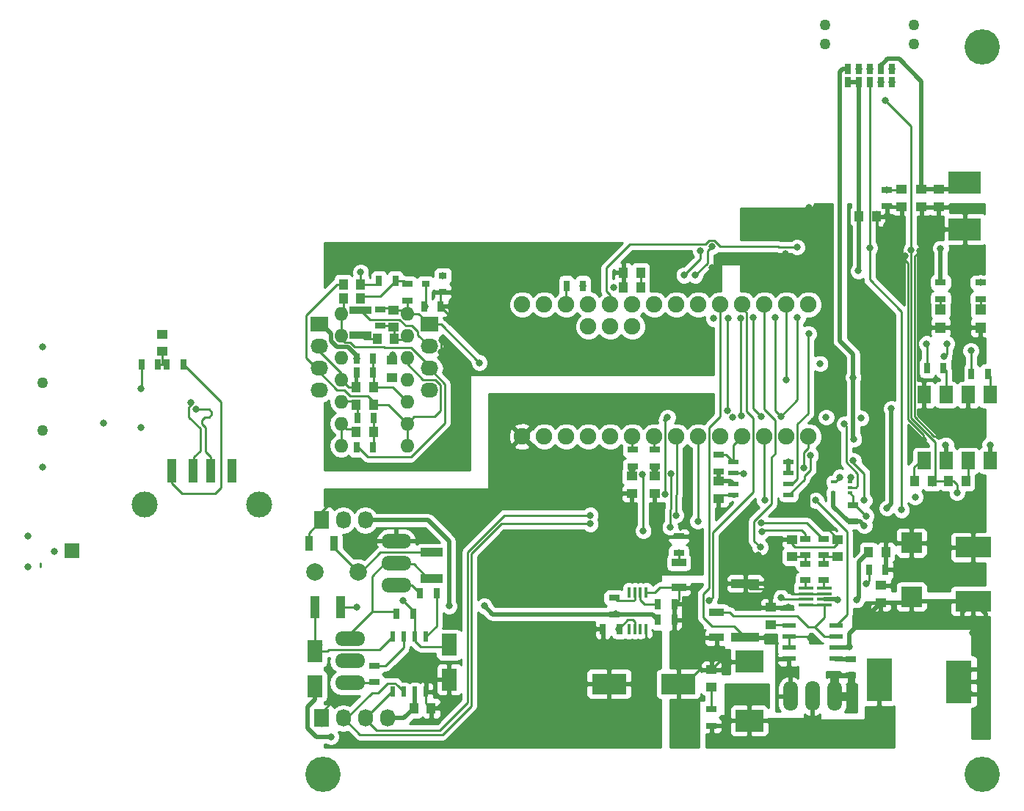
<source format=gtl>
G04 #@! TF.FileFunction,Copper,L1,Top,Signal*
%FSLAX46Y46*%
G04 Gerber Fmt 4.6, Leading zero omitted, Abs format (unit mm)*
G04 Created by KiCad (PCBNEW 4.0.1-stable) date 2017-04-04 9:13:48 AM*
%MOMM*%
G01*
G04 APERTURE LIST*
%ADD10C,0.150000*%
%ADD11R,1.000000X2.800000*%
%ADD12C,3.000000*%
%ADD13C,1.270000*%
%ADD14R,1.727200X2.032000*%
%ADD15O,1.727200X2.032000*%
%ADD16R,1.198880X1.198880*%
%ADD17O,1.600000X1.600000*%
%ADD18C,1.900000*%
%ADD19O,3.500120X1.699260*%
%ADD20O,1.699260X3.500120*%
%ADD21R,2.430000X2.370000*%
%ADD22R,4.130000X2.370000*%
%ADD23R,1.550000X0.600000*%
%ADD24R,0.400000X1.200000*%
%ADD25R,4.000500X2.400300*%
%ADD26R,1.800860X2.499360*%
%ADD27C,1.998980*%
%ADD28R,0.508000X1.143000*%
%ADD29R,1.000000X1.250000*%
%ADD30R,1.250000X1.000000*%
%ADD31R,0.700000X1.300000*%
%ADD32R,1.300000X0.700000*%
%ADD33R,1.524000X2.032000*%
%ADD34R,1.700000X0.900000*%
%ADD35R,3.200000X1.000000*%
%ADD36R,2.500000X1.000000*%
%ADD37R,2.999740X4.900000*%
%ADD38R,3.299460X2.499360*%
%ADD39R,1.727000X0.457000*%
%ADD40R,2.032000X1.727200*%
%ADD41O,2.032000X1.727200*%
%ADD42R,0.600000X0.420000*%
%ADD43R,1.143000X0.508000*%
%ADD44R,0.900000X0.800000*%
%ADD45R,0.736600X1.143000*%
%ADD46R,3.749040X2.550160*%
%ADD47C,4.064000*%
%ADD48R,1.000000X2.500000*%
%ADD49R,0.900000X1.700000*%
%ADD50R,1.700000X1.700000*%
%ADD51R,2.500000X0.900000*%
%ADD52C,0.800000*%
%ADD53C,0.254000*%
%ADD54C,0.500000*%
G04 APERTURE END LIST*
D10*
D11*
X55000000Y-74000000D03*
X57500000Y-74000000D03*
X53000000Y-74000000D03*
X50500000Y-74000000D03*
D12*
X60570000Y-77900000D03*
X47430000Y-77900000D03*
D13*
X35600000Y-63842830D03*
X35600000Y-69354630D03*
D14*
X67767000Y-102551000D03*
D15*
X70307000Y-102551000D03*
X72847000Y-102551000D03*
X75387000Y-102551000D03*
D16*
X143800000Y-55350980D03*
X143800000Y-57449020D03*
D17*
X77700000Y-55850000D03*
X77700000Y-58390000D03*
X77700000Y-60930000D03*
X77700000Y-63470000D03*
X77700000Y-66010000D03*
X77700000Y-68550000D03*
X77700000Y-71090000D03*
X70080000Y-71090000D03*
X70080000Y-68550000D03*
X70080000Y-66010000D03*
X70080000Y-63470000D03*
X70080000Y-60930000D03*
X70080000Y-58390000D03*
X70080000Y-55850000D03*
D16*
X139200000Y-55350980D03*
X139200000Y-57449020D03*
D18*
X98564000Y-57320000D03*
X101104000Y-57320000D03*
X103644000Y-57320000D03*
X93484000Y-70020000D03*
X96024000Y-70020000D03*
X98564000Y-70020000D03*
X101104000Y-70020000D03*
X103644000Y-70020000D03*
X106184000Y-70020000D03*
X108724000Y-70020000D03*
X111264000Y-70020000D03*
X113804000Y-70020000D03*
X116344000Y-70020000D03*
X118884000Y-70020000D03*
X121424000Y-70020000D03*
X123964000Y-70020000D03*
X123964000Y-54780000D03*
X121424000Y-54780000D03*
X118884000Y-54780000D03*
X116344000Y-54780000D03*
X113804000Y-54780000D03*
X111264000Y-54780000D03*
X108724000Y-54780000D03*
X106184000Y-54780000D03*
X103644000Y-54780000D03*
X101104000Y-54780000D03*
X98564000Y-54780000D03*
X96024000Y-54780000D03*
X93484000Y-54780000D03*
X90944000Y-54780000D03*
X90944000Y-70020000D03*
D19*
X76403000Y-84644000D03*
X76403000Y-87184000D03*
X76403000Y-82104000D03*
X71069000Y-95947000D03*
X71069000Y-98487000D03*
X71069000Y-93407000D03*
D20*
X124409000Y-100011000D03*
X126949000Y-100011000D03*
X121869000Y-100011000D03*
D21*
X135839000Y-82286000D03*
X135839000Y-88526000D03*
D22*
X142951000Y-82794000D03*
X142951000Y-89034000D03*
D23*
X127109000Y-95693000D03*
X127109000Y-94423000D03*
X127109000Y-93153000D03*
X127109000Y-91883000D03*
X121709000Y-91883000D03*
X121709000Y-93153000D03*
X121709000Y-94423000D03*
X121709000Y-95693000D03*
D24*
X105225000Y-88050000D03*
X104575000Y-88050000D03*
X103925000Y-88050000D03*
X103275000Y-88050000D03*
X103275000Y-92250000D03*
X103925000Y-92250000D03*
X104575000Y-92250000D03*
X105225000Y-92250000D03*
D25*
X108950500Y-98600000D03*
X100949500Y-98600000D03*
D14*
X67767000Y-79691000D03*
D15*
X70307000Y-79691000D03*
X72847000Y-79691000D03*
D26*
X67005000Y-94837020D03*
X67005000Y-98834980D03*
X82499000Y-94075020D03*
X82499000Y-98072980D03*
D27*
X72044360Y-85660000D03*
X67043100Y-85660000D03*
D28*
X76022000Y-93153000D03*
X77292000Y-93153000D03*
X78562000Y-93153000D03*
X79832000Y-93153000D03*
X79832000Y-99503000D03*
X78562000Y-99503000D03*
X77292000Y-99503000D03*
X76022000Y-99503000D03*
D29*
X76200000Y-58775000D03*
X74200000Y-58775000D03*
X136200000Y-75200000D03*
X138200000Y-75200000D03*
X142100000Y-75200000D03*
X140100000Y-75200000D03*
D30*
X76100000Y-55400000D03*
X76100000Y-57400000D03*
D29*
X73770000Y-64350000D03*
X71770000Y-64350000D03*
D30*
X75900000Y-63200000D03*
X75900000Y-61200000D03*
D29*
X70300000Y-54050000D03*
X72300000Y-54050000D03*
X73770000Y-66320000D03*
X71770000Y-66320000D03*
X71770000Y-69520000D03*
X73770000Y-69520000D03*
X70300000Y-52450000D03*
X72300000Y-52450000D03*
D31*
X79650000Y-55000000D03*
X81550000Y-55000000D03*
X71850000Y-61050000D03*
X73750000Y-61050000D03*
X73750000Y-62650000D03*
X71850000Y-62650000D03*
D32*
X74600000Y-55350000D03*
X74600000Y-57250000D03*
D31*
X137650000Y-62100000D03*
X139550000Y-62100000D03*
X142750000Y-62800000D03*
X144650000Y-62800000D03*
X73820000Y-67920000D03*
X71920000Y-67920000D03*
X76320000Y-52050000D03*
X74420000Y-52050000D03*
X71850000Y-71250000D03*
X73750000Y-71250000D03*
D32*
X77670000Y-54300000D03*
X77670000Y-52400000D03*
D33*
X144910000Y-65190000D03*
X142370000Y-65190000D03*
X139830000Y-65190000D03*
X137290000Y-65190000D03*
X137290000Y-72810000D03*
X139830000Y-72810000D03*
X142370000Y-72810000D03*
X144910000Y-72810000D03*
D30*
X132300000Y-87200000D03*
X132300000Y-89200000D03*
D29*
X80451000Y-101408000D03*
X78451000Y-101408000D03*
D30*
X119583000Y-91740000D03*
X119583000Y-89740000D03*
D29*
X132902000Y-83374000D03*
X130902000Y-83374000D03*
D32*
X139200000Y-52250000D03*
X139200000Y-54150000D03*
X143800000Y-52250000D03*
X143800000Y-54150000D03*
D31*
X130952000Y-85406000D03*
X132852000Y-85406000D03*
D32*
X109000000Y-81550000D03*
X109000000Y-83450000D03*
D31*
X108500000Y-89350000D03*
X106600000Y-89350000D03*
X106600000Y-91200000D03*
X108500000Y-91200000D03*
X100250000Y-92225000D03*
X102150000Y-92225000D03*
D32*
X101549000Y-88647000D03*
X101549000Y-90547000D03*
D31*
X76469000Y-90486000D03*
X78369000Y-90486000D03*
D34*
X113360000Y-93206000D03*
X113360000Y-90306000D03*
X109000000Y-84550000D03*
X109000000Y-87450000D03*
D35*
X116662000Y-93205000D03*
X116662000Y-87005000D03*
D36*
X80467000Y-86398000D03*
X80467000Y-83398000D03*
D37*
X132127000Y-98119000D03*
X141327000Y-98319000D03*
D38*
X117127000Y-96017940D03*
X117127000Y-102820060D03*
D39*
X125754000Y-89475000D03*
X125754000Y-88825000D03*
X125754000Y-88175000D03*
X125754000Y-87525000D03*
X123646000Y-87525000D03*
X123646000Y-88175000D03*
X123646000Y-88825000D03*
X123646000Y-89475000D03*
D40*
X67510000Y-57080000D03*
D41*
X67510000Y-59620000D03*
X67510000Y-62160000D03*
X67510000Y-64700000D03*
D40*
X80210000Y-57080000D03*
D41*
X80210000Y-59620000D03*
X80210000Y-62160000D03*
X80210000Y-64700000D03*
D42*
X128750000Y-76550000D03*
X128750000Y-75250000D03*
X126850000Y-76550000D03*
X128750000Y-75900000D03*
X126850000Y-75250000D03*
D43*
X121675000Y-72995000D03*
X121675000Y-74265000D03*
X121675000Y-75535000D03*
X121675000Y-76805000D03*
X115325000Y-76805000D03*
X115325000Y-75535000D03*
X115325000Y-74265000D03*
X115325000Y-72995000D03*
D32*
X113600000Y-72150000D03*
X113600000Y-74050000D03*
D30*
X113600000Y-75200000D03*
X113600000Y-77200000D03*
D32*
X129100000Y-77950000D03*
X129100000Y-79850000D03*
D30*
X112775000Y-96925000D03*
X112775000Y-98925000D03*
D44*
X81800000Y-53350000D03*
X81800000Y-51450000D03*
X79800000Y-52400000D03*
D45*
X133540000Y-27578600D03*
X133540000Y-29102600D03*
X132270000Y-27578600D03*
X132270000Y-29102600D03*
X131000000Y-27578600D03*
X131000000Y-29102600D03*
X129730000Y-27578600D03*
X129730000Y-29102600D03*
X128460000Y-27578600D03*
X128460000Y-29102600D03*
D13*
X136130800Y-22473200D03*
X125869200Y-22473200D03*
X136130800Y-24733800D03*
X125869200Y-24733800D03*
D32*
X128875000Y-97600000D03*
X128875000Y-95700000D03*
X112775000Y-101500000D03*
X112775000Y-103400000D03*
D30*
X103600000Y-74600000D03*
X103600000Y-76600000D03*
X106200000Y-76600000D03*
X106200000Y-74600000D03*
D29*
X102600000Y-52800000D03*
X104600000Y-52800000D03*
X102600000Y-51100000D03*
X104600000Y-51100000D03*
D30*
X122050000Y-83900000D03*
X122050000Y-81900000D03*
X127325000Y-81900000D03*
X127325000Y-83900000D03*
D46*
X142000000Y-40699980D03*
X142000000Y-46100020D03*
D30*
X139000000Y-43500000D03*
X139000000Y-41500000D03*
X137000000Y-43500000D03*
X137000000Y-41500000D03*
D32*
X103700000Y-71550000D03*
X103700000Y-73450000D03*
X106200000Y-71550000D03*
X106200000Y-73450000D03*
X123625000Y-84700000D03*
X123625000Y-86600000D03*
X125750000Y-84700000D03*
X125750000Y-86600000D03*
X123625000Y-81850000D03*
X123625000Y-83750000D03*
X125750000Y-81850000D03*
X125750000Y-83750000D03*
D31*
X79150000Y-88125000D03*
X81050000Y-88125000D03*
D47*
X144000000Y-25000000D03*
X68000000Y-109000000D03*
X144000000Y-109000000D03*
D29*
X131800000Y-44600000D03*
X129800000Y-44600000D03*
D30*
X134700000Y-41500000D03*
X134700000Y-43500000D03*
D32*
X133000000Y-43450000D03*
X133000000Y-41550000D03*
D31*
X97950000Y-52600000D03*
X96050000Y-52600000D03*
X47050000Y-61700000D03*
X48950000Y-61700000D03*
X49950000Y-61700000D03*
X51850000Y-61700000D03*
D48*
X70029000Y-89724000D03*
X67029000Y-89724000D03*
D30*
X49400000Y-58200000D03*
X49400000Y-60200000D03*
D49*
X69217000Y-82358000D03*
X66317000Y-82358000D03*
D32*
X73900000Y-98400000D03*
X73900000Y-96500000D03*
D50*
X39050000Y-83200000D03*
D51*
X72280000Y-55400000D03*
X72280000Y-58300000D03*
D52*
X122700000Y-56300000D03*
X120100000Y-56300000D03*
X120800000Y-67700000D03*
X117600000Y-56300000D03*
X118500000Y-67700000D03*
X114600000Y-67000000D03*
X130000000Y-67900000D03*
X126000000Y-67800000D03*
X116100000Y-56400000D03*
X116200000Y-67600000D03*
X113000000Y-56400000D03*
X114700000Y-56400000D03*
X57500000Y-74000000D03*
X133000000Y-44600000D03*
X133000000Y-45600000D03*
X133540000Y-29102600D03*
X129730000Y-27578600D03*
X131800000Y-44600000D03*
X121300000Y-48900000D03*
X126500000Y-43600000D03*
X69100000Y-100600000D03*
X68700000Y-77800000D03*
X136800000Y-48600000D03*
X139000000Y-70000000D03*
X112800000Y-50500000D03*
X84400000Y-58300000D03*
X135100000Y-49200000D03*
X137200000Y-70400000D03*
X124000000Y-43600000D03*
X83400000Y-57300000D03*
X100400000Y-74800000D03*
X80451000Y-101408000D03*
X82499000Y-98072980D03*
X108700000Y-61400000D03*
X139200000Y-57449020D03*
X143800000Y-57449020D03*
X124550000Y-75200000D03*
X128800000Y-74700000D03*
X113600000Y-77200000D03*
X102600000Y-51100000D03*
X81600000Y-60300000D03*
X81700000Y-58900000D03*
X76000000Y-60600000D03*
X99800000Y-101575000D03*
X100975000Y-101550000D03*
X105300000Y-93600000D03*
X142300000Y-67300000D03*
X102200000Y-101550000D03*
X100975000Y-95400000D03*
X99700000Y-95350000D03*
X102250000Y-95400000D03*
X121615000Y-89740000D03*
X116662000Y-85152000D03*
X118186000Y-83755000D03*
X118186000Y-85152000D03*
X116662000Y-83755000D03*
X115265000Y-83755000D03*
X115265000Y-85152000D03*
X124155000Y-93280000D03*
X139141000Y-82866000D03*
X143800000Y-52250000D03*
X128700000Y-94300000D03*
X129700000Y-50900000D03*
X68900000Y-104700000D03*
X141700000Y-91200000D03*
X144400000Y-91300000D03*
X144200000Y-99800000D03*
X144200000Y-98300000D03*
X144200000Y-96900000D03*
X142900000Y-92700000D03*
X121400000Y-63500000D03*
X109000000Y-83450000D03*
X118400000Y-82800000D03*
X130600000Y-87000000D03*
X120800000Y-88600000D03*
X86563000Y-89597000D03*
X82499000Y-89597000D03*
X129200000Y-70300000D03*
X129100000Y-63200000D03*
X139800000Y-71000000D03*
X144900000Y-71000000D03*
X97950000Y-52600000D03*
X142000000Y-40699980D03*
X139200000Y-48300000D03*
X71850000Y-61050000D03*
X81800000Y-51450000D03*
X136250000Y-77000000D03*
X125300000Y-61600000D03*
X127300000Y-88900000D03*
X129500000Y-88900000D03*
X130902000Y-83374000D03*
X130400000Y-80300000D03*
X121675000Y-72995000D03*
X113600000Y-75200000D03*
X101500000Y-52800000D03*
X115200000Y-67800000D03*
X107700000Y-67800000D03*
X107400000Y-76700000D03*
X102100000Y-92300000D03*
X112500000Y-89000000D03*
X71831000Y-89724000D03*
X77165000Y-88962000D03*
X79700000Y-55000000D03*
X135800000Y-48500000D03*
X132800000Y-31200000D03*
X131000000Y-27578600D03*
X141100000Y-76500000D03*
X72300000Y-51050000D03*
X128100000Y-68600000D03*
X139900000Y-59300000D03*
X139600000Y-60800000D03*
X137600000Y-59300000D03*
X142700000Y-60100000D03*
X133500000Y-66800000D03*
X133000000Y-78300000D03*
X111500000Y-48600000D03*
X109600000Y-51400000D03*
X132270000Y-29102600D03*
X112800000Y-48100000D03*
X110900000Y-51400000D03*
X133540000Y-27578600D03*
X98800000Y-80100000D03*
X111200000Y-79800000D03*
X98800000Y-79100000D03*
X108700000Y-79100000D03*
X104800000Y-74400000D03*
X104900000Y-80900000D03*
X118600000Y-81000000D03*
X108000000Y-80500000D03*
X108100000Y-74300000D03*
X118500000Y-80000000D03*
X86000000Y-61500000D03*
X131000000Y-48240000D03*
X122650000Y-48160000D03*
X134700000Y-78500000D03*
X130600000Y-79200000D03*
X130400000Y-77400000D03*
X129130000Y-72810000D03*
X127600000Y-74700000D03*
X124000000Y-58150000D03*
X124800000Y-77400000D03*
X118900000Y-77400000D03*
X103600000Y-73900000D03*
X106200000Y-73900000D03*
X104600000Y-52800000D03*
X123400000Y-73600000D03*
X116450000Y-74300000D03*
X124200000Y-72200000D03*
X36990000Y-83330000D03*
X35581660Y-73520230D03*
X33925000Y-81500000D03*
X33925000Y-85100000D03*
X42610400Y-68465630D03*
X35581660Y-59679770D03*
X47000000Y-69000000D03*
X49400000Y-58200000D03*
X133000000Y-41550000D03*
X134700000Y-41500000D03*
X47000000Y-64500000D03*
X52700000Y-66100000D03*
X53300000Y-66900000D03*
D53*
X122700000Y-56300000D02*
X122700000Y-65800000D01*
X122700000Y-65800000D02*
X120800000Y-67700000D01*
X120100000Y-56300000D02*
X120100000Y-67000000D01*
X120100000Y-67000000D02*
X120800000Y-67700000D01*
X117600000Y-56300000D02*
X117600000Y-66800000D01*
X117600000Y-66800000D02*
X118500000Y-67700000D01*
X114600000Y-67000000D02*
X114600000Y-56500000D01*
X114600000Y-56500000D02*
X114700000Y-56400000D01*
X116100000Y-56400000D02*
X116100000Y-67500000D01*
X116100000Y-67500000D02*
X116200000Y-67600000D01*
X114700000Y-56400000D02*
X114500000Y-56400000D01*
X35375000Y-85100000D02*
X35375000Y-84625000D01*
X133000000Y-43450000D02*
X133000000Y-44600000D01*
X132900000Y-44600000D02*
X133000000Y-44600000D01*
X132900000Y-44600000D02*
X131800000Y-44600000D01*
X133000000Y-45600000D02*
X133000000Y-44600000D01*
X133000000Y-43450000D02*
X134650000Y-43450000D01*
X134650000Y-43450000D02*
X134700000Y-43500000D01*
X132000000Y-44400000D02*
X131800000Y-44600000D01*
X67767000Y-102551000D02*
X67767000Y-101933000D01*
X67767000Y-101933000D02*
X69100000Y-100600000D01*
X67767000Y-79691000D02*
X67767000Y-78733000D01*
X67767000Y-78733000D02*
X68700000Y-77800000D01*
X67767000Y-102551000D02*
X67767000Y-103467000D01*
X136800000Y-48600000D02*
X136181002Y-49218998D01*
X136181002Y-49218998D02*
X136181002Y-67742184D01*
X136181002Y-67742184D02*
X138438818Y-70000000D01*
X138438818Y-70000000D02*
X139000000Y-70000000D01*
X135100000Y-49200000D02*
X135100000Y-49681002D01*
X137200000Y-69838818D02*
X137200000Y-70400000D01*
X135418998Y-68057816D02*
X137200000Y-69838818D01*
X135418998Y-50000000D02*
X135418998Y-68057816D01*
X135100000Y-49681002D02*
X135418998Y-50000000D01*
X83400000Y-57300000D02*
X83400000Y-56850000D01*
X83400000Y-56850000D02*
X81550000Y-55000000D01*
X81550000Y-55000000D02*
X81550000Y-53600000D01*
X81550000Y-53600000D02*
X81800000Y-53350000D01*
X122050000Y-81900000D02*
X122050000Y-82450000D01*
X126900000Y-82800000D02*
X127325000Y-82375000D01*
X122400000Y-82800000D02*
X126900000Y-82800000D01*
X122050000Y-82450000D02*
X122400000Y-82800000D01*
X127325000Y-82375000D02*
X127325000Y-81900000D01*
X127325000Y-81900000D02*
X127325000Y-81825000D01*
X127325000Y-81825000D02*
X124000000Y-78500000D01*
X124000000Y-78500000D02*
X124000000Y-75750000D01*
X124000000Y-75750000D02*
X124550000Y-75200000D01*
X124550000Y-75200000D02*
X124600000Y-75200000D01*
X128750000Y-75250000D02*
X128750000Y-74750000D01*
X128750000Y-74750000D02*
X128800000Y-74700000D01*
X102600000Y-52800000D02*
X102600000Y-51100000D01*
X115325000Y-76805000D02*
X113995000Y-76805000D01*
X113995000Y-76805000D02*
X113600000Y-77200000D01*
X81600000Y-59000000D02*
X81600000Y-60300000D01*
X81700000Y-58900000D02*
X81600000Y-59000000D01*
X75900000Y-61200000D02*
X75900000Y-60700000D01*
X75900000Y-60700000D02*
X76000000Y-60600000D01*
X67510000Y-59620000D02*
X67510000Y-60160000D01*
X67510000Y-60160000D02*
X70080000Y-62730000D01*
X70080000Y-62730000D02*
X70080000Y-63470000D01*
X71850000Y-62650000D02*
X71850000Y-64270000D01*
X71850000Y-64270000D02*
X71770000Y-64350000D01*
X71770000Y-64350000D02*
X70960000Y-64350000D01*
X70960000Y-64350000D02*
X70080000Y-63470000D01*
X99825000Y-101550000D02*
X99800000Y-101575000D01*
X100975000Y-101550000D02*
X99825000Y-101550000D01*
X80975000Y-101408000D02*
X82499000Y-99884000D01*
X80451000Y-101408000D02*
X80975000Y-101408000D01*
X82499000Y-99884000D02*
X82499000Y-98072980D01*
X105225000Y-92250000D02*
X105225000Y-93525000D01*
X105225000Y-93525000D02*
X105300000Y-93600000D01*
X137290000Y-65190000D02*
X137290000Y-64810000D01*
X142099000Y-65078000D02*
X142099000Y-65967000D01*
X142370000Y-65190000D02*
X142370000Y-67230000D01*
X142370000Y-67230000D02*
X142300000Y-67300000D01*
X102200000Y-101550000D02*
X100975000Y-101550000D01*
X100949500Y-101524500D02*
X100975000Y-101550000D01*
X100949500Y-101524500D02*
X100949500Y-98600000D01*
X100975000Y-95400000D02*
X99750000Y-95400000D01*
X99750000Y-95400000D02*
X99700000Y-95350000D01*
X102250000Y-95400000D02*
X100975000Y-95400000D01*
X100949500Y-95425500D02*
X100975000Y-95400000D01*
X100949500Y-95425500D02*
X100949500Y-98600000D01*
X123646000Y-88175000D02*
X125754000Y-88175000D01*
X123646000Y-88175000D02*
X122075000Y-88175000D01*
X117257000Y-87600000D02*
X116662000Y-87005000D01*
X121500000Y-87600000D02*
X117257000Y-87600000D01*
X122075000Y-88175000D02*
X121500000Y-87600000D01*
X82499000Y-98072980D02*
X83223020Y-98072980D01*
X66317000Y-82358000D02*
X66317000Y-81141000D01*
X79832000Y-99503000D02*
X79832000Y-100789000D01*
X79832000Y-100789000D02*
X80451000Y-101408000D01*
X118186000Y-85152000D02*
X116662000Y-85152000D01*
X118186000Y-85152000D02*
X118186000Y-83755000D01*
X118186000Y-83755000D02*
X116662000Y-83755000D01*
X116662000Y-83755000D02*
X115265000Y-83755000D01*
X115265000Y-85152000D02*
X116662000Y-85152000D01*
X116662000Y-87005000D02*
X116662000Y-85152000D01*
X115265000Y-83755000D02*
X115265000Y-85152000D01*
X121615000Y-89740000D02*
X119583000Y-89740000D01*
X121709000Y-93153000D02*
X124028000Y-93153000D01*
X124028000Y-93153000D02*
X124155000Y-93280000D01*
X121709000Y-93153000D02*
X121709000Y-94423000D01*
X142951000Y-82794000D02*
X139213000Y-82794000D01*
X139213000Y-82794000D02*
X139141000Y-82866000D01*
X66317000Y-81141000D02*
X67767000Y-79691000D01*
X119583000Y-91740000D02*
X121566000Y-91740000D01*
X121566000Y-91740000D02*
X121709000Y-91883000D01*
D54*
X128700000Y-92783000D02*
X132283000Y-89200000D01*
X132283000Y-89200000D02*
X135165000Y-89200000D01*
X128700000Y-94300000D02*
X128700000Y-92783000D01*
X128577000Y-94423000D02*
X128700000Y-94300000D01*
X129800000Y-44600000D02*
X129800000Y-50800000D01*
X129700000Y-50900000D02*
X129730000Y-50870000D01*
X129800000Y-50800000D02*
X129700000Y-50900000D01*
X129730000Y-29102600D02*
X129730000Y-44530000D01*
X129730000Y-44530000D02*
X129800000Y-44600000D01*
X67005000Y-98834980D02*
X67005000Y-100395000D01*
X67200000Y-104700000D02*
X68900000Y-104700000D01*
X66200000Y-103700000D02*
X67200000Y-104700000D01*
X66200000Y-101200000D02*
X66200000Y-103700000D01*
X67005000Y-100395000D02*
X66200000Y-101200000D01*
X67005000Y-98834980D02*
X67005000Y-99695000D01*
X129730000Y-29102600D02*
X128460000Y-29102600D01*
X75387000Y-102551000D02*
X77308000Y-102551000D01*
X77308000Y-102551000D02*
X78451000Y-101408000D01*
X127109000Y-94423000D02*
X128577000Y-94423000D01*
X141700000Y-91200000D02*
X141700000Y-90285000D01*
X141700000Y-90285000D02*
X142951000Y-89034000D01*
X144400000Y-91300000D02*
X144400000Y-90483000D01*
X144300000Y-91200000D02*
X144400000Y-91300000D01*
X142900000Y-91200000D02*
X144300000Y-91200000D01*
X144400000Y-90483000D02*
X142951000Y-89034000D01*
X142808000Y-99800000D02*
X144200000Y-99800000D01*
X144200000Y-99800000D02*
X144200000Y-98300000D01*
X144181000Y-98319000D02*
X144200000Y-98300000D01*
X144181000Y-98319000D02*
X141327000Y-98319000D01*
X144200000Y-96900000D02*
X144200000Y-98300000D01*
X142746000Y-96900000D02*
X144200000Y-96900000D01*
X142808000Y-99800000D02*
X141327000Y-98319000D01*
X142746000Y-96900000D02*
X141327000Y-98319000D01*
X142900000Y-91200000D02*
X142900000Y-92700000D01*
X135839000Y-88526000D02*
X135839000Y-89039000D01*
X135839000Y-89039000D02*
X135844000Y-89034000D01*
X135844000Y-89034000D02*
X142951000Y-89034000D01*
X135165000Y-89200000D02*
X135839000Y-88526000D01*
X135839000Y-88526000D02*
X135911000Y-88526000D01*
X135911000Y-88526000D02*
X136419000Y-89034000D01*
X78562000Y-99503000D02*
X78562000Y-101297000D01*
X78562000Y-101297000D02*
X78451000Y-101408000D01*
D53*
X116597060Y-103350000D02*
X117127000Y-102820060D01*
X121424000Y-54780000D02*
X121424000Y-63476000D01*
X121424000Y-63476000D02*
X121400000Y-63500000D01*
X117700000Y-82100000D02*
X117700000Y-79800000D01*
X118400000Y-82800000D02*
X117700000Y-82100000D01*
X120100000Y-72000000D02*
X119700000Y-72400000D01*
X118884000Y-66884000D02*
X118884000Y-54780000D01*
X120100000Y-68100000D02*
X118884000Y-66884000D01*
X120100000Y-68100000D02*
X120100000Y-72000000D01*
X119700000Y-77800000D02*
X119700000Y-72400000D01*
X117700000Y-79800000D02*
X119700000Y-77800000D01*
X109000000Y-84550000D02*
X109000000Y-83450000D01*
X118400000Y-82800000D02*
X118600000Y-82600000D01*
X123646000Y-88825000D02*
X121025000Y-88825000D01*
X130952000Y-86648000D02*
X130952000Y-85406000D01*
X130600000Y-87000000D02*
X130952000Y-86648000D01*
X121025000Y-88825000D02*
X120800000Y-88600000D01*
X104575000Y-88050000D02*
X104575000Y-88875000D01*
X105050000Y-89350000D02*
X106600000Y-89350000D01*
X104575000Y-88875000D02*
X105050000Y-89350000D01*
D54*
X101549000Y-90547000D02*
X105947000Y-90547000D01*
X105947000Y-90547000D02*
X106600000Y-91200000D01*
X87513000Y-90547000D02*
X101549000Y-90547000D01*
X86563000Y-89597000D02*
X87513000Y-90547000D01*
X80086000Y-79691000D02*
X82499000Y-82104000D01*
X82499000Y-82104000D02*
X82499000Y-89597000D01*
X80086000Y-79691000D02*
X72847000Y-79691000D01*
X101737000Y-90359000D02*
X101549000Y-90547000D01*
X101737000Y-90359000D02*
X101549000Y-90547000D01*
D53*
X103925000Y-88050000D02*
X103925000Y-88875000D01*
X101902000Y-89000000D02*
X101549000Y-88647000D01*
X103800000Y-89000000D02*
X101902000Y-89000000D01*
X103925000Y-88875000D02*
X103800000Y-89000000D01*
X139200000Y-54150000D02*
X139200000Y-55350980D01*
X143800000Y-54150000D02*
X143800000Y-55350980D01*
D54*
X128460000Y-27578600D02*
X127921400Y-27578600D01*
X129100000Y-60500000D02*
X129100000Y-63200000D01*
X127600000Y-59000000D02*
X129100000Y-60500000D01*
X127600000Y-27900000D02*
X127600000Y-59000000D01*
X127921400Y-27578600D02*
X127600000Y-27900000D01*
X129100000Y-63200000D02*
X129100000Y-70200000D01*
X129100000Y-70200000D02*
X129200000Y-70300000D01*
X144575500Y-72126500D02*
X144575500Y-72698000D01*
X139830000Y-71030000D02*
X139800000Y-71000000D01*
X139830000Y-72810000D02*
X139830000Y-71030000D01*
X144910000Y-71010000D02*
X144900000Y-71000000D01*
X144910000Y-71010000D02*
X144910000Y-72810000D01*
X139830000Y-72810000D02*
X139830000Y-72280000D01*
X144910000Y-72250000D02*
X144910000Y-72810000D01*
D53*
X123646000Y-89475000D02*
X125754000Y-89475000D01*
X125754000Y-89475000D02*
X125754000Y-90919000D01*
X125754000Y-90919000D02*
X124663000Y-92010000D01*
X122631000Y-90740000D02*
X115265000Y-90740000D01*
X122631000Y-90740000D02*
X123901000Y-92010000D01*
X123901000Y-92010000D02*
X124663000Y-92010000D01*
X124663000Y-92010000D02*
X125806000Y-93153000D01*
X127109000Y-93153000D02*
X125806000Y-93153000D01*
X114831000Y-90306000D02*
X113360000Y-90306000D01*
X115265000Y-90740000D02*
X114831000Y-90306000D01*
D54*
X139200000Y-52250000D02*
X139200000Y-48300000D01*
X142000000Y-40699980D02*
X141199980Y-41500000D01*
X139000000Y-41500000D02*
X141199980Y-41500000D01*
X137000000Y-41500000D02*
X139000000Y-41500000D01*
X132270000Y-27578600D02*
X132270000Y-27230000D01*
X132270000Y-27230000D02*
X133100000Y-26400000D01*
X137000000Y-29000000D02*
X137000000Y-41500000D01*
X134400000Y-26400000D02*
X137000000Y-29000000D01*
X133100000Y-26400000D02*
X134400000Y-26400000D01*
X71850000Y-60650000D02*
X71850000Y-61050000D01*
X70450000Y-59650000D02*
X70850000Y-59650000D01*
X69600000Y-59650000D02*
X70450000Y-59650000D01*
X68900000Y-58950000D02*
X69600000Y-59650000D01*
X68900000Y-58150000D02*
X68900000Y-58950000D01*
X67830000Y-57080000D02*
X68900000Y-58150000D01*
X70850000Y-59650000D02*
X71850000Y-60650000D01*
X132270000Y-27578600D02*
X132270000Y-27030000D01*
X136250000Y-77000000D02*
X136300000Y-77000000D01*
X127225000Y-88825000D02*
X127300000Y-88900000D01*
X125754000Y-88825000D02*
X127225000Y-88825000D01*
X129800000Y-84476000D02*
X130902000Y-83374000D01*
X129800000Y-88600000D02*
X129800000Y-84476000D01*
X129500000Y-88900000D02*
X129800000Y-88600000D01*
X129100000Y-79850000D02*
X129950000Y-79850000D01*
X129950000Y-79850000D02*
X130400000Y-80300000D01*
X121675000Y-74265000D02*
X121675000Y-72995000D01*
X113600000Y-75200000D02*
X114990000Y-75200000D01*
X114990000Y-75200000D02*
X115325000Y-75535000D01*
X113600000Y-74050000D02*
X113600000Y-75200000D01*
X129100000Y-79850000D02*
X128550000Y-79850000D01*
X128550000Y-79850000D02*
X126850000Y-78150000D01*
X126850000Y-78150000D02*
X126850000Y-76550000D01*
X130902000Y-83374000D02*
X131126000Y-83374000D01*
X67510000Y-57080000D02*
X67830000Y-57080000D01*
D53*
X107400000Y-68100000D02*
X107400000Y-76700000D01*
D54*
X107700000Y-67800000D02*
X107400000Y-68100000D01*
X115100000Y-67700000D02*
X115200000Y-67800000D01*
D53*
X113804000Y-54780000D02*
X113804000Y-67696000D01*
X115357000Y-91900000D02*
X116662000Y-93205000D01*
X112800000Y-91900000D02*
X115357000Y-91900000D01*
X111800000Y-90900000D02*
X112800000Y-91900000D01*
X111800000Y-88200000D02*
X111800000Y-90900000D01*
X112500000Y-87500000D02*
X111800000Y-88200000D01*
X112500000Y-69000000D02*
X112500000Y-87500000D01*
X113804000Y-67696000D02*
X112500000Y-69000000D01*
X116662000Y-93205000D02*
X116205000Y-93205000D01*
X116662000Y-93205000D02*
X115805000Y-93205000D01*
X116662000Y-93205000D02*
X115825000Y-93205000D01*
X121107000Y-95693000D02*
X121709000Y-95693000D01*
X116344000Y-54780000D02*
X116344000Y-55244000D01*
X116344000Y-55244000D02*
X116800000Y-55700000D01*
X116800000Y-55700000D02*
X116800000Y-67100000D01*
X116800000Y-67100000D02*
X117600000Y-67900000D01*
X102100000Y-92300000D02*
X102150000Y-92250000D01*
X112900000Y-88600000D02*
X112500000Y-89000000D01*
X112900000Y-81100000D02*
X112900000Y-88600000D01*
X117600000Y-76400000D02*
X112900000Y-81100000D01*
X117600000Y-67900000D02*
X117600000Y-76400000D01*
X102150000Y-92250000D02*
X102150000Y-92225000D01*
X102150000Y-92225000D02*
X102150000Y-92150000D01*
X102150000Y-92150000D02*
X103100000Y-91200000D01*
X103100000Y-91200000D02*
X103700000Y-91200000D01*
X103700000Y-91200000D02*
X103925000Y-91425000D01*
X103925000Y-91425000D02*
X103925000Y-92250000D01*
X70029000Y-89724000D02*
X71831000Y-89724000D01*
X78562000Y-93153000D02*
X78562000Y-93661000D01*
X78562000Y-93661000D02*
X79197000Y-94296000D01*
X79197000Y-94296000D02*
X82278020Y-94296000D01*
X82278020Y-94296000D02*
X82499000Y-94075020D01*
X77165000Y-88962000D02*
X78369000Y-90166000D01*
X78369000Y-90166000D02*
X78369000Y-90486000D01*
X78562000Y-93153000D02*
X78562000Y-90679000D01*
X78562000Y-90679000D02*
X78369000Y-90486000D01*
X67005000Y-89748000D02*
X67029000Y-89724000D01*
X67005000Y-94837020D02*
X68495980Y-94837020D01*
X74498000Y-94677000D02*
X76022000Y-93153000D01*
X68656000Y-94677000D02*
X74498000Y-94677000D01*
X68495980Y-94837020D02*
X68656000Y-94677000D01*
X67800020Y-94042000D02*
X67005000Y-94837020D01*
X67005000Y-94837020D02*
X67005000Y-89748000D01*
X71069000Y-93407000D02*
X71069000Y-92772000D01*
X71069000Y-92772000D02*
X73609000Y-90232000D01*
X73609000Y-90232000D02*
X73609000Y-86168000D01*
X73609000Y-86168000D02*
X75006000Y-84771000D01*
X75006000Y-84771000D02*
X76403000Y-84771000D01*
X80467000Y-86398000D02*
X80062000Y-86398000D01*
X80062000Y-86398000D02*
X78435000Y-84771000D01*
X78435000Y-84771000D02*
X76403000Y-84771000D01*
X73609000Y-90232000D02*
X76215000Y-90232000D01*
X76215000Y-90232000D02*
X76469000Y-90486000D01*
X74601000Y-83398000D02*
X80467000Y-83398000D01*
X69217000Y-82358000D02*
X69217000Y-82832640D01*
X69217000Y-82832640D02*
X72044360Y-85660000D01*
X72044360Y-85660000D02*
X72339000Y-85660000D01*
X72339000Y-85660000D02*
X74601000Y-83398000D01*
X72044360Y-85660000D02*
X72019000Y-85660000D01*
X71069000Y-98487000D02*
X73813000Y-98487000D01*
X73813000Y-98487000D02*
X73900000Y-98400000D01*
X76403000Y-87184000D02*
X78209000Y-87184000D01*
X77546000Y-87311000D02*
X76403000Y-87311000D01*
X78209000Y-87184000D02*
X79150000Y-88125000D01*
X79700000Y-55000000D02*
X79650000Y-55000000D01*
X79800000Y-52400000D02*
X79800000Y-54850000D01*
X79800000Y-54850000D02*
X79650000Y-55000000D01*
X74600000Y-57250000D02*
X75950000Y-57250000D01*
X75950000Y-57250000D02*
X76100000Y-57400000D01*
X76050000Y-57450000D02*
X76100000Y-57400000D01*
X76200000Y-58800000D02*
X76200000Y-57500000D01*
X76200000Y-57500000D02*
X76100000Y-57400000D01*
X76200000Y-58800000D02*
X77290000Y-58800000D01*
X77290000Y-58800000D02*
X77700000Y-58390000D01*
X75970000Y-58620000D02*
X76100000Y-58750000D01*
X75920000Y-57370000D02*
X75970000Y-57420000D01*
X76070000Y-57520000D02*
X75970000Y-57420000D01*
X75920000Y-57370000D02*
X75970000Y-57420000D01*
X73800000Y-56500000D02*
X73380000Y-56500000D01*
X80210000Y-59620000D02*
X78900000Y-58310000D01*
X78900000Y-57900000D02*
X78900000Y-58310000D01*
X78200000Y-57200000D02*
X78900000Y-57900000D01*
X77500000Y-57200000D02*
X78200000Y-57200000D01*
X76800000Y-56500000D02*
X77500000Y-57200000D01*
X73800000Y-56500000D02*
X76800000Y-56500000D01*
X73380000Y-56500000D02*
X72280000Y-55400000D01*
X135800000Y-49000000D02*
X135800000Y-67900000D01*
X135800000Y-67900000D02*
X138600000Y-70700000D01*
X138600000Y-70700000D02*
X138600000Y-74800000D01*
X132800000Y-31200000D02*
X135800000Y-34200000D01*
X135800000Y-34200000D02*
X135800000Y-48500000D01*
X135800000Y-48500000D02*
X135800000Y-49000000D01*
X140100000Y-75200000D02*
X140700000Y-75200000D01*
X141100000Y-75600000D02*
X141100000Y-76500000D01*
X140700000Y-75200000D02*
X141100000Y-75600000D01*
X138600000Y-74800000D02*
X138200000Y-75200000D01*
X138200000Y-75200000D02*
X138200000Y-75700000D01*
X138200000Y-75200000D02*
X140100000Y-75200000D01*
X136146000Y-75111000D02*
X136146000Y-73571000D01*
X136146000Y-73571000D02*
X137019000Y-72698000D01*
X142099000Y-72952000D02*
X142099000Y-72698000D01*
X142370000Y-72810000D02*
X142370000Y-74930000D01*
X142370000Y-74930000D02*
X142100000Y-75200000D01*
X71970000Y-53820000D02*
X74550000Y-53820000D01*
X74550000Y-53820000D02*
X76320000Y-52050000D01*
X76320000Y-52050000D02*
X77320000Y-52050000D01*
X77320000Y-52050000D02*
X77670000Y-52400000D01*
X71920000Y-53770000D02*
X71970000Y-53820000D01*
X70300000Y-52450000D02*
X69600000Y-52450000D01*
X66000000Y-60950000D02*
X66000000Y-56050000D01*
X66000000Y-60950000D02*
X67210000Y-62160000D01*
X69600000Y-52450000D02*
X66000000Y-56050000D01*
X77700000Y-61650000D02*
X79500000Y-63450000D01*
X67510000Y-62160000D02*
X67210000Y-62160000D01*
X70100000Y-52650000D02*
X70300000Y-52450000D01*
X67510000Y-62160000D02*
X67410000Y-62160000D01*
X73770000Y-66320000D02*
X73770000Y-66020000D01*
X73770000Y-66020000D02*
X73100000Y-65350000D01*
X69600000Y-64650000D02*
X67510000Y-62560000D01*
X70400000Y-64650000D02*
X69600000Y-64650000D01*
X71100000Y-65350000D02*
X70400000Y-64650000D01*
X73100000Y-65350000D02*
X71100000Y-65350000D01*
X67510000Y-62560000D02*
X67510000Y-62160000D01*
X77700000Y-60930000D02*
X77700000Y-61650000D01*
X79500000Y-63450000D02*
X80900000Y-63450000D01*
X80900000Y-63450000D02*
X81500000Y-64050000D01*
X81500000Y-64050000D02*
X81500000Y-67050000D01*
X81500000Y-67050000D02*
X80800000Y-67750000D01*
X80800000Y-67750000D02*
X78500000Y-67750000D01*
X78500000Y-67750000D02*
X77700000Y-68550000D01*
X77700000Y-68550000D02*
X77700000Y-71090000D01*
X73770000Y-66320000D02*
X75470000Y-66320000D01*
X75470000Y-66320000D02*
X77700000Y-68550000D01*
X71770000Y-65920000D02*
X70170000Y-65920000D01*
X70170000Y-65920000D02*
X70080000Y-66010000D01*
X71920000Y-67520000D02*
X71920000Y-66070000D01*
X71920000Y-66070000D02*
X71770000Y-65920000D01*
X70080000Y-71090000D02*
X70080000Y-68550000D01*
X70650000Y-69120000D02*
X70080000Y-68550000D01*
X71770000Y-69120000D02*
X70650000Y-69120000D01*
X73770000Y-69520000D02*
X73770000Y-67970000D01*
X73770000Y-67970000D02*
X73820000Y-67920000D01*
X73770000Y-69520000D02*
X73770000Y-71230000D01*
X73770000Y-71230000D02*
X73750000Y-71250000D01*
X72300000Y-52450000D02*
X72300000Y-51050000D01*
X72300000Y-52450000D02*
X74020000Y-52450000D01*
X74020000Y-52450000D02*
X74420000Y-52050000D01*
X74220000Y-52250000D02*
X74420000Y-52050000D01*
X128100000Y-68600000D02*
X128300000Y-68800000D01*
X128300000Y-68800000D02*
X128300000Y-73000000D01*
X128300000Y-73000000D02*
X129600000Y-74300000D01*
X129600000Y-74300000D02*
X129600000Y-75700000D01*
X129600000Y-75700000D02*
X129400000Y-75900000D01*
X129400000Y-75900000D02*
X128750000Y-75900000D01*
X139900000Y-60500000D02*
X139900000Y-59300000D01*
X139600000Y-60800000D02*
X139900000Y-60500000D01*
X137600000Y-59300000D02*
X137650000Y-59350000D01*
X137650000Y-59350000D02*
X137650000Y-62100000D01*
X139830000Y-65190000D02*
X139830000Y-62380000D01*
X139830000Y-62380000D02*
X139550000Y-62100000D01*
X142750000Y-62800000D02*
X142750000Y-60150000D01*
X142750000Y-60150000D02*
X142700000Y-60100000D01*
X144910000Y-65190000D02*
X144910000Y-63060000D01*
X144910000Y-63060000D02*
X144650000Y-62800000D01*
X73770000Y-64350000D02*
X76040000Y-64350000D01*
X76040000Y-64350000D02*
X77700000Y-66010000D01*
X73750000Y-62650000D02*
X73770000Y-62670000D01*
X73770000Y-62670000D02*
X73770000Y-64350000D01*
X73750000Y-61050000D02*
X73750000Y-62650000D01*
D54*
X133500000Y-77800000D02*
X133500000Y-66800000D01*
X133000000Y-78300000D02*
X133500000Y-77800000D01*
D53*
X109600000Y-51400000D02*
X111500000Y-49500000D01*
X111500000Y-48600000D02*
X111500000Y-49500000D01*
X112300000Y-48600000D02*
X112800000Y-48100000D01*
X112300000Y-50000000D02*
X110900000Y-51400000D01*
X112300000Y-50000000D02*
X112300000Y-48600000D01*
X111200000Y-79800000D02*
X111200000Y-70084000D01*
X111200000Y-70084000D02*
X111264000Y-70020000D01*
X85039000Y-83961000D02*
X85039000Y-83561000D01*
X85039000Y-86400000D02*
X85039000Y-83961000D01*
X88500000Y-80100000D02*
X98800000Y-80100000D01*
X85039000Y-83561000D02*
X88500000Y-80100000D01*
X111300000Y-79700000D02*
X111264000Y-79700000D01*
X111264000Y-79736000D02*
X111300000Y-79700000D01*
X111200000Y-79800000D02*
X111264000Y-79736000D01*
X85039000Y-86400000D02*
X85039000Y-86311000D01*
X81727000Y-104456000D02*
X85039000Y-101144000D01*
X72212000Y-104456000D02*
X81727000Y-104456000D01*
X70307000Y-102551000D02*
X72212000Y-104456000D01*
X85039000Y-101144000D02*
X85039000Y-86400000D01*
X70307000Y-102551000D02*
X70649000Y-102551000D01*
X70649000Y-102551000D02*
X73600000Y-99600000D01*
X76589000Y-98800000D02*
X77292000Y-99503000D01*
X76289000Y-98500000D02*
X76589000Y-98800000D01*
X75400000Y-98500000D02*
X76289000Y-98500000D01*
X74300000Y-99600000D02*
X75400000Y-98500000D01*
X73600000Y-99600000D02*
X74300000Y-99600000D01*
X108700000Y-79100000D02*
X108700000Y-76800000D01*
X108800000Y-76700000D02*
X108800000Y-70596000D01*
X108700000Y-76800000D02*
X108800000Y-76700000D01*
X109100000Y-70396000D02*
X108724000Y-70020000D01*
X84648000Y-83352000D02*
X88900000Y-79100000D01*
X88900000Y-79100000D02*
X98800000Y-79100000D01*
X84648000Y-100748000D02*
X81452000Y-103944000D01*
X84648000Y-83652000D02*
X84648000Y-85252000D01*
X84648000Y-85252000D02*
X84648000Y-100748000D01*
X81452000Y-103944000D02*
X74113000Y-103944000D01*
X72847000Y-102678000D02*
X74113000Y-103944000D01*
X84648000Y-83652000D02*
X84648000Y-83352000D01*
X108700000Y-79100000D02*
X108724000Y-79076000D01*
X76022000Y-99503000D02*
X75895000Y-99503000D01*
X75895000Y-99503000D02*
X72847000Y-102551000D01*
X72847000Y-102551000D02*
X72847000Y-102678000D01*
X104900000Y-80900000D02*
X104900000Y-74500000D01*
X104900000Y-74500000D02*
X104800000Y-74400000D01*
X123625000Y-81225000D02*
X123625000Y-81850000D01*
X123200000Y-80800000D02*
X123625000Y-81225000D01*
X118800000Y-80800000D02*
X123200000Y-80800000D01*
X118600000Y-81000000D02*
X118800000Y-80800000D01*
X108100000Y-78400000D02*
X108000000Y-78500000D01*
X108000000Y-78500000D02*
X108000000Y-80500000D01*
X108100000Y-74300000D02*
X108100000Y-78400000D01*
X125750000Y-81950000D02*
X125750000Y-81850000D01*
X123800000Y-80000000D02*
X125750000Y-81950000D01*
X118500000Y-80000000D02*
X123800000Y-80000000D01*
X80210000Y-57080000D02*
X81580000Y-57080000D01*
X81580000Y-57080000D02*
X86000000Y-61500000D01*
X74600000Y-55150000D02*
X76050000Y-55150000D01*
X76050000Y-55350000D02*
X76100000Y-55400000D01*
X75950000Y-55550000D02*
X76100000Y-55400000D01*
X77700000Y-55850000D02*
X78980000Y-55850000D01*
X78980000Y-55850000D02*
X80210000Y-57080000D01*
X75920000Y-55470000D02*
X75970000Y-55420000D01*
X75970000Y-55420000D02*
X77270000Y-55420000D01*
X77270000Y-55420000D02*
X77700000Y-55850000D01*
X77670000Y-54300000D02*
X77670000Y-55810000D01*
X77660000Y-55820000D02*
X77670000Y-55810000D01*
X71918998Y-59668998D02*
X71581764Y-59668998D01*
X75018998Y-59668998D02*
X75100000Y-59750000D01*
X75100000Y-59750000D02*
X78100000Y-59750000D01*
X71918998Y-59668998D02*
X75018998Y-59668998D01*
X80210000Y-61860000D02*
X78100000Y-59750000D01*
X70515998Y-59145998D02*
X70080000Y-58710000D01*
X71058764Y-59145998D02*
X70515998Y-59145998D01*
X71581764Y-59668998D02*
X71058764Y-59145998D01*
X70080000Y-58710000D02*
X70080000Y-58390000D01*
X70300000Y-54050000D02*
X70300000Y-55630000D01*
X70300000Y-55630000D02*
X70080000Y-55850000D01*
X71850000Y-71250000D02*
X72000000Y-71250000D01*
X72000000Y-71250000D02*
X73100000Y-72350000D01*
X73100000Y-72350000D02*
X78100000Y-72350000D01*
X78100000Y-72350000D02*
X82000000Y-68450000D01*
X82000000Y-68450000D02*
X82000000Y-63950000D01*
X82000000Y-63950000D02*
X80210000Y-62160000D01*
X80210000Y-61860000D02*
X80210000Y-62160000D01*
X70080000Y-58390000D02*
X70080000Y-55850000D01*
X69950000Y-53800000D02*
X69970000Y-53820000D01*
X69970000Y-55730000D02*
X70050000Y-55810000D01*
X101104000Y-54780000D02*
X101104000Y-53694000D01*
X120530000Y-48160000D02*
X122650000Y-48160000D01*
X120450000Y-48080000D02*
X120530000Y-48160000D01*
X113780000Y-48080000D02*
X120450000Y-48080000D01*
X113100000Y-47400000D02*
X113780000Y-48080000D01*
X112520000Y-47400000D02*
X113100000Y-47400000D01*
X112110000Y-47810000D02*
X112520000Y-47400000D01*
X103380000Y-47810000D02*
X112110000Y-47810000D01*
X100670000Y-50520000D02*
X103380000Y-47810000D01*
X100670000Y-53260000D02*
X100670000Y-50520000D01*
X101104000Y-53694000D02*
X100670000Y-53260000D01*
X131000000Y-43200000D02*
X131000000Y-48240000D01*
X131000000Y-48240000D02*
X131000000Y-51900000D01*
X131000000Y-51900000D02*
X131000000Y-51800000D01*
X131000000Y-51800000D02*
X131000000Y-51900000D01*
X131000000Y-29102600D02*
X131000000Y-43200000D01*
X134700000Y-55600000D02*
X134700000Y-78500000D01*
X130600000Y-79200000D02*
X129350000Y-77950000D01*
X131000000Y-51900000D02*
X134700000Y-55600000D01*
X129350000Y-77950000D02*
X129100000Y-77950000D01*
X129100000Y-78100000D02*
X129100000Y-77950000D01*
X129100000Y-77950000D02*
X129100000Y-76900000D01*
X129100000Y-76900000D02*
X128750000Y-76550000D01*
X129130000Y-72810000D02*
X129130000Y-73030000D01*
X130400000Y-74300000D02*
X130400000Y-77400000D01*
X129130000Y-73030000D02*
X130400000Y-74300000D01*
X129120000Y-72800000D02*
X129100000Y-72800000D01*
X129130000Y-72810000D02*
X129120000Y-72800000D01*
X127600000Y-74700000D02*
X127050000Y-75250000D01*
X127050000Y-75250000D02*
X126850000Y-75250000D01*
X126850000Y-75250000D02*
X126950000Y-75250000D01*
X123964000Y-67336000D02*
X122700000Y-68600000D01*
X122700000Y-74900000D02*
X122700000Y-68600000D01*
X122065000Y-75535000D02*
X122700000Y-74900000D01*
X123964000Y-58186000D02*
X123964000Y-67336000D01*
X123964000Y-58186000D02*
X124000000Y-58150000D01*
X121675000Y-75535000D02*
X122065000Y-75535000D01*
X113600000Y-72150000D02*
X114480000Y-72150000D01*
X114480000Y-72150000D02*
X115325000Y-72995000D01*
X115325000Y-72995000D02*
X115325000Y-71039000D01*
X115325000Y-71039000D02*
X116344000Y-70020000D01*
X128400000Y-81100000D02*
X128400000Y-81000000D01*
X128400000Y-90592000D02*
X128400000Y-83000000D01*
X127109000Y-91883000D02*
X128400000Y-90592000D01*
X128400000Y-83000000D02*
X128400000Y-81100000D01*
X128400000Y-81000000D02*
X124800000Y-77400000D01*
X118884000Y-76184000D02*
X118884000Y-70020000D01*
X118884000Y-77384000D02*
X118884000Y-76184000D01*
X118900000Y-77400000D02*
X118884000Y-77384000D01*
X118900000Y-70004000D02*
X118884000Y-70020000D01*
X105225000Y-88050000D02*
X106250000Y-88050000D01*
X106850000Y-87450000D02*
X109000000Y-87450000D01*
X106250000Y-88050000D02*
X106850000Y-87450000D01*
X108500000Y-89350000D02*
X108500000Y-91200000D01*
X109000000Y-87450000D02*
X109000000Y-88850000D01*
X109000000Y-88850000D02*
X108500000Y-89350000D01*
X112775000Y-96925000D02*
X111400500Y-96925000D01*
X111400500Y-96925000D02*
X109725500Y-98600000D01*
X117127000Y-96017940D02*
X113682060Y-96017940D01*
X113682060Y-96017940D02*
X112775000Y-96925000D01*
X74200000Y-58775000D02*
X72755000Y-58775000D01*
X72755000Y-58775000D02*
X72280000Y-58300000D01*
X112775000Y-98925000D02*
X112775000Y-101500000D01*
X81050000Y-88125000D02*
X81050000Y-91935000D01*
X81050000Y-91935000D02*
X79832000Y-93153000D01*
X77292000Y-93153000D02*
X77292000Y-94408000D01*
X75200000Y-96500000D02*
X73900000Y-96500000D01*
X77292000Y-94408000D02*
X75200000Y-96500000D01*
X127109000Y-95693000D02*
X128868000Y-95693000D01*
X128868000Y-95693000D02*
X128875000Y-95700000D01*
X103600000Y-74600000D02*
X103600000Y-73900000D01*
X103600000Y-73900000D02*
X103600000Y-73550000D01*
X103600000Y-73550000D02*
X103700000Y-73450000D01*
X106200000Y-73450000D02*
X106200000Y-73900000D01*
X106200000Y-73900000D02*
X106200000Y-74600000D01*
X106175000Y-74575000D02*
X106200000Y-74600000D01*
X104600000Y-51100000D02*
X104600000Y-52800000D01*
X123625000Y-83750000D02*
X123625000Y-84700000D01*
X122050000Y-83900000D02*
X123475000Y-83900000D01*
X123475000Y-83900000D02*
X123625000Y-83750000D01*
X127325000Y-83900000D02*
X125900000Y-83900000D01*
X125900000Y-83900000D02*
X125750000Y-83750000D01*
X125750000Y-83750000D02*
X125750000Y-84700000D01*
X103644000Y-70020000D02*
X103644000Y-71569000D01*
X103644000Y-71569000D02*
X103650000Y-71575000D01*
X106184000Y-70020000D02*
X106184000Y-71591000D01*
X106184000Y-71591000D02*
X106175000Y-71600000D01*
X123625000Y-86600000D02*
X123625000Y-87504000D01*
X123625000Y-87504000D02*
X123646000Y-87525000D01*
X125750000Y-86600000D02*
X125750000Y-87521000D01*
X125750000Y-87521000D02*
X125754000Y-87525000D01*
X123964000Y-71336000D02*
X123964000Y-70020000D01*
X123400000Y-71900000D02*
X123964000Y-71336000D01*
X123400000Y-73600000D02*
X123400000Y-71900000D01*
X116415000Y-74265000D02*
X116450000Y-74300000D01*
X116415000Y-74265000D02*
X115325000Y-74265000D01*
X124200000Y-72200000D02*
X124200000Y-73900000D01*
X124200000Y-73900000D02*
X123500000Y-74600000D01*
X123500000Y-74600000D02*
X123500000Y-74980000D01*
X123500000Y-74980000D02*
X121675000Y-76805000D01*
X121675000Y-76805000D02*
X121895000Y-76805000D01*
X35600000Y-73501890D02*
X35581660Y-73520230D01*
X35600000Y-73500000D02*
X35600000Y-73501890D01*
X42600000Y-68500000D02*
X42600000Y-68476030D01*
X42600000Y-68476030D02*
X42610400Y-68465630D01*
X35600000Y-59700000D02*
X35600000Y-59698110D01*
X35600000Y-59698110D02*
X35581660Y-59679770D01*
X134650000Y-41550000D02*
X133000000Y-41550000D01*
X134650000Y-41550000D02*
X134700000Y-41500000D01*
X96024000Y-54780000D02*
X96024000Y-52626000D01*
X96024000Y-52626000D02*
X96050000Y-52600000D01*
X47050000Y-61300000D02*
X47050000Y-64450000D01*
X47050000Y-64450000D02*
X47000000Y-64500000D01*
X50500000Y-74000000D02*
X50500000Y-75400000D01*
X50500000Y-75400000D02*
X51700000Y-76600000D01*
X51700000Y-76600000D02*
X55500000Y-76600000D01*
X55500000Y-76600000D02*
X56200000Y-75900000D01*
X56200000Y-75900000D02*
X56200000Y-66050000D01*
X56200000Y-66050000D02*
X51850000Y-61700000D01*
X52500000Y-66600000D02*
X52500000Y-67800000D01*
X53100000Y-73900000D02*
X53100000Y-72400000D01*
X52700000Y-66400000D02*
X52500000Y-66600000D01*
X52700000Y-66100000D02*
X52700000Y-66400000D01*
X53800000Y-69100000D02*
X53800000Y-71700000D01*
X52500000Y-67800000D02*
X53800000Y-69100000D01*
X53800000Y-71700000D02*
X53100000Y-72400000D01*
X53100000Y-73900000D02*
X53000000Y-74000000D01*
X54600000Y-66900000D02*
X54800000Y-66900000D01*
X53300000Y-66900000D02*
X54600000Y-66900000D01*
X54000000Y-68600000D02*
X54400000Y-69000000D01*
X54000000Y-68100000D02*
X54000000Y-68600000D01*
X54300000Y-67800000D02*
X54000000Y-68100000D01*
X54800000Y-67800000D02*
X54300000Y-67800000D01*
X55100000Y-67500000D02*
X54800000Y-67800000D01*
X55100000Y-67200000D02*
X55100000Y-67500000D01*
X54800000Y-66900000D02*
X55100000Y-67200000D01*
X55000000Y-72400000D02*
X55000000Y-74000000D01*
X54400000Y-69000000D02*
X54400000Y-71800000D01*
X54400000Y-71800000D02*
X55000000Y-72400000D01*
X53300000Y-66900000D02*
X53500000Y-66900000D01*
X49400000Y-61700000D02*
X49400000Y-60200000D01*
X48950000Y-61700000D02*
X49400000Y-61700000D01*
X49400000Y-61700000D02*
X49950000Y-61700000D01*
G36*
X111723000Y-87199369D02*
X111261185Y-87661185D01*
X111096004Y-87908395D01*
X111038000Y-88200000D01*
X111038000Y-90900000D01*
X111096004Y-91191605D01*
X111209314Y-91361185D01*
X111261185Y-91438815D01*
X111723000Y-91900631D01*
X111723000Y-92200000D01*
X111733006Y-92249410D01*
X111761447Y-92291035D01*
X111803841Y-92318315D01*
X111850000Y-92327000D01*
X112040975Y-92327000D01*
X111971673Y-92396302D01*
X111875000Y-92629691D01*
X111875000Y-92920250D01*
X112033750Y-93079000D01*
X113233000Y-93079000D01*
X113233000Y-93059000D01*
X113487000Y-93059000D01*
X113487000Y-93079000D01*
X113507000Y-93079000D01*
X113507000Y-93333000D01*
X113487000Y-93333000D01*
X113487000Y-94132250D01*
X113645750Y-94291000D01*
X114223000Y-94291000D01*
X114223000Y-94500000D01*
X114233006Y-94549410D01*
X114261447Y-94591035D01*
X114303841Y-94618315D01*
X114349828Y-94627000D01*
X114848184Y-94627673D01*
X114842270Y-94641950D01*
X114842270Y-95732190D01*
X115001020Y-95890940D01*
X117000000Y-95890940D01*
X117000000Y-95870940D01*
X117254000Y-95870940D01*
X117254000Y-95890940D01*
X117274000Y-95890940D01*
X117274000Y-96144940D01*
X117254000Y-96144940D01*
X117254000Y-96164940D01*
X117000000Y-96164940D01*
X117000000Y-96144940D01*
X115001020Y-96144940D01*
X114842270Y-96303690D01*
X114842270Y-97393930D01*
X114854311Y-97423000D01*
X114035000Y-97423000D01*
X114035000Y-97210750D01*
X113876250Y-97052000D01*
X112902000Y-97052000D01*
X112902000Y-97072000D01*
X112648000Y-97072000D01*
X112648000Y-97052000D01*
X111673750Y-97052000D01*
X111546637Y-97179113D01*
X111489077Y-97040151D01*
X111310448Y-96861523D01*
X111077059Y-96764850D01*
X109236250Y-96764850D01*
X109077500Y-96923600D01*
X109077500Y-98473000D01*
X109097500Y-98473000D01*
X109097500Y-98727000D01*
X109077500Y-98727000D01*
X109077500Y-100276400D01*
X109236250Y-100435150D01*
X111077059Y-100435150D01*
X111310448Y-100338477D01*
X111489077Y-100159849D01*
X111585750Y-99926460D01*
X111585750Y-99720788D01*
X111685910Y-99876441D01*
X111873000Y-100004274D01*
X111873000Y-100473000D01*
X111400000Y-100473000D01*
X111350590Y-100483006D01*
X111308965Y-100511447D01*
X111281685Y-100553841D01*
X111273000Y-100600000D01*
X111273000Y-105897089D01*
X108027000Y-105873904D01*
X108027000Y-100435150D01*
X108664750Y-100435150D01*
X108823500Y-100276400D01*
X108823500Y-98727000D01*
X108803500Y-98727000D01*
X108803500Y-98473000D01*
X108823500Y-98473000D01*
X108823500Y-96923600D01*
X108664750Y-96764850D01*
X108027000Y-96764850D01*
X108027000Y-96298691D01*
X111515000Y-96298691D01*
X111515000Y-96639250D01*
X111673750Y-96798000D01*
X112648000Y-96798000D01*
X112648000Y-95948750D01*
X112902000Y-95948750D01*
X112902000Y-96798000D01*
X113876250Y-96798000D01*
X114035000Y-96639250D01*
X114035000Y-96298691D01*
X113938327Y-96065302D01*
X113759699Y-95886673D01*
X113526310Y-95790000D01*
X113060750Y-95790000D01*
X112902000Y-95948750D01*
X112648000Y-95948750D01*
X112489250Y-95790000D01*
X112023690Y-95790000D01*
X111790301Y-95886673D01*
X111611673Y-96065302D01*
X111515000Y-96298691D01*
X108027000Y-96298691D01*
X108027000Y-93491750D01*
X111875000Y-93491750D01*
X111875000Y-93782309D01*
X111971673Y-94015698D01*
X112150301Y-94194327D01*
X112383690Y-94291000D01*
X113074250Y-94291000D01*
X113233000Y-94132250D01*
X113233000Y-93333000D01*
X112033750Y-93333000D01*
X111875000Y-93491750D01*
X108027000Y-93491750D01*
X108027000Y-92485000D01*
X108214250Y-92485000D01*
X108373000Y-92326250D01*
X108373000Y-91327000D01*
X108627000Y-91327000D01*
X108627000Y-92326250D01*
X108785750Y-92485000D01*
X108976309Y-92485000D01*
X109209698Y-92388327D01*
X109388327Y-92209699D01*
X109485000Y-91976310D01*
X109485000Y-91485750D01*
X109326250Y-91327000D01*
X108627000Y-91327000D01*
X108373000Y-91327000D01*
X108353000Y-91327000D01*
X108353000Y-91073000D01*
X108373000Y-91073000D01*
X108373000Y-89477000D01*
X108627000Y-89477000D01*
X108627000Y-91073000D01*
X109326250Y-91073000D01*
X109485000Y-90914250D01*
X109485000Y-90423690D01*
X109423411Y-90275000D01*
X109485000Y-90126310D01*
X109485000Y-89635750D01*
X109326250Y-89477000D01*
X108627000Y-89477000D01*
X108373000Y-89477000D01*
X108353000Y-89477000D01*
X108353000Y-89223000D01*
X108373000Y-89223000D01*
X108373000Y-89203000D01*
X108627000Y-89203000D01*
X108627000Y-89223000D01*
X109326250Y-89223000D01*
X109485000Y-89064250D01*
X109485000Y-88573690D01*
X109468974Y-88535000D01*
X109976310Y-88535000D01*
X110209699Y-88438327D01*
X110388327Y-88259698D01*
X110485000Y-88026309D01*
X110485000Y-87735750D01*
X110326250Y-87577000D01*
X109127000Y-87577000D01*
X109127000Y-87597000D01*
X108873000Y-87597000D01*
X108873000Y-87577000D01*
X108853000Y-87577000D01*
X108853000Y-87323000D01*
X108873000Y-87323000D01*
X108873000Y-87303000D01*
X109127000Y-87303000D01*
X109127000Y-87323000D01*
X110326250Y-87323000D01*
X110485000Y-87164250D01*
X110485000Y-86977000D01*
X111723000Y-86977000D01*
X111723000Y-87199369D01*
X111723000Y-87199369D01*
G37*
X111723000Y-87199369D02*
X111261185Y-87661185D01*
X111096004Y-87908395D01*
X111038000Y-88200000D01*
X111038000Y-90900000D01*
X111096004Y-91191605D01*
X111209314Y-91361185D01*
X111261185Y-91438815D01*
X111723000Y-91900631D01*
X111723000Y-92200000D01*
X111733006Y-92249410D01*
X111761447Y-92291035D01*
X111803841Y-92318315D01*
X111850000Y-92327000D01*
X112040975Y-92327000D01*
X111971673Y-92396302D01*
X111875000Y-92629691D01*
X111875000Y-92920250D01*
X112033750Y-93079000D01*
X113233000Y-93079000D01*
X113233000Y-93059000D01*
X113487000Y-93059000D01*
X113487000Y-93079000D01*
X113507000Y-93079000D01*
X113507000Y-93333000D01*
X113487000Y-93333000D01*
X113487000Y-94132250D01*
X113645750Y-94291000D01*
X114223000Y-94291000D01*
X114223000Y-94500000D01*
X114233006Y-94549410D01*
X114261447Y-94591035D01*
X114303841Y-94618315D01*
X114349828Y-94627000D01*
X114848184Y-94627673D01*
X114842270Y-94641950D01*
X114842270Y-95732190D01*
X115001020Y-95890940D01*
X117000000Y-95890940D01*
X117000000Y-95870940D01*
X117254000Y-95870940D01*
X117254000Y-95890940D01*
X117274000Y-95890940D01*
X117274000Y-96144940D01*
X117254000Y-96144940D01*
X117254000Y-96164940D01*
X117000000Y-96164940D01*
X117000000Y-96144940D01*
X115001020Y-96144940D01*
X114842270Y-96303690D01*
X114842270Y-97393930D01*
X114854311Y-97423000D01*
X114035000Y-97423000D01*
X114035000Y-97210750D01*
X113876250Y-97052000D01*
X112902000Y-97052000D01*
X112902000Y-97072000D01*
X112648000Y-97072000D01*
X112648000Y-97052000D01*
X111673750Y-97052000D01*
X111546637Y-97179113D01*
X111489077Y-97040151D01*
X111310448Y-96861523D01*
X111077059Y-96764850D01*
X109236250Y-96764850D01*
X109077500Y-96923600D01*
X109077500Y-98473000D01*
X109097500Y-98473000D01*
X109097500Y-98727000D01*
X109077500Y-98727000D01*
X109077500Y-100276400D01*
X109236250Y-100435150D01*
X111077059Y-100435150D01*
X111310448Y-100338477D01*
X111489077Y-100159849D01*
X111585750Y-99926460D01*
X111585750Y-99720788D01*
X111685910Y-99876441D01*
X111873000Y-100004274D01*
X111873000Y-100473000D01*
X111400000Y-100473000D01*
X111350590Y-100483006D01*
X111308965Y-100511447D01*
X111281685Y-100553841D01*
X111273000Y-100600000D01*
X111273000Y-105897089D01*
X108027000Y-105873904D01*
X108027000Y-100435150D01*
X108664750Y-100435150D01*
X108823500Y-100276400D01*
X108823500Y-98727000D01*
X108803500Y-98727000D01*
X108803500Y-98473000D01*
X108823500Y-98473000D01*
X108823500Y-96923600D01*
X108664750Y-96764850D01*
X108027000Y-96764850D01*
X108027000Y-96298691D01*
X111515000Y-96298691D01*
X111515000Y-96639250D01*
X111673750Y-96798000D01*
X112648000Y-96798000D01*
X112648000Y-95948750D01*
X112902000Y-95948750D01*
X112902000Y-96798000D01*
X113876250Y-96798000D01*
X114035000Y-96639250D01*
X114035000Y-96298691D01*
X113938327Y-96065302D01*
X113759699Y-95886673D01*
X113526310Y-95790000D01*
X113060750Y-95790000D01*
X112902000Y-95948750D01*
X112648000Y-95948750D01*
X112489250Y-95790000D01*
X112023690Y-95790000D01*
X111790301Y-95886673D01*
X111611673Y-96065302D01*
X111515000Y-96298691D01*
X108027000Y-96298691D01*
X108027000Y-93491750D01*
X111875000Y-93491750D01*
X111875000Y-93782309D01*
X111971673Y-94015698D01*
X112150301Y-94194327D01*
X112383690Y-94291000D01*
X113074250Y-94291000D01*
X113233000Y-94132250D01*
X113233000Y-93333000D01*
X112033750Y-93333000D01*
X111875000Y-93491750D01*
X108027000Y-93491750D01*
X108027000Y-92485000D01*
X108214250Y-92485000D01*
X108373000Y-92326250D01*
X108373000Y-91327000D01*
X108627000Y-91327000D01*
X108627000Y-92326250D01*
X108785750Y-92485000D01*
X108976309Y-92485000D01*
X109209698Y-92388327D01*
X109388327Y-92209699D01*
X109485000Y-91976310D01*
X109485000Y-91485750D01*
X109326250Y-91327000D01*
X108627000Y-91327000D01*
X108373000Y-91327000D01*
X108353000Y-91327000D01*
X108353000Y-91073000D01*
X108373000Y-91073000D01*
X108373000Y-89477000D01*
X108627000Y-89477000D01*
X108627000Y-91073000D01*
X109326250Y-91073000D01*
X109485000Y-90914250D01*
X109485000Y-90423690D01*
X109423411Y-90275000D01*
X109485000Y-90126310D01*
X109485000Y-89635750D01*
X109326250Y-89477000D01*
X108627000Y-89477000D01*
X108373000Y-89477000D01*
X108353000Y-89477000D01*
X108353000Y-89223000D01*
X108373000Y-89223000D01*
X108373000Y-89203000D01*
X108627000Y-89203000D01*
X108627000Y-89223000D01*
X109326250Y-89223000D01*
X109485000Y-89064250D01*
X109485000Y-88573690D01*
X109468974Y-88535000D01*
X109976310Y-88535000D01*
X110209699Y-88438327D01*
X110388327Y-88259698D01*
X110485000Y-88026309D01*
X110485000Y-87735750D01*
X110326250Y-87577000D01*
X109127000Y-87577000D01*
X109127000Y-87597000D01*
X108873000Y-87597000D01*
X108873000Y-87577000D01*
X108853000Y-87577000D01*
X108853000Y-87323000D01*
X108873000Y-87323000D01*
X108873000Y-87303000D01*
X109127000Y-87303000D01*
X109127000Y-87323000D01*
X110326250Y-87323000D01*
X110485000Y-87164250D01*
X110485000Y-86977000D01*
X111723000Y-86977000D01*
X111723000Y-87199369D01*
G36*
X132254000Y-97992000D02*
X132274000Y-97992000D01*
X132274000Y-98246000D01*
X132254000Y-98246000D01*
X132254000Y-101045250D01*
X132412750Y-101204000D01*
X133753179Y-101204000D01*
X133873000Y-101154368D01*
X133873000Y-105873000D01*
X112127000Y-105873000D01*
X112127000Y-104385000D01*
X112489250Y-104385000D01*
X112648000Y-104226250D01*
X112648000Y-103527000D01*
X112902000Y-103527000D01*
X112902000Y-104226250D01*
X113060750Y-104385000D01*
X113551310Y-104385000D01*
X113784699Y-104288327D01*
X113963327Y-104109698D01*
X114060000Y-103876309D01*
X114060000Y-103685750D01*
X113901250Y-103527000D01*
X112902000Y-103527000D01*
X112648000Y-103527000D01*
X112628000Y-103527000D01*
X112628000Y-103273000D01*
X112648000Y-103273000D01*
X112648000Y-103253000D01*
X112902000Y-103253000D01*
X112902000Y-103273000D01*
X113901250Y-103273000D01*
X114060000Y-103114250D01*
X114060000Y-103105810D01*
X114842270Y-103105810D01*
X114842270Y-104196050D01*
X114938943Y-104429439D01*
X115117572Y-104608067D01*
X115350961Y-104704740D01*
X116841250Y-104704740D01*
X117000000Y-104545990D01*
X117000000Y-102947060D01*
X117254000Y-102947060D01*
X117254000Y-104545990D01*
X117412750Y-104704740D01*
X118903039Y-104704740D01*
X119136428Y-104608067D01*
X119315057Y-104429439D01*
X119411730Y-104196050D01*
X119411730Y-103105810D01*
X119252980Y-102947060D01*
X117254000Y-102947060D01*
X117000000Y-102947060D01*
X115001020Y-102947060D01*
X114842270Y-103105810D01*
X114060000Y-103105810D01*
X114060000Y-102923691D01*
X113963327Y-102690302D01*
X113784699Y-102511673D01*
X113648713Y-102455346D01*
X113660317Y-102453162D01*
X113876441Y-102314090D01*
X113918865Y-102252000D01*
X114225000Y-102252000D01*
X114274410Y-102241994D01*
X114316035Y-102213553D01*
X114343315Y-102171159D01*
X114352000Y-102125000D01*
X114352000Y-101444070D01*
X114842270Y-101444070D01*
X114842270Y-102534310D01*
X115001020Y-102693060D01*
X117000000Y-102693060D01*
X117000000Y-101094130D01*
X116841250Y-100935380D01*
X115350961Y-100935380D01*
X115117572Y-101032053D01*
X114938943Y-101210681D01*
X114842270Y-101444070D01*
X114352000Y-101444070D01*
X114352000Y-98651400D01*
X119373000Y-98627604D01*
X119373000Y-101350568D01*
X119315057Y-101210681D01*
X119136428Y-101032053D01*
X118903039Y-100935380D01*
X117412750Y-100935380D01*
X117254000Y-101094130D01*
X117254000Y-102693060D01*
X119252980Y-102693060D01*
X119388536Y-102557504D01*
X119411447Y-102591035D01*
X119453841Y-102618315D01*
X119500000Y-102627000D01*
X123400000Y-102627000D01*
X123449410Y-102616994D01*
X123491035Y-102588553D01*
X123518315Y-102546159D01*
X123527000Y-102500000D01*
X123527000Y-102094006D01*
X123958190Y-102331649D01*
X124052168Y-102352540D01*
X124282000Y-102231214D01*
X124282000Y-100138000D01*
X124262000Y-100138000D01*
X124262000Y-99884000D01*
X124282000Y-99884000D01*
X124282000Y-99864000D01*
X124536000Y-99864000D01*
X124536000Y-99884000D01*
X124556000Y-99884000D01*
X124556000Y-100138000D01*
X124536000Y-100138000D01*
X124536000Y-102231214D01*
X124765832Y-102352540D01*
X124859810Y-102331649D01*
X125273000Y-102103927D01*
X125273000Y-102600000D01*
X125283006Y-102649410D01*
X125311447Y-102691035D01*
X125353841Y-102718315D01*
X125400000Y-102727000D01*
X130400000Y-102727000D01*
X130449410Y-102716994D01*
X130491035Y-102688553D01*
X130518315Y-102646159D01*
X130527000Y-102600000D01*
X130527000Y-101204000D01*
X131841250Y-101204000D01*
X132000000Y-101045250D01*
X132000000Y-98246000D01*
X131980000Y-98246000D01*
X131980000Y-97992000D01*
X132000000Y-97992000D01*
X132000000Y-97972000D01*
X132254000Y-97972000D01*
X132254000Y-97992000D01*
X132254000Y-97992000D01*
G37*
X132254000Y-97992000D02*
X132274000Y-97992000D01*
X132274000Y-98246000D01*
X132254000Y-98246000D01*
X132254000Y-101045250D01*
X132412750Y-101204000D01*
X133753179Y-101204000D01*
X133873000Y-101154368D01*
X133873000Y-105873000D01*
X112127000Y-105873000D01*
X112127000Y-104385000D01*
X112489250Y-104385000D01*
X112648000Y-104226250D01*
X112648000Y-103527000D01*
X112902000Y-103527000D01*
X112902000Y-104226250D01*
X113060750Y-104385000D01*
X113551310Y-104385000D01*
X113784699Y-104288327D01*
X113963327Y-104109698D01*
X114060000Y-103876309D01*
X114060000Y-103685750D01*
X113901250Y-103527000D01*
X112902000Y-103527000D01*
X112648000Y-103527000D01*
X112628000Y-103527000D01*
X112628000Y-103273000D01*
X112648000Y-103273000D01*
X112648000Y-103253000D01*
X112902000Y-103253000D01*
X112902000Y-103273000D01*
X113901250Y-103273000D01*
X114060000Y-103114250D01*
X114060000Y-103105810D01*
X114842270Y-103105810D01*
X114842270Y-104196050D01*
X114938943Y-104429439D01*
X115117572Y-104608067D01*
X115350961Y-104704740D01*
X116841250Y-104704740D01*
X117000000Y-104545990D01*
X117000000Y-102947060D01*
X117254000Y-102947060D01*
X117254000Y-104545990D01*
X117412750Y-104704740D01*
X118903039Y-104704740D01*
X119136428Y-104608067D01*
X119315057Y-104429439D01*
X119411730Y-104196050D01*
X119411730Y-103105810D01*
X119252980Y-102947060D01*
X117254000Y-102947060D01*
X117000000Y-102947060D01*
X115001020Y-102947060D01*
X114842270Y-103105810D01*
X114060000Y-103105810D01*
X114060000Y-102923691D01*
X113963327Y-102690302D01*
X113784699Y-102511673D01*
X113648713Y-102455346D01*
X113660317Y-102453162D01*
X113876441Y-102314090D01*
X113918865Y-102252000D01*
X114225000Y-102252000D01*
X114274410Y-102241994D01*
X114316035Y-102213553D01*
X114343315Y-102171159D01*
X114352000Y-102125000D01*
X114352000Y-101444070D01*
X114842270Y-101444070D01*
X114842270Y-102534310D01*
X115001020Y-102693060D01*
X117000000Y-102693060D01*
X117000000Y-101094130D01*
X116841250Y-100935380D01*
X115350961Y-100935380D01*
X115117572Y-101032053D01*
X114938943Y-101210681D01*
X114842270Y-101444070D01*
X114352000Y-101444070D01*
X114352000Y-98651400D01*
X119373000Y-98627604D01*
X119373000Y-101350568D01*
X119315057Y-101210681D01*
X119136428Y-101032053D01*
X118903039Y-100935380D01*
X117412750Y-100935380D01*
X117254000Y-101094130D01*
X117254000Y-102693060D01*
X119252980Y-102693060D01*
X119388536Y-102557504D01*
X119411447Y-102591035D01*
X119453841Y-102618315D01*
X119500000Y-102627000D01*
X123400000Y-102627000D01*
X123449410Y-102616994D01*
X123491035Y-102588553D01*
X123518315Y-102546159D01*
X123527000Y-102500000D01*
X123527000Y-102094006D01*
X123958190Y-102331649D01*
X124052168Y-102352540D01*
X124282000Y-102231214D01*
X124282000Y-100138000D01*
X124262000Y-100138000D01*
X124262000Y-99884000D01*
X124282000Y-99884000D01*
X124282000Y-99864000D01*
X124536000Y-99864000D01*
X124536000Y-99884000D01*
X124556000Y-99884000D01*
X124556000Y-100138000D01*
X124536000Y-100138000D01*
X124536000Y-102231214D01*
X124765832Y-102352540D01*
X124859810Y-102331649D01*
X125273000Y-102103927D01*
X125273000Y-102600000D01*
X125283006Y-102649410D01*
X125311447Y-102691035D01*
X125353841Y-102718315D01*
X125400000Y-102727000D01*
X130400000Y-102727000D01*
X130449410Y-102716994D01*
X130491035Y-102688553D01*
X130518315Y-102646159D01*
X130527000Y-102600000D01*
X130527000Y-101204000D01*
X131841250Y-101204000D01*
X132000000Y-101045250D01*
X132000000Y-98246000D01*
X131980000Y-98246000D01*
X131980000Y-97992000D01*
X132000000Y-97992000D01*
X132000000Y-97972000D01*
X132254000Y-97972000D01*
X132254000Y-97992000D01*
G36*
X120286560Y-93453000D02*
X120330838Y-93688317D01*
X120394678Y-93787528D01*
X120337569Y-93871110D01*
X120286560Y-94123000D01*
X120286560Y-94723000D01*
X120330838Y-94958317D01*
X120389178Y-95048980D01*
X120299000Y-95266690D01*
X120299000Y-95407250D01*
X120457750Y-95566000D01*
X121582000Y-95566000D01*
X121582000Y-95546000D01*
X121836000Y-95546000D01*
X121836000Y-95566000D01*
X121856000Y-95566000D01*
X121856000Y-95820000D01*
X121836000Y-95820000D01*
X121836000Y-96469250D01*
X121994750Y-96628000D01*
X122610309Y-96628000D01*
X122758000Y-96566824D01*
X122758000Y-97931852D01*
X122319810Y-97690351D01*
X122225832Y-97669460D01*
X121996000Y-97790786D01*
X121996000Y-99884000D01*
X122016000Y-99884000D01*
X122016000Y-100138000D01*
X121996000Y-100138000D01*
X121996000Y-100158000D01*
X121742000Y-100158000D01*
X121742000Y-100138000D01*
X120384370Y-100138000D01*
X120384370Y-101038430D01*
X120545982Y-101596906D01*
X120699545Y-101789000D01*
X120218000Y-101789000D01*
X120218000Y-98983570D01*
X120384370Y-98983570D01*
X120384370Y-99884000D01*
X121742000Y-99884000D01*
X121742000Y-97790786D01*
X121512168Y-97669460D01*
X121418190Y-97690351D01*
X120909011Y-97970976D01*
X120545982Y-98425094D01*
X120384370Y-98983570D01*
X120218000Y-98983570D01*
X120218000Y-95978750D01*
X120299000Y-95978750D01*
X120299000Y-96119310D01*
X120395673Y-96352699D01*
X120574302Y-96531327D01*
X120807691Y-96628000D01*
X121423250Y-96628000D01*
X121582000Y-96469250D01*
X121582000Y-95820000D01*
X120457750Y-95820000D01*
X120299000Y-95978750D01*
X120218000Y-95978750D01*
X120218000Y-93969000D01*
X120207994Y-93919590D01*
X120179553Y-93877965D01*
X120137159Y-93850685D01*
X120091000Y-93842000D01*
X118892572Y-93842000D01*
X118897000Y-93831309D01*
X118897000Y-93490750D01*
X118738250Y-93332000D01*
X116789000Y-93332000D01*
X116789000Y-93352000D01*
X116535000Y-93352000D01*
X116535000Y-93332000D01*
X116515000Y-93332000D01*
X116515000Y-93078000D01*
X116535000Y-93078000D01*
X116535000Y-93058000D01*
X116789000Y-93058000D01*
X116789000Y-93078000D01*
X118738250Y-93078000D01*
X118897000Y-92919250D01*
X118897000Y-92875087D01*
X118958000Y-92887440D01*
X120208000Y-92887440D01*
X120286560Y-92872658D01*
X120286560Y-93453000D01*
X120286560Y-93453000D01*
G37*
X120286560Y-93453000D02*
X120330838Y-93688317D01*
X120394678Y-93787528D01*
X120337569Y-93871110D01*
X120286560Y-94123000D01*
X120286560Y-94723000D01*
X120330838Y-94958317D01*
X120389178Y-95048980D01*
X120299000Y-95266690D01*
X120299000Y-95407250D01*
X120457750Y-95566000D01*
X121582000Y-95566000D01*
X121582000Y-95546000D01*
X121836000Y-95546000D01*
X121836000Y-95566000D01*
X121856000Y-95566000D01*
X121856000Y-95820000D01*
X121836000Y-95820000D01*
X121836000Y-96469250D01*
X121994750Y-96628000D01*
X122610309Y-96628000D01*
X122758000Y-96566824D01*
X122758000Y-97931852D01*
X122319810Y-97690351D01*
X122225832Y-97669460D01*
X121996000Y-97790786D01*
X121996000Y-99884000D01*
X122016000Y-99884000D01*
X122016000Y-100138000D01*
X121996000Y-100138000D01*
X121996000Y-100158000D01*
X121742000Y-100158000D01*
X121742000Y-100138000D01*
X120384370Y-100138000D01*
X120384370Y-101038430D01*
X120545982Y-101596906D01*
X120699545Y-101789000D01*
X120218000Y-101789000D01*
X120218000Y-98983570D01*
X120384370Y-98983570D01*
X120384370Y-99884000D01*
X121742000Y-99884000D01*
X121742000Y-97790786D01*
X121512168Y-97669460D01*
X121418190Y-97690351D01*
X120909011Y-97970976D01*
X120545982Y-98425094D01*
X120384370Y-98983570D01*
X120218000Y-98983570D01*
X120218000Y-95978750D01*
X120299000Y-95978750D01*
X120299000Y-96119310D01*
X120395673Y-96352699D01*
X120574302Y-96531327D01*
X120807691Y-96628000D01*
X121423250Y-96628000D01*
X121582000Y-96469250D01*
X121582000Y-95820000D01*
X120457750Y-95820000D01*
X120299000Y-95978750D01*
X120218000Y-95978750D01*
X120218000Y-93969000D01*
X120207994Y-93919590D01*
X120179553Y-93877965D01*
X120137159Y-93850685D01*
X120091000Y-93842000D01*
X118892572Y-93842000D01*
X118897000Y-93831309D01*
X118897000Y-93490750D01*
X118738250Y-93332000D01*
X116789000Y-93332000D01*
X116789000Y-93352000D01*
X116535000Y-93352000D01*
X116535000Y-93332000D01*
X116515000Y-93332000D01*
X116515000Y-93078000D01*
X116535000Y-93078000D01*
X116535000Y-93058000D01*
X116789000Y-93058000D01*
X116789000Y-93078000D01*
X118738250Y-93078000D01*
X118897000Y-92919250D01*
X118897000Y-92875087D01*
X118958000Y-92887440D01*
X120208000Y-92887440D01*
X120286560Y-92872658D01*
X120286560Y-93453000D01*
G36*
X127590000Y-97266250D02*
X127748750Y-97425000D01*
X128550000Y-97425000D01*
X128550000Y-97250000D01*
X129200000Y-97250000D01*
X129200000Y-97425000D01*
X129268000Y-97425000D01*
X129268000Y-97775000D01*
X129200000Y-97775000D01*
X129200000Y-98426250D01*
X129358750Y-98585000D01*
X129548000Y-98585000D01*
X129548000Y-101797694D01*
X128191973Y-101794433D01*
X128433630Y-101284430D01*
X128433630Y-100384000D01*
X127322000Y-100384000D01*
X127322000Y-100404000D01*
X126576000Y-100404000D01*
X126576000Y-100384000D01*
X126556000Y-100384000D01*
X126556000Y-99638000D01*
X126576000Y-99638000D01*
X126576000Y-97838238D01*
X127322000Y-97838238D01*
X127322000Y-99638000D01*
X128433630Y-99638000D01*
X128433630Y-98737570D01*
X128361337Y-98585000D01*
X128391250Y-98585000D01*
X128550000Y-98426250D01*
X128550000Y-97775000D01*
X127748750Y-97775000D01*
X127728364Y-97795386D01*
X127542206Y-97749602D01*
X127322000Y-97838238D01*
X126576000Y-97838238D01*
X126355794Y-97749602D01*
X126162959Y-97797028D01*
X126060000Y-97890212D01*
X126060000Y-97216492D01*
X127590000Y-97210359D01*
X127590000Y-97266250D01*
X127590000Y-97266250D01*
G37*
X127590000Y-97266250D02*
X127748750Y-97425000D01*
X128550000Y-97425000D01*
X128550000Y-97250000D01*
X129200000Y-97250000D01*
X129200000Y-97425000D01*
X129268000Y-97425000D01*
X129268000Y-97775000D01*
X129200000Y-97775000D01*
X129200000Y-98426250D01*
X129358750Y-98585000D01*
X129548000Y-98585000D01*
X129548000Y-101797694D01*
X128191973Y-101794433D01*
X128433630Y-101284430D01*
X128433630Y-100384000D01*
X127322000Y-100384000D01*
X127322000Y-100404000D01*
X126576000Y-100404000D01*
X126576000Y-100384000D01*
X126556000Y-100384000D01*
X126556000Y-99638000D01*
X126576000Y-99638000D01*
X126576000Y-97838238D01*
X127322000Y-97838238D01*
X127322000Y-99638000D01*
X128433630Y-99638000D01*
X128433630Y-98737570D01*
X128361337Y-98585000D01*
X128391250Y-98585000D01*
X128550000Y-98426250D01*
X128550000Y-97775000D01*
X127748750Y-97775000D01*
X127728364Y-97795386D01*
X127542206Y-97749602D01*
X127322000Y-97838238D01*
X126576000Y-97838238D01*
X126355794Y-97749602D01*
X126162959Y-97797028D01*
X126060000Y-97890212D01*
X126060000Y-97216492D01*
X127590000Y-97210359D01*
X127590000Y-97266250D01*
G36*
X127236000Y-95566000D02*
X127741750Y-95566000D01*
X127748750Y-95573000D01*
X128748000Y-95573000D01*
X128748000Y-95553000D01*
X129002000Y-95553000D01*
X129002000Y-95573000D01*
X129022000Y-95573000D01*
X129022000Y-95827000D01*
X129002000Y-95827000D01*
X129002000Y-95847000D01*
X128748000Y-95847000D01*
X128748000Y-95827000D01*
X128367250Y-95827000D01*
X128360250Y-95820000D01*
X127236000Y-95820000D01*
X127236000Y-95840000D01*
X126982000Y-95840000D01*
X126982000Y-95820000D01*
X126962000Y-95820000D01*
X126962000Y-95566000D01*
X126982000Y-95566000D01*
X126982000Y-95546000D01*
X127236000Y-95546000D01*
X127236000Y-95566000D01*
X127236000Y-95566000D01*
G37*
X127236000Y-95566000D02*
X127741750Y-95566000D01*
X127748750Y-95573000D01*
X128748000Y-95573000D01*
X128748000Y-95553000D01*
X129002000Y-95553000D01*
X129002000Y-95573000D01*
X129022000Y-95573000D01*
X129022000Y-95827000D01*
X129002000Y-95827000D01*
X129002000Y-95847000D01*
X128748000Y-95847000D01*
X128748000Y-95827000D01*
X128367250Y-95827000D01*
X128360250Y-95820000D01*
X127236000Y-95820000D01*
X127236000Y-95840000D01*
X126982000Y-95840000D01*
X126982000Y-95820000D01*
X126962000Y-95820000D01*
X126962000Y-95566000D01*
X126982000Y-95566000D01*
X126982000Y-95546000D01*
X127236000Y-95546000D01*
X127236000Y-95566000D01*
G36*
X133989000Y-89837309D02*
X134085673Y-90070698D01*
X134264301Y-90249327D01*
X134497690Y-90346000D01*
X135553250Y-90346000D01*
X135712000Y-90187250D01*
X135712000Y-89127000D01*
X135966000Y-89127000D01*
X135966000Y-90187250D01*
X136124750Y-90346000D01*
X137180310Y-90346000D01*
X137413699Y-90249327D01*
X137592327Y-90070698D01*
X137689000Y-89837309D01*
X137689000Y-89127000D01*
X140251000Y-89127000D01*
X140251000Y-89161002D01*
X140409748Y-89161002D01*
X140251000Y-89319750D01*
X140251000Y-90345309D01*
X140347673Y-90578698D01*
X140526301Y-90757327D01*
X140759690Y-90854000D01*
X142665250Y-90854000D01*
X142824000Y-90695250D01*
X142824000Y-89161000D01*
X142804000Y-89161000D01*
X142804000Y-89127000D01*
X143098000Y-89127000D01*
X143098000Y-89161000D01*
X143078000Y-89161000D01*
X143078000Y-90695250D01*
X143236750Y-90854000D01*
X144873000Y-90854000D01*
X144873000Y-104873000D01*
X142827000Y-104873000D01*
X142827000Y-101404000D01*
X142953179Y-101404000D01*
X143186568Y-101307327D01*
X143365197Y-101128699D01*
X143461870Y-100895310D01*
X143461870Y-98604750D01*
X143303120Y-98446000D01*
X142827000Y-98446000D01*
X142827000Y-98192000D01*
X143303120Y-98192000D01*
X143461870Y-98033250D01*
X143461870Y-95742690D01*
X143365197Y-95509301D01*
X143186568Y-95330673D01*
X142953179Y-95234000D01*
X142827000Y-95234000D01*
X142827000Y-92300000D01*
X142816994Y-92250590D01*
X142788553Y-92208965D01*
X142746159Y-92181685D01*
X142700000Y-92173000D01*
X129127000Y-92173000D01*
X129127000Y-90767956D01*
X129162000Y-90592000D01*
X129162000Y-89880332D01*
X129293223Y-89934820D01*
X129704971Y-89935179D01*
X130085515Y-89777942D01*
X130376919Y-89487046D01*
X130377457Y-89485750D01*
X131040000Y-89485750D01*
X131040000Y-89826309D01*
X131136673Y-90059698D01*
X131315301Y-90238327D01*
X131548690Y-90335000D01*
X132014250Y-90335000D01*
X132173000Y-90176250D01*
X132173000Y-89327000D01*
X132427000Y-89327000D01*
X132427000Y-90176250D01*
X132585750Y-90335000D01*
X133051310Y-90335000D01*
X133284699Y-90238327D01*
X133463327Y-90059698D01*
X133560000Y-89826309D01*
X133560000Y-89485750D01*
X133401250Y-89327000D01*
X132427000Y-89327000D01*
X132173000Y-89327000D01*
X131198750Y-89327000D01*
X131040000Y-89485750D01*
X130377457Y-89485750D01*
X130526423Y-89127000D01*
X133989000Y-89127000D01*
X133989000Y-89837309D01*
X133989000Y-89837309D01*
G37*
X133989000Y-89837309D02*
X134085673Y-90070698D01*
X134264301Y-90249327D01*
X134497690Y-90346000D01*
X135553250Y-90346000D01*
X135712000Y-90187250D01*
X135712000Y-89127000D01*
X135966000Y-89127000D01*
X135966000Y-90187250D01*
X136124750Y-90346000D01*
X137180310Y-90346000D01*
X137413699Y-90249327D01*
X137592327Y-90070698D01*
X137689000Y-89837309D01*
X137689000Y-89127000D01*
X140251000Y-89127000D01*
X140251000Y-89161002D01*
X140409748Y-89161002D01*
X140251000Y-89319750D01*
X140251000Y-90345309D01*
X140347673Y-90578698D01*
X140526301Y-90757327D01*
X140759690Y-90854000D01*
X142665250Y-90854000D01*
X142824000Y-90695250D01*
X142824000Y-89161000D01*
X142804000Y-89161000D01*
X142804000Y-89127000D01*
X143098000Y-89127000D01*
X143098000Y-89161000D01*
X143078000Y-89161000D01*
X143078000Y-90695250D01*
X143236750Y-90854000D01*
X144873000Y-90854000D01*
X144873000Y-104873000D01*
X142827000Y-104873000D01*
X142827000Y-101404000D01*
X142953179Y-101404000D01*
X143186568Y-101307327D01*
X143365197Y-101128699D01*
X143461870Y-100895310D01*
X143461870Y-98604750D01*
X143303120Y-98446000D01*
X142827000Y-98446000D01*
X142827000Y-98192000D01*
X143303120Y-98192000D01*
X143461870Y-98033250D01*
X143461870Y-95742690D01*
X143365197Y-95509301D01*
X143186568Y-95330673D01*
X142953179Y-95234000D01*
X142827000Y-95234000D01*
X142827000Y-92300000D01*
X142816994Y-92250590D01*
X142788553Y-92208965D01*
X142746159Y-92181685D01*
X142700000Y-92173000D01*
X129127000Y-92173000D01*
X129127000Y-90767956D01*
X129162000Y-90592000D01*
X129162000Y-89880332D01*
X129293223Y-89934820D01*
X129704971Y-89935179D01*
X130085515Y-89777942D01*
X130376919Y-89487046D01*
X130377457Y-89485750D01*
X131040000Y-89485750D01*
X131040000Y-89826309D01*
X131136673Y-90059698D01*
X131315301Y-90238327D01*
X131548690Y-90335000D01*
X132014250Y-90335000D01*
X132173000Y-90176250D01*
X132173000Y-89327000D01*
X132427000Y-89327000D01*
X132427000Y-90176250D01*
X132585750Y-90335000D01*
X133051310Y-90335000D01*
X133284699Y-90238327D01*
X133463327Y-90059698D01*
X133560000Y-89826309D01*
X133560000Y-89485750D01*
X133401250Y-89327000D01*
X132427000Y-89327000D01*
X132173000Y-89327000D01*
X131198750Y-89327000D01*
X131040000Y-89485750D01*
X130377457Y-89485750D01*
X130526423Y-89127000D01*
X133989000Y-89127000D01*
X133989000Y-89837309D01*
G36*
X85975954Y-90473919D02*
X86339152Y-90624731D01*
X86887208Y-91172787D01*
X86887210Y-91172790D01*
X87174325Y-91364633D01*
X87207928Y-91371317D01*
X87513000Y-91432001D01*
X87513005Y-91432000D01*
X99271913Y-91432000D01*
X99265000Y-91448690D01*
X99265000Y-91939250D01*
X99423750Y-92098000D01*
X100123000Y-92098000D01*
X100123000Y-92078000D01*
X100377000Y-92078000D01*
X100377000Y-92098000D01*
X100397000Y-92098000D01*
X100397000Y-92352000D01*
X100377000Y-92352000D01*
X100377000Y-93351250D01*
X100535750Y-93510000D01*
X100726309Y-93510000D01*
X100959698Y-93413327D01*
X101138327Y-93234699D01*
X101194654Y-93098713D01*
X101196838Y-93110317D01*
X101335910Y-93326441D01*
X101548110Y-93471431D01*
X101800000Y-93522440D01*
X102500000Y-93522440D01*
X102735317Y-93478162D01*
X102804446Y-93433679D01*
X102823110Y-93446431D01*
X103075000Y-93497440D01*
X103475000Y-93497440D01*
X103604589Y-93473056D01*
X103725000Y-93497440D01*
X104125000Y-93497440D01*
X104254589Y-93473056D01*
X104375000Y-93497440D01*
X104775000Y-93497440D01*
X104880705Y-93477550D01*
X104898691Y-93485000D01*
X104966250Y-93485000D01*
X104995254Y-93455996D01*
X105010317Y-93453162D01*
X105226441Y-93314090D01*
X105325000Y-93169844D01*
X105325000Y-93326250D01*
X105483750Y-93485000D01*
X105551309Y-93485000D01*
X105784698Y-93388327D01*
X105963327Y-93209699D01*
X106060000Y-92976310D01*
X106060000Y-92535750D01*
X105911509Y-92387259D01*
X105998110Y-92446431D01*
X106250000Y-92497440D01*
X106873000Y-92497440D01*
X106873000Y-96766946D01*
X106714933Y-96796688D01*
X106498809Y-96935760D01*
X106353819Y-97147960D01*
X106302810Y-97399850D01*
X106302810Y-99800150D01*
X106347088Y-100035467D01*
X106486160Y-100251591D01*
X106698360Y-100396581D01*
X106873000Y-100431946D01*
X106873000Y-105873000D01*
X68127000Y-105873000D01*
X68127000Y-105585000D01*
X68332415Y-105585000D01*
X68693223Y-105734820D01*
X69104971Y-105735179D01*
X69485515Y-105577942D01*
X69776919Y-105287046D01*
X69934820Y-104906777D01*
X69935179Y-104495029D01*
X69784526Y-104130418D01*
X70307000Y-104234345D01*
X70812220Y-104133850D01*
X71673185Y-104994815D01*
X71920395Y-105159996D01*
X72212000Y-105218000D01*
X81727000Y-105218000D01*
X82018605Y-105159996D01*
X82265815Y-104994815D01*
X85577815Y-101682816D01*
X85742996Y-101435605D01*
X85746808Y-101416440D01*
X85801000Y-101144000D01*
X85801000Y-98885750D01*
X98314250Y-98885750D01*
X98314250Y-99926460D01*
X98410923Y-100159849D01*
X98589552Y-100338477D01*
X98822941Y-100435150D01*
X100663750Y-100435150D01*
X100822500Y-100276400D01*
X100822500Y-98727000D01*
X101076500Y-98727000D01*
X101076500Y-100276400D01*
X101235250Y-100435150D01*
X103076059Y-100435150D01*
X103309448Y-100338477D01*
X103488077Y-100159849D01*
X103584750Y-99926460D01*
X103584750Y-98885750D01*
X103426000Y-98727000D01*
X101076500Y-98727000D01*
X100822500Y-98727000D01*
X98473000Y-98727000D01*
X98314250Y-98885750D01*
X85801000Y-98885750D01*
X85801000Y-97273540D01*
X98314250Y-97273540D01*
X98314250Y-98314250D01*
X98473000Y-98473000D01*
X100822500Y-98473000D01*
X100822500Y-96923600D01*
X101076500Y-96923600D01*
X101076500Y-98473000D01*
X103426000Y-98473000D01*
X103584750Y-98314250D01*
X103584750Y-97273540D01*
X103488077Y-97040151D01*
X103309448Y-96861523D01*
X103076059Y-96764850D01*
X101235250Y-96764850D01*
X101076500Y-96923600D01*
X100822500Y-96923600D01*
X100663750Y-96764850D01*
X98822941Y-96764850D01*
X98589552Y-96861523D01*
X98410923Y-97040151D01*
X98314250Y-97273540D01*
X85801000Y-97273540D01*
X85801000Y-92510750D01*
X99265000Y-92510750D01*
X99265000Y-93001310D01*
X99361673Y-93234699D01*
X99540302Y-93413327D01*
X99773691Y-93510000D01*
X99964250Y-93510000D01*
X100123000Y-93351250D01*
X100123000Y-92352000D01*
X99423750Y-92352000D01*
X99265000Y-92510750D01*
X85801000Y-92510750D01*
X85801000Y-90298659D01*
X85975954Y-90473919D01*
X85975954Y-90473919D01*
G37*
X85975954Y-90473919D02*
X86339152Y-90624731D01*
X86887208Y-91172787D01*
X86887210Y-91172790D01*
X87174325Y-91364633D01*
X87207928Y-91371317D01*
X87513000Y-91432001D01*
X87513005Y-91432000D01*
X99271913Y-91432000D01*
X99265000Y-91448690D01*
X99265000Y-91939250D01*
X99423750Y-92098000D01*
X100123000Y-92098000D01*
X100123000Y-92078000D01*
X100377000Y-92078000D01*
X100377000Y-92098000D01*
X100397000Y-92098000D01*
X100397000Y-92352000D01*
X100377000Y-92352000D01*
X100377000Y-93351250D01*
X100535750Y-93510000D01*
X100726309Y-93510000D01*
X100959698Y-93413327D01*
X101138327Y-93234699D01*
X101194654Y-93098713D01*
X101196838Y-93110317D01*
X101335910Y-93326441D01*
X101548110Y-93471431D01*
X101800000Y-93522440D01*
X102500000Y-93522440D01*
X102735317Y-93478162D01*
X102804446Y-93433679D01*
X102823110Y-93446431D01*
X103075000Y-93497440D01*
X103475000Y-93497440D01*
X103604589Y-93473056D01*
X103725000Y-93497440D01*
X104125000Y-93497440D01*
X104254589Y-93473056D01*
X104375000Y-93497440D01*
X104775000Y-93497440D01*
X104880705Y-93477550D01*
X104898691Y-93485000D01*
X104966250Y-93485000D01*
X104995254Y-93455996D01*
X105010317Y-93453162D01*
X105226441Y-93314090D01*
X105325000Y-93169844D01*
X105325000Y-93326250D01*
X105483750Y-93485000D01*
X105551309Y-93485000D01*
X105784698Y-93388327D01*
X105963327Y-93209699D01*
X106060000Y-92976310D01*
X106060000Y-92535750D01*
X105911509Y-92387259D01*
X105998110Y-92446431D01*
X106250000Y-92497440D01*
X106873000Y-92497440D01*
X106873000Y-96766946D01*
X106714933Y-96796688D01*
X106498809Y-96935760D01*
X106353819Y-97147960D01*
X106302810Y-97399850D01*
X106302810Y-99800150D01*
X106347088Y-100035467D01*
X106486160Y-100251591D01*
X106698360Y-100396581D01*
X106873000Y-100431946D01*
X106873000Y-105873000D01*
X68127000Y-105873000D01*
X68127000Y-105585000D01*
X68332415Y-105585000D01*
X68693223Y-105734820D01*
X69104971Y-105735179D01*
X69485515Y-105577942D01*
X69776919Y-105287046D01*
X69934820Y-104906777D01*
X69935179Y-104495029D01*
X69784526Y-104130418D01*
X70307000Y-104234345D01*
X70812220Y-104133850D01*
X71673185Y-104994815D01*
X71920395Y-105159996D01*
X72212000Y-105218000D01*
X81727000Y-105218000D01*
X82018605Y-105159996D01*
X82265815Y-104994815D01*
X85577815Y-101682816D01*
X85742996Y-101435605D01*
X85746808Y-101416440D01*
X85801000Y-101144000D01*
X85801000Y-98885750D01*
X98314250Y-98885750D01*
X98314250Y-99926460D01*
X98410923Y-100159849D01*
X98589552Y-100338477D01*
X98822941Y-100435150D01*
X100663750Y-100435150D01*
X100822500Y-100276400D01*
X100822500Y-98727000D01*
X101076500Y-98727000D01*
X101076500Y-100276400D01*
X101235250Y-100435150D01*
X103076059Y-100435150D01*
X103309448Y-100338477D01*
X103488077Y-100159849D01*
X103584750Y-99926460D01*
X103584750Y-98885750D01*
X103426000Y-98727000D01*
X101076500Y-98727000D01*
X100822500Y-98727000D01*
X98473000Y-98727000D01*
X98314250Y-98885750D01*
X85801000Y-98885750D01*
X85801000Y-97273540D01*
X98314250Y-97273540D01*
X98314250Y-98314250D01*
X98473000Y-98473000D01*
X100822500Y-98473000D01*
X100822500Y-96923600D01*
X101076500Y-96923600D01*
X101076500Y-98473000D01*
X103426000Y-98473000D01*
X103584750Y-98314250D01*
X103584750Y-97273540D01*
X103488077Y-97040151D01*
X103309448Y-96861523D01*
X103076059Y-96764850D01*
X101235250Y-96764850D01*
X101076500Y-96923600D01*
X100822500Y-96923600D01*
X100663750Y-96764850D01*
X98822941Y-96764850D01*
X98589552Y-96861523D01*
X98410923Y-97040151D01*
X98314250Y-97273540D01*
X85801000Y-97273540D01*
X85801000Y-92510750D01*
X99265000Y-92510750D01*
X99265000Y-93001310D01*
X99361673Y-93234699D01*
X99540302Y-93413327D01*
X99773691Y-93510000D01*
X99964250Y-93510000D01*
X100123000Y-93351250D01*
X100123000Y-92352000D01*
X99423750Y-92352000D01*
X99265000Y-92510750D01*
X85801000Y-92510750D01*
X85801000Y-90298659D01*
X85975954Y-90473919D01*
G36*
X78056110Y-94320931D02*
X78166695Y-94343325D01*
X78658185Y-94834816D01*
X78802137Y-94931001D01*
X78905395Y-94999996D01*
X79197000Y-95058000D01*
X80951130Y-95058000D01*
X80951130Y-95324700D01*
X80995408Y-95560017D01*
X81134480Y-95776141D01*
X81346680Y-95921131D01*
X81598570Y-95972140D01*
X83399430Y-95972140D01*
X83634747Y-95927862D01*
X83850871Y-95788790D01*
X83886000Y-95737377D01*
X83886000Y-96411845D01*
X83759129Y-96284973D01*
X83525740Y-96188300D01*
X82784750Y-96188300D01*
X82626000Y-96347050D01*
X82626000Y-97945980D01*
X82646000Y-97945980D01*
X82646000Y-98199980D01*
X82626000Y-98199980D01*
X82626000Y-99798910D01*
X82784750Y-99957660D01*
X83525740Y-99957660D01*
X83759129Y-99860987D01*
X83886000Y-99734115D01*
X83886000Y-100432369D01*
X81136370Y-103182000D01*
X77925993Y-103182000D01*
X77933790Y-103176790D01*
X78430140Y-102680440D01*
X78951000Y-102680440D01*
X79186317Y-102636162D01*
X79402441Y-102497090D01*
X79448969Y-102428994D01*
X79591302Y-102571327D01*
X79824691Y-102668000D01*
X80165250Y-102668000D01*
X80324000Y-102509250D01*
X80324000Y-101535000D01*
X80578000Y-101535000D01*
X80578000Y-102509250D01*
X80736750Y-102668000D01*
X81077309Y-102668000D01*
X81310698Y-102571327D01*
X81489327Y-102392699D01*
X81586000Y-102159310D01*
X81586000Y-101693750D01*
X81427250Y-101535000D01*
X80578000Y-101535000D01*
X80324000Y-101535000D01*
X80304000Y-101535000D01*
X80304000Y-101281000D01*
X80324000Y-101281000D01*
X80324000Y-101261000D01*
X80578000Y-101261000D01*
X80578000Y-101281000D01*
X81427250Y-101281000D01*
X81586000Y-101122250D01*
X81586000Y-100656690D01*
X81489327Y-100423301D01*
X81310698Y-100244673D01*
X81077309Y-100148000D01*
X80736750Y-100148000D01*
X80721000Y-100163750D01*
X80721000Y-99788750D01*
X80562250Y-99630000D01*
X79959000Y-99630000D01*
X79959000Y-99650000D01*
X79705000Y-99650000D01*
X79705000Y-99630000D01*
X79685000Y-99630000D01*
X79685000Y-99376000D01*
X79705000Y-99376000D01*
X79705000Y-98455250D01*
X79959000Y-98455250D01*
X79959000Y-99376000D01*
X80562250Y-99376000D01*
X80721000Y-99217250D01*
X80721000Y-98805190D01*
X80624327Y-98571801D01*
X80445698Y-98393173D01*
X80362546Y-98358730D01*
X80963570Y-98358730D01*
X80963570Y-99448969D01*
X81060243Y-99682358D01*
X81238871Y-99860987D01*
X81472260Y-99957660D01*
X82213250Y-99957660D01*
X82372000Y-99798910D01*
X82372000Y-98199980D01*
X81122320Y-98199980D01*
X80963570Y-98358730D01*
X80362546Y-98358730D01*
X80212309Y-98296500D01*
X80117750Y-98296500D01*
X79959000Y-98455250D01*
X79705000Y-98455250D01*
X79546250Y-98296500D01*
X79451691Y-98296500D01*
X79218302Y-98393173D01*
X79191765Y-98419709D01*
X79067890Y-98335069D01*
X78816000Y-98284060D01*
X78308000Y-98284060D01*
X78072683Y-98328338D01*
X77926093Y-98422666D01*
X77797890Y-98335069D01*
X77546000Y-98284060D01*
X77150690Y-98284060D01*
X76827815Y-97961185D01*
X76827403Y-97960910D01*
X76580605Y-97796004D01*
X76289000Y-97738000D01*
X75400000Y-97738000D01*
X75137426Y-97790229D01*
X75014090Y-97598559D01*
X74801890Y-97453569D01*
X74788803Y-97450919D01*
X75001441Y-97314090D01*
X75037033Y-97262000D01*
X75200000Y-97262000D01*
X75491605Y-97203996D01*
X75738815Y-97038815D01*
X76080639Y-96696991D01*
X80963570Y-96696991D01*
X80963570Y-97787230D01*
X81122320Y-97945980D01*
X82372000Y-97945980D01*
X82372000Y-96347050D01*
X82213250Y-96188300D01*
X81472260Y-96188300D01*
X81238871Y-96284973D01*
X81060243Y-96463602D01*
X80963570Y-96696991D01*
X76080639Y-96696991D01*
X77830816Y-94946815D01*
X77929834Y-94798623D01*
X77995996Y-94699605D01*
X78054000Y-94408000D01*
X78054000Y-94319489D01*
X78056110Y-94320931D01*
X78056110Y-94320931D01*
G37*
X78056110Y-94320931D02*
X78166695Y-94343325D01*
X78658185Y-94834816D01*
X78802137Y-94931001D01*
X78905395Y-94999996D01*
X79197000Y-95058000D01*
X80951130Y-95058000D01*
X80951130Y-95324700D01*
X80995408Y-95560017D01*
X81134480Y-95776141D01*
X81346680Y-95921131D01*
X81598570Y-95972140D01*
X83399430Y-95972140D01*
X83634747Y-95927862D01*
X83850871Y-95788790D01*
X83886000Y-95737377D01*
X83886000Y-96411845D01*
X83759129Y-96284973D01*
X83525740Y-96188300D01*
X82784750Y-96188300D01*
X82626000Y-96347050D01*
X82626000Y-97945980D01*
X82646000Y-97945980D01*
X82646000Y-98199980D01*
X82626000Y-98199980D01*
X82626000Y-99798910D01*
X82784750Y-99957660D01*
X83525740Y-99957660D01*
X83759129Y-99860987D01*
X83886000Y-99734115D01*
X83886000Y-100432369D01*
X81136370Y-103182000D01*
X77925993Y-103182000D01*
X77933790Y-103176790D01*
X78430140Y-102680440D01*
X78951000Y-102680440D01*
X79186317Y-102636162D01*
X79402441Y-102497090D01*
X79448969Y-102428994D01*
X79591302Y-102571327D01*
X79824691Y-102668000D01*
X80165250Y-102668000D01*
X80324000Y-102509250D01*
X80324000Y-101535000D01*
X80578000Y-101535000D01*
X80578000Y-102509250D01*
X80736750Y-102668000D01*
X81077309Y-102668000D01*
X81310698Y-102571327D01*
X81489327Y-102392699D01*
X81586000Y-102159310D01*
X81586000Y-101693750D01*
X81427250Y-101535000D01*
X80578000Y-101535000D01*
X80324000Y-101535000D01*
X80304000Y-101535000D01*
X80304000Y-101281000D01*
X80324000Y-101281000D01*
X80324000Y-101261000D01*
X80578000Y-101261000D01*
X80578000Y-101281000D01*
X81427250Y-101281000D01*
X81586000Y-101122250D01*
X81586000Y-100656690D01*
X81489327Y-100423301D01*
X81310698Y-100244673D01*
X81077309Y-100148000D01*
X80736750Y-100148000D01*
X80721000Y-100163750D01*
X80721000Y-99788750D01*
X80562250Y-99630000D01*
X79959000Y-99630000D01*
X79959000Y-99650000D01*
X79705000Y-99650000D01*
X79705000Y-99630000D01*
X79685000Y-99630000D01*
X79685000Y-99376000D01*
X79705000Y-99376000D01*
X79705000Y-98455250D01*
X79959000Y-98455250D01*
X79959000Y-99376000D01*
X80562250Y-99376000D01*
X80721000Y-99217250D01*
X80721000Y-98805190D01*
X80624327Y-98571801D01*
X80445698Y-98393173D01*
X80362546Y-98358730D01*
X80963570Y-98358730D01*
X80963570Y-99448969D01*
X81060243Y-99682358D01*
X81238871Y-99860987D01*
X81472260Y-99957660D01*
X82213250Y-99957660D01*
X82372000Y-99798910D01*
X82372000Y-98199980D01*
X81122320Y-98199980D01*
X80963570Y-98358730D01*
X80362546Y-98358730D01*
X80212309Y-98296500D01*
X80117750Y-98296500D01*
X79959000Y-98455250D01*
X79705000Y-98455250D01*
X79546250Y-98296500D01*
X79451691Y-98296500D01*
X79218302Y-98393173D01*
X79191765Y-98419709D01*
X79067890Y-98335069D01*
X78816000Y-98284060D01*
X78308000Y-98284060D01*
X78072683Y-98328338D01*
X77926093Y-98422666D01*
X77797890Y-98335069D01*
X77546000Y-98284060D01*
X77150690Y-98284060D01*
X76827815Y-97961185D01*
X76827403Y-97960910D01*
X76580605Y-97796004D01*
X76289000Y-97738000D01*
X75400000Y-97738000D01*
X75137426Y-97790229D01*
X75014090Y-97598559D01*
X74801890Y-97453569D01*
X74788803Y-97450919D01*
X75001441Y-97314090D01*
X75037033Y-97262000D01*
X75200000Y-97262000D01*
X75491605Y-97203996D01*
X75738815Y-97038815D01*
X76080639Y-96696991D01*
X80963570Y-96696991D01*
X80963570Y-97787230D01*
X81122320Y-97945980D01*
X82372000Y-97945980D01*
X82372000Y-96347050D01*
X82213250Y-96188300D01*
X81472260Y-96188300D01*
X81238871Y-96284973D01*
X81060243Y-96463602D01*
X80963570Y-96696991D01*
X76080639Y-96696991D01*
X77830816Y-94946815D01*
X77929834Y-94798623D01*
X77995996Y-94699605D01*
X78054000Y-94408000D01*
X78054000Y-94319489D01*
X78056110Y-94320931D01*
G36*
X68637214Y-95947000D02*
X68750225Y-96515143D01*
X69072052Y-96996792D01*
X69401617Y-97217000D01*
X69072052Y-97437208D01*
X68750225Y-97918857D01*
X68637214Y-98487000D01*
X68750225Y-99055143D01*
X69072052Y-99536792D01*
X69553701Y-99858619D01*
X70121844Y-99971630D01*
X72016156Y-99971630D01*
X72184157Y-99938212D01*
X71036438Y-101085931D01*
X70880489Y-100981729D01*
X70307000Y-100867655D01*
X69733511Y-100981729D01*
X69247330Y-101306585D01*
X69232500Y-101328780D01*
X69168927Y-101175302D01*
X68990299Y-100996673D01*
X68756910Y-100900000D01*
X68127000Y-100900000D01*
X68127000Y-100690409D01*
X68140747Y-100687822D01*
X68356871Y-100548750D01*
X68501861Y-100336550D01*
X68552870Y-100084660D01*
X68552870Y-97585300D01*
X68508592Y-97349983D01*
X68369520Y-97133859D01*
X68157320Y-96988869D01*
X68127000Y-96982729D01*
X68127000Y-96692449D01*
X68140747Y-96689862D01*
X68356871Y-96550790D01*
X68501861Y-96338590D01*
X68552870Y-96086700D01*
X68552870Y-95587704D01*
X68715102Y-95555434D01*
X68637214Y-95947000D01*
X68637214Y-95947000D01*
G37*
X68637214Y-95947000D02*
X68750225Y-96515143D01*
X69072052Y-96996792D01*
X69401617Y-97217000D01*
X69072052Y-97437208D01*
X68750225Y-97918857D01*
X68637214Y-98487000D01*
X68750225Y-99055143D01*
X69072052Y-99536792D01*
X69553701Y-99858619D01*
X70121844Y-99971630D01*
X72016156Y-99971630D01*
X72184157Y-99938212D01*
X71036438Y-101085931D01*
X70880489Y-100981729D01*
X70307000Y-100867655D01*
X69733511Y-100981729D01*
X69247330Y-101306585D01*
X69232500Y-101328780D01*
X69168927Y-101175302D01*
X68990299Y-100996673D01*
X68756910Y-100900000D01*
X68127000Y-100900000D01*
X68127000Y-100690409D01*
X68140747Y-100687822D01*
X68356871Y-100548750D01*
X68501861Y-100336550D01*
X68552870Y-100084660D01*
X68552870Y-97585300D01*
X68508592Y-97349983D01*
X68369520Y-97133859D01*
X68157320Y-96988869D01*
X68127000Y-96982729D01*
X68127000Y-96692449D01*
X68140747Y-96689862D01*
X68356871Y-96550790D01*
X68501861Y-96338590D01*
X68552870Y-96086700D01*
X68552870Y-95587704D01*
X68715102Y-95555434D01*
X68637214Y-95947000D01*
G36*
X125267185Y-93691815D02*
X125514395Y-93856996D01*
X125594852Y-93873000D01*
X124127000Y-93873000D01*
X124127000Y-92772000D01*
X124347370Y-92772000D01*
X125267185Y-93691815D01*
X125267185Y-93691815D01*
G37*
X125267185Y-93691815D02*
X125514395Y-93856996D01*
X125594852Y-93873000D01*
X124127000Y-93873000D01*
X124127000Y-92772000D01*
X124347370Y-92772000D01*
X125267185Y-93691815D01*
G36*
X113042000Y-67380369D02*
X111961185Y-68461185D01*
X111892090Y-68564593D01*
X111580659Y-68435276D01*
X110950107Y-68434725D01*
X110367343Y-68675519D01*
X109993739Y-69048471D01*
X109623003Y-68677086D01*
X109040659Y-68435276D01*
X108529053Y-68434829D01*
X108576919Y-68387046D01*
X108734820Y-68006777D01*
X108735179Y-67595029D01*
X108577942Y-67214485D01*
X108287046Y-66923081D01*
X107906777Y-66765180D01*
X107495029Y-66764821D01*
X107114485Y-66922058D01*
X106823081Y-67212954D01*
X106665180Y-67593223D01*
X106665141Y-67637444D01*
X106582367Y-67761326D01*
X106514999Y-68100000D01*
X106582367Y-68438674D01*
X106610599Y-68480927D01*
X106500659Y-68435276D01*
X105870107Y-68434725D01*
X105287343Y-68675519D01*
X104913739Y-69048471D01*
X104543003Y-68677086D01*
X103960659Y-68435276D01*
X103330107Y-68434725D01*
X102747343Y-68675519D01*
X102373739Y-69048471D01*
X102003003Y-68677086D01*
X101420659Y-68435276D01*
X100790107Y-68434725D01*
X100207343Y-68675519D01*
X99833739Y-69048471D01*
X99463003Y-68677086D01*
X98880659Y-68435276D01*
X98250107Y-68434725D01*
X97667343Y-68675519D01*
X97293739Y-69048471D01*
X96923003Y-68677086D01*
X96340659Y-68435276D01*
X95710107Y-68434725D01*
X95127343Y-68675519D01*
X94753739Y-69048471D01*
X94383003Y-68677086D01*
X93800659Y-68435276D01*
X93170107Y-68434725D01*
X92587343Y-68675519D01*
X92147884Y-69114211D01*
X92060350Y-69083255D01*
X91123605Y-70020000D01*
X92060350Y-70956745D01*
X92148439Y-70925593D01*
X92584997Y-71362914D01*
X93167341Y-71604724D01*
X93797893Y-71605275D01*
X94380657Y-71364481D01*
X94754261Y-70991529D01*
X95124997Y-71362914D01*
X95707341Y-71604724D01*
X96337893Y-71605275D01*
X96920657Y-71364481D01*
X97294261Y-70991529D01*
X97664997Y-71362914D01*
X98247341Y-71604724D01*
X98877893Y-71605275D01*
X99460657Y-71364481D01*
X99834261Y-70991529D01*
X100204997Y-71362914D01*
X100787341Y-71604724D01*
X101417893Y-71605275D01*
X102000657Y-71364481D01*
X102374261Y-70991529D01*
X102432884Y-71050255D01*
X102402560Y-71200000D01*
X102402560Y-71900000D01*
X102446838Y-72135317D01*
X102585910Y-72351441D01*
X102798110Y-72496431D01*
X102811197Y-72499081D01*
X102598559Y-72635910D01*
X102453569Y-72848110D01*
X102402560Y-73100000D01*
X102402560Y-73800000D01*
X102404478Y-73810191D01*
X102378569Y-73848110D01*
X102327560Y-74100000D01*
X102327560Y-75100000D01*
X102371838Y-75335317D01*
X102510910Y-75551441D01*
X102579006Y-75597969D01*
X102436673Y-75740302D01*
X102340000Y-75973691D01*
X102340000Y-76314250D01*
X102498750Y-76473000D01*
X103473000Y-76473000D01*
X103473000Y-76453000D01*
X103727000Y-76453000D01*
X103727000Y-76473000D01*
X103747000Y-76473000D01*
X103747000Y-76727000D01*
X103727000Y-76727000D01*
X103727000Y-77576250D01*
X103885750Y-77735000D01*
X104138000Y-77735000D01*
X104138000Y-80198235D01*
X104023081Y-80312954D01*
X103865180Y-80693223D01*
X103864821Y-81104971D01*
X104022058Y-81485515D01*
X104312954Y-81776919D01*
X104693223Y-81934820D01*
X105104971Y-81935179D01*
X105485515Y-81777942D01*
X105776919Y-81487046D01*
X105934820Y-81106777D01*
X105935179Y-80695029D01*
X105777942Y-80314485D01*
X105662000Y-80198341D01*
X105662000Y-77735000D01*
X105914250Y-77735000D01*
X106073000Y-77576250D01*
X106073000Y-76727000D01*
X106053000Y-76727000D01*
X106053000Y-76473000D01*
X106073000Y-76473000D01*
X106073000Y-76453000D01*
X106327000Y-76453000D01*
X106327000Y-76473000D01*
X106347000Y-76473000D01*
X106347000Y-76727000D01*
X106327000Y-76727000D01*
X106327000Y-77576250D01*
X106485750Y-77735000D01*
X106951310Y-77735000D01*
X107072632Y-77684747D01*
X107193223Y-77734820D01*
X107338000Y-77734946D01*
X107338000Y-78145544D01*
X107296004Y-78208395D01*
X107238000Y-78500000D01*
X107238000Y-79798235D01*
X107123081Y-79912954D01*
X106965180Y-80293223D01*
X106964821Y-80704971D01*
X107122058Y-81085515D01*
X107412954Y-81376919D01*
X107793223Y-81534820D01*
X108204971Y-81535179D01*
X108476466Y-81423000D01*
X108873000Y-81423000D01*
X108873000Y-81403000D01*
X109127000Y-81403000D01*
X109127000Y-81423000D01*
X110126250Y-81423000D01*
X110285000Y-81264250D01*
X110285000Y-81073691D01*
X110188327Y-80840302D01*
X110009699Y-80661673D01*
X109776310Y-80565000D01*
X109285750Y-80565000D01*
X109127002Y-80723748D01*
X109127002Y-80565000D01*
X109034944Y-80565000D01*
X109035179Y-80295029D01*
X108959774Y-80112535D01*
X109285515Y-79977942D01*
X109576919Y-79687046D01*
X109734820Y-79306777D01*
X109735179Y-78895029D01*
X109577942Y-78514485D01*
X109462000Y-78398341D01*
X109462000Y-77054456D01*
X109503996Y-76991605D01*
X109505834Y-76982367D01*
X109562000Y-76700000D01*
X109562000Y-71388718D01*
X109620657Y-71364481D01*
X109994261Y-70991529D01*
X110364997Y-71362914D01*
X110438000Y-71393227D01*
X110438000Y-79098235D01*
X110323081Y-79212954D01*
X110165180Y-79593223D01*
X110164821Y-80004971D01*
X110322058Y-80385515D01*
X110612954Y-80676919D01*
X110993223Y-80834820D01*
X111404971Y-80835179D01*
X111738000Y-80697575D01*
X111738000Y-85873000D01*
X107000000Y-85873000D01*
X106950590Y-85883006D01*
X106908965Y-85911447D01*
X106881685Y-85953841D01*
X106873000Y-86000000D01*
X106873000Y-86688000D01*
X106850000Y-86688000D01*
X106565609Y-86744569D01*
X106558395Y-86746004D01*
X106311185Y-86911185D01*
X106020145Y-87202225D01*
X105889090Y-86998559D01*
X105676890Y-86853569D01*
X105425000Y-86802560D01*
X105025000Y-86802560D01*
X104895411Y-86826944D01*
X104775000Y-86802560D01*
X104375000Y-86802560D01*
X104245411Y-86826944D01*
X104125000Y-86802560D01*
X103725000Y-86802560D01*
X103595411Y-86826944D01*
X103475000Y-86802560D01*
X103075000Y-86802560D01*
X102839683Y-86846838D01*
X102623559Y-86985910D01*
X102478569Y-87198110D01*
X102427560Y-87450000D01*
X102427560Y-87695845D01*
X102199000Y-87649560D01*
X100899000Y-87649560D01*
X100663683Y-87693838D01*
X100447559Y-87832910D01*
X100302569Y-88045110D01*
X100251560Y-88297000D01*
X100251560Y-88997000D01*
X100295838Y-89232317D01*
X100434910Y-89448441D01*
X100647110Y-89593431D01*
X100660197Y-89596081D01*
X100557756Y-89662000D01*
X87879579Y-89662000D01*
X87590131Y-89372552D01*
X87440942Y-89011485D01*
X87150046Y-88720081D01*
X86769777Y-88562180D01*
X86358029Y-88561821D01*
X85977485Y-88719058D01*
X85801000Y-88895235D01*
X85801000Y-84100000D01*
X107502560Y-84100000D01*
X107502560Y-85000000D01*
X107546838Y-85235317D01*
X107685910Y-85451441D01*
X107898110Y-85596431D01*
X108150000Y-85647440D01*
X109850000Y-85647440D01*
X110085317Y-85603162D01*
X110301441Y-85464090D01*
X110446431Y-85251890D01*
X110497440Y-85000000D01*
X110497440Y-84100000D01*
X110453162Y-83864683D01*
X110314090Y-83648559D01*
X110297440Y-83637183D01*
X110297440Y-83100000D01*
X110253162Y-82864683D01*
X110114090Y-82648559D01*
X109901890Y-82503569D01*
X109868510Y-82496809D01*
X110009699Y-82438327D01*
X110188327Y-82259698D01*
X110285000Y-82026309D01*
X110285000Y-81835750D01*
X110126250Y-81677000D01*
X109127000Y-81677000D01*
X109127000Y-81697000D01*
X108873000Y-81697000D01*
X108873000Y-81677000D01*
X107873750Y-81677000D01*
X107715000Y-81835750D01*
X107715000Y-82026309D01*
X107811673Y-82259698D01*
X107990301Y-82438327D01*
X108126287Y-82494654D01*
X108114683Y-82496838D01*
X107898559Y-82635910D01*
X107753569Y-82848110D01*
X107702560Y-83100000D01*
X107702560Y-83633335D01*
X107698559Y-83635910D01*
X107553569Y-83848110D01*
X107502560Y-84100000D01*
X85801000Y-84100000D01*
X85801000Y-83876630D01*
X88815630Y-80862000D01*
X98098235Y-80862000D01*
X98212954Y-80976919D01*
X98593223Y-81134820D01*
X99004971Y-81135179D01*
X99385515Y-80977942D01*
X99676919Y-80687046D01*
X99834820Y-80306777D01*
X99835179Y-79895029D01*
X99713170Y-79599744D01*
X99834820Y-79306777D01*
X99835179Y-78895029D01*
X99677942Y-78514485D01*
X99387046Y-78223081D01*
X99006777Y-78065180D01*
X98595029Y-78064821D01*
X98214485Y-78222058D01*
X98098341Y-78338000D01*
X88900000Y-78338000D01*
X88608395Y-78396004D01*
X88361185Y-78561185D01*
X84109185Y-82813185D01*
X83944004Y-83060395D01*
X83886000Y-83352000D01*
X83886000Y-92408834D01*
X83863520Y-92373899D01*
X83651320Y-92228909D01*
X83399430Y-92177900D01*
X81763684Y-92177900D01*
X81812000Y-91935000D01*
X81812000Y-90373790D01*
X81911954Y-90473919D01*
X82292223Y-90631820D01*
X82703971Y-90632179D01*
X83084515Y-90474942D01*
X83375919Y-90184046D01*
X83533820Y-89803777D01*
X83534179Y-89392029D01*
X83384000Y-89028567D01*
X83384000Y-82104000D01*
X83316633Y-81765325D01*
X83124790Y-81478210D01*
X83124787Y-81478208D01*
X80711790Y-79065210D01*
X80604053Y-78993223D01*
X80424675Y-78873367D01*
X80367530Y-78862000D01*
X80086000Y-78805999D01*
X80085995Y-78806000D01*
X74146824Y-78806000D01*
X73906670Y-78446585D01*
X73420489Y-78121729D01*
X72847000Y-78007655D01*
X72273511Y-78121729D01*
X71787330Y-78446585D01*
X71577000Y-78761366D01*
X71366670Y-78446585D01*
X70880489Y-78121729D01*
X70307000Y-78007655D01*
X69733511Y-78121729D01*
X69247330Y-78446585D01*
X69232500Y-78468780D01*
X69168927Y-78315302D01*
X68990299Y-78136673D01*
X68756910Y-78040000D01*
X68127000Y-78040000D01*
X68127000Y-76885750D01*
X102340000Y-76885750D01*
X102340000Y-77226309D01*
X102436673Y-77459698D01*
X102615301Y-77638327D01*
X102848690Y-77735000D01*
X103314250Y-77735000D01*
X103473000Y-77576250D01*
X103473000Y-76727000D01*
X102498750Y-76727000D01*
X102340000Y-76885750D01*
X68127000Y-76885750D01*
X68127000Y-76127000D01*
X87000000Y-76127000D01*
X87049410Y-76116994D01*
X87091035Y-76088553D01*
X87118315Y-76046159D01*
X87127000Y-76000000D01*
X87127000Y-71136350D01*
X90007255Y-71136350D01*
X90099792Y-71398019D01*
X90691398Y-71616188D01*
X91321461Y-71591352D01*
X91788208Y-71398019D01*
X91880745Y-71136350D01*
X90944000Y-70199605D01*
X90007255Y-71136350D01*
X87127000Y-71136350D01*
X87127000Y-69767398D01*
X89347812Y-69767398D01*
X89372648Y-70397461D01*
X89565981Y-70864208D01*
X89827650Y-70956745D01*
X90764395Y-70020000D01*
X89827650Y-69083255D01*
X89565981Y-69175792D01*
X89347812Y-69767398D01*
X87127000Y-69767398D01*
X87127000Y-68903650D01*
X90007255Y-68903650D01*
X90944000Y-69840395D01*
X91880745Y-68903650D01*
X91788208Y-68641981D01*
X91196602Y-68423812D01*
X90566539Y-68448648D01*
X90099792Y-68641981D01*
X90007255Y-68903650D01*
X87127000Y-68903650D01*
X87127000Y-65127000D01*
X113042000Y-65127000D01*
X113042000Y-67380369D01*
X113042000Y-67380369D01*
G37*
X113042000Y-67380369D02*
X111961185Y-68461185D01*
X111892090Y-68564593D01*
X111580659Y-68435276D01*
X110950107Y-68434725D01*
X110367343Y-68675519D01*
X109993739Y-69048471D01*
X109623003Y-68677086D01*
X109040659Y-68435276D01*
X108529053Y-68434829D01*
X108576919Y-68387046D01*
X108734820Y-68006777D01*
X108735179Y-67595029D01*
X108577942Y-67214485D01*
X108287046Y-66923081D01*
X107906777Y-66765180D01*
X107495029Y-66764821D01*
X107114485Y-66922058D01*
X106823081Y-67212954D01*
X106665180Y-67593223D01*
X106665141Y-67637444D01*
X106582367Y-67761326D01*
X106514999Y-68100000D01*
X106582367Y-68438674D01*
X106610599Y-68480927D01*
X106500659Y-68435276D01*
X105870107Y-68434725D01*
X105287343Y-68675519D01*
X104913739Y-69048471D01*
X104543003Y-68677086D01*
X103960659Y-68435276D01*
X103330107Y-68434725D01*
X102747343Y-68675519D01*
X102373739Y-69048471D01*
X102003003Y-68677086D01*
X101420659Y-68435276D01*
X100790107Y-68434725D01*
X100207343Y-68675519D01*
X99833739Y-69048471D01*
X99463003Y-68677086D01*
X98880659Y-68435276D01*
X98250107Y-68434725D01*
X97667343Y-68675519D01*
X97293739Y-69048471D01*
X96923003Y-68677086D01*
X96340659Y-68435276D01*
X95710107Y-68434725D01*
X95127343Y-68675519D01*
X94753739Y-69048471D01*
X94383003Y-68677086D01*
X93800659Y-68435276D01*
X93170107Y-68434725D01*
X92587343Y-68675519D01*
X92147884Y-69114211D01*
X92060350Y-69083255D01*
X91123605Y-70020000D01*
X92060350Y-70956745D01*
X92148439Y-70925593D01*
X92584997Y-71362914D01*
X93167341Y-71604724D01*
X93797893Y-71605275D01*
X94380657Y-71364481D01*
X94754261Y-70991529D01*
X95124997Y-71362914D01*
X95707341Y-71604724D01*
X96337893Y-71605275D01*
X96920657Y-71364481D01*
X97294261Y-70991529D01*
X97664997Y-71362914D01*
X98247341Y-71604724D01*
X98877893Y-71605275D01*
X99460657Y-71364481D01*
X99834261Y-70991529D01*
X100204997Y-71362914D01*
X100787341Y-71604724D01*
X101417893Y-71605275D01*
X102000657Y-71364481D01*
X102374261Y-70991529D01*
X102432884Y-71050255D01*
X102402560Y-71200000D01*
X102402560Y-71900000D01*
X102446838Y-72135317D01*
X102585910Y-72351441D01*
X102798110Y-72496431D01*
X102811197Y-72499081D01*
X102598559Y-72635910D01*
X102453569Y-72848110D01*
X102402560Y-73100000D01*
X102402560Y-73800000D01*
X102404478Y-73810191D01*
X102378569Y-73848110D01*
X102327560Y-74100000D01*
X102327560Y-75100000D01*
X102371838Y-75335317D01*
X102510910Y-75551441D01*
X102579006Y-75597969D01*
X102436673Y-75740302D01*
X102340000Y-75973691D01*
X102340000Y-76314250D01*
X102498750Y-76473000D01*
X103473000Y-76473000D01*
X103473000Y-76453000D01*
X103727000Y-76453000D01*
X103727000Y-76473000D01*
X103747000Y-76473000D01*
X103747000Y-76727000D01*
X103727000Y-76727000D01*
X103727000Y-77576250D01*
X103885750Y-77735000D01*
X104138000Y-77735000D01*
X104138000Y-80198235D01*
X104023081Y-80312954D01*
X103865180Y-80693223D01*
X103864821Y-81104971D01*
X104022058Y-81485515D01*
X104312954Y-81776919D01*
X104693223Y-81934820D01*
X105104971Y-81935179D01*
X105485515Y-81777942D01*
X105776919Y-81487046D01*
X105934820Y-81106777D01*
X105935179Y-80695029D01*
X105777942Y-80314485D01*
X105662000Y-80198341D01*
X105662000Y-77735000D01*
X105914250Y-77735000D01*
X106073000Y-77576250D01*
X106073000Y-76727000D01*
X106053000Y-76727000D01*
X106053000Y-76473000D01*
X106073000Y-76473000D01*
X106073000Y-76453000D01*
X106327000Y-76453000D01*
X106327000Y-76473000D01*
X106347000Y-76473000D01*
X106347000Y-76727000D01*
X106327000Y-76727000D01*
X106327000Y-77576250D01*
X106485750Y-77735000D01*
X106951310Y-77735000D01*
X107072632Y-77684747D01*
X107193223Y-77734820D01*
X107338000Y-77734946D01*
X107338000Y-78145544D01*
X107296004Y-78208395D01*
X107238000Y-78500000D01*
X107238000Y-79798235D01*
X107123081Y-79912954D01*
X106965180Y-80293223D01*
X106964821Y-80704971D01*
X107122058Y-81085515D01*
X107412954Y-81376919D01*
X107793223Y-81534820D01*
X108204971Y-81535179D01*
X108476466Y-81423000D01*
X108873000Y-81423000D01*
X108873000Y-81403000D01*
X109127000Y-81403000D01*
X109127000Y-81423000D01*
X110126250Y-81423000D01*
X110285000Y-81264250D01*
X110285000Y-81073691D01*
X110188327Y-80840302D01*
X110009699Y-80661673D01*
X109776310Y-80565000D01*
X109285750Y-80565000D01*
X109127002Y-80723748D01*
X109127002Y-80565000D01*
X109034944Y-80565000D01*
X109035179Y-80295029D01*
X108959774Y-80112535D01*
X109285515Y-79977942D01*
X109576919Y-79687046D01*
X109734820Y-79306777D01*
X109735179Y-78895029D01*
X109577942Y-78514485D01*
X109462000Y-78398341D01*
X109462000Y-77054456D01*
X109503996Y-76991605D01*
X109505834Y-76982367D01*
X109562000Y-76700000D01*
X109562000Y-71388718D01*
X109620657Y-71364481D01*
X109994261Y-70991529D01*
X110364997Y-71362914D01*
X110438000Y-71393227D01*
X110438000Y-79098235D01*
X110323081Y-79212954D01*
X110165180Y-79593223D01*
X110164821Y-80004971D01*
X110322058Y-80385515D01*
X110612954Y-80676919D01*
X110993223Y-80834820D01*
X111404971Y-80835179D01*
X111738000Y-80697575D01*
X111738000Y-85873000D01*
X107000000Y-85873000D01*
X106950590Y-85883006D01*
X106908965Y-85911447D01*
X106881685Y-85953841D01*
X106873000Y-86000000D01*
X106873000Y-86688000D01*
X106850000Y-86688000D01*
X106565609Y-86744569D01*
X106558395Y-86746004D01*
X106311185Y-86911185D01*
X106020145Y-87202225D01*
X105889090Y-86998559D01*
X105676890Y-86853569D01*
X105425000Y-86802560D01*
X105025000Y-86802560D01*
X104895411Y-86826944D01*
X104775000Y-86802560D01*
X104375000Y-86802560D01*
X104245411Y-86826944D01*
X104125000Y-86802560D01*
X103725000Y-86802560D01*
X103595411Y-86826944D01*
X103475000Y-86802560D01*
X103075000Y-86802560D01*
X102839683Y-86846838D01*
X102623559Y-86985910D01*
X102478569Y-87198110D01*
X102427560Y-87450000D01*
X102427560Y-87695845D01*
X102199000Y-87649560D01*
X100899000Y-87649560D01*
X100663683Y-87693838D01*
X100447559Y-87832910D01*
X100302569Y-88045110D01*
X100251560Y-88297000D01*
X100251560Y-88997000D01*
X100295838Y-89232317D01*
X100434910Y-89448441D01*
X100647110Y-89593431D01*
X100660197Y-89596081D01*
X100557756Y-89662000D01*
X87879579Y-89662000D01*
X87590131Y-89372552D01*
X87440942Y-89011485D01*
X87150046Y-88720081D01*
X86769777Y-88562180D01*
X86358029Y-88561821D01*
X85977485Y-88719058D01*
X85801000Y-88895235D01*
X85801000Y-84100000D01*
X107502560Y-84100000D01*
X107502560Y-85000000D01*
X107546838Y-85235317D01*
X107685910Y-85451441D01*
X107898110Y-85596431D01*
X108150000Y-85647440D01*
X109850000Y-85647440D01*
X110085317Y-85603162D01*
X110301441Y-85464090D01*
X110446431Y-85251890D01*
X110497440Y-85000000D01*
X110497440Y-84100000D01*
X110453162Y-83864683D01*
X110314090Y-83648559D01*
X110297440Y-83637183D01*
X110297440Y-83100000D01*
X110253162Y-82864683D01*
X110114090Y-82648559D01*
X109901890Y-82503569D01*
X109868510Y-82496809D01*
X110009699Y-82438327D01*
X110188327Y-82259698D01*
X110285000Y-82026309D01*
X110285000Y-81835750D01*
X110126250Y-81677000D01*
X109127000Y-81677000D01*
X109127000Y-81697000D01*
X108873000Y-81697000D01*
X108873000Y-81677000D01*
X107873750Y-81677000D01*
X107715000Y-81835750D01*
X107715000Y-82026309D01*
X107811673Y-82259698D01*
X107990301Y-82438327D01*
X108126287Y-82494654D01*
X108114683Y-82496838D01*
X107898559Y-82635910D01*
X107753569Y-82848110D01*
X107702560Y-83100000D01*
X107702560Y-83633335D01*
X107698559Y-83635910D01*
X107553569Y-83848110D01*
X107502560Y-84100000D01*
X85801000Y-84100000D01*
X85801000Y-83876630D01*
X88815630Y-80862000D01*
X98098235Y-80862000D01*
X98212954Y-80976919D01*
X98593223Y-81134820D01*
X99004971Y-81135179D01*
X99385515Y-80977942D01*
X99676919Y-80687046D01*
X99834820Y-80306777D01*
X99835179Y-79895029D01*
X99713170Y-79599744D01*
X99834820Y-79306777D01*
X99835179Y-78895029D01*
X99677942Y-78514485D01*
X99387046Y-78223081D01*
X99006777Y-78065180D01*
X98595029Y-78064821D01*
X98214485Y-78222058D01*
X98098341Y-78338000D01*
X88900000Y-78338000D01*
X88608395Y-78396004D01*
X88361185Y-78561185D01*
X84109185Y-82813185D01*
X83944004Y-83060395D01*
X83886000Y-83352000D01*
X83886000Y-92408834D01*
X83863520Y-92373899D01*
X83651320Y-92228909D01*
X83399430Y-92177900D01*
X81763684Y-92177900D01*
X81812000Y-91935000D01*
X81812000Y-90373790D01*
X81911954Y-90473919D01*
X82292223Y-90631820D01*
X82703971Y-90632179D01*
X83084515Y-90474942D01*
X83375919Y-90184046D01*
X83533820Y-89803777D01*
X83534179Y-89392029D01*
X83384000Y-89028567D01*
X83384000Y-82104000D01*
X83316633Y-81765325D01*
X83124790Y-81478210D01*
X83124787Y-81478208D01*
X80711790Y-79065210D01*
X80604053Y-78993223D01*
X80424675Y-78873367D01*
X80367530Y-78862000D01*
X80086000Y-78805999D01*
X80085995Y-78806000D01*
X74146824Y-78806000D01*
X73906670Y-78446585D01*
X73420489Y-78121729D01*
X72847000Y-78007655D01*
X72273511Y-78121729D01*
X71787330Y-78446585D01*
X71577000Y-78761366D01*
X71366670Y-78446585D01*
X70880489Y-78121729D01*
X70307000Y-78007655D01*
X69733511Y-78121729D01*
X69247330Y-78446585D01*
X69232500Y-78468780D01*
X69168927Y-78315302D01*
X68990299Y-78136673D01*
X68756910Y-78040000D01*
X68127000Y-78040000D01*
X68127000Y-76885750D01*
X102340000Y-76885750D01*
X102340000Y-77226309D01*
X102436673Y-77459698D01*
X102615301Y-77638327D01*
X102848690Y-77735000D01*
X103314250Y-77735000D01*
X103473000Y-77576250D01*
X103473000Y-76727000D01*
X102498750Y-76727000D01*
X102340000Y-76885750D01*
X68127000Y-76885750D01*
X68127000Y-76127000D01*
X87000000Y-76127000D01*
X87049410Y-76116994D01*
X87091035Y-76088553D01*
X87118315Y-76046159D01*
X87127000Y-76000000D01*
X87127000Y-71136350D01*
X90007255Y-71136350D01*
X90099792Y-71398019D01*
X90691398Y-71616188D01*
X91321461Y-71591352D01*
X91788208Y-71398019D01*
X91880745Y-71136350D01*
X90944000Y-70199605D01*
X90007255Y-71136350D01*
X87127000Y-71136350D01*
X87127000Y-69767398D01*
X89347812Y-69767398D01*
X89372648Y-70397461D01*
X89565981Y-70864208D01*
X89827650Y-70956745D01*
X90764395Y-70020000D01*
X89827650Y-69083255D01*
X89565981Y-69175792D01*
X89347812Y-69767398D01*
X87127000Y-69767398D01*
X87127000Y-68903650D01*
X90007255Y-68903650D01*
X90944000Y-69840395D01*
X91880745Y-68903650D01*
X91788208Y-68641981D01*
X91196602Y-68423812D01*
X90566539Y-68448648D01*
X90099792Y-68641981D01*
X90007255Y-68903650D01*
X87127000Y-68903650D01*
X87127000Y-65127000D01*
X113042000Y-65127000D01*
X113042000Y-67380369D01*
G36*
X117864821Y-77604971D02*
X118022058Y-77985515D01*
X118229276Y-78193094D01*
X117161185Y-79261185D01*
X116996004Y-79508395D01*
X116938000Y-79800000D01*
X116938000Y-82100000D01*
X116996004Y-82391605D01*
X117116579Y-82572058D01*
X117161185Y-82638815D01*
X117364963Y-82842593D01*
X117364821Y-83004971D01*
X117522058Y-83385515D01*
X117812954Y-83676919D01*
X118193223Y-83834820D01*
X118604971Y-83835179D01*
X118985515Y-83677942D01*
X119276919Y-83387046D01*
X119434820Y-83006777D01*
X119435179Y-82595029D01*
X119277942Y-82214485D01*
X119166969Y-82103318D01*
X119138816Y-82061184D01*
X119097050Y-82033277D01*
X119013101Y-81949182D01*
X119185515Y-81877942D01*
X119476919Y-81587046D01*
X119487319Y-81562000D01*
X120790000Y-81562000D01*
X120790000Y-81614250D01*
X120948750Y-81773000D01*
X121923000Y-81773000D01*
X121923000Y-81753000D01*
X122177000Y-81753000D01*
X122177000Y-81773000D01*
X122197000Y-81773000D01*
X122197000Y-82027000D01*
X122177000Y-82027000D01*
X122177000Y-82047000D01*
X121923000Y-82047000D01*
X121923000Y-82027000D01*
X120948750Y-82027000D01*
X120790000Y-82185750D01*
X120790000Y-82526309D01*
X120886673Y-82759698D01*
X121027910Y-82900936D01*
X120973559Y-82935910D01*
X120828569Y-83148110D01*
X120777560Y-83400000D01*
X120777560Y-84400000D01*
X120821838Y-84635317D01*
X120960910Y-84851441D01*
X121173110Y-84996431D01*
X121425000Y-85047440D01*
X122327560Y-85047440D01*
X122327560Y-85050000D01*
X122371838Y-85285317D01*
X122510910Y-85501441D01*
X122723110Y-85646431D01*
X122736197Y-85649081D01*
X122523559Y-85785910D01*
X122378569Y-85998110D01*
X122327560Y-86250000D01*
X122327560Y-86837531D01*
X122186069Y-87044610D01*
X122135060Y-87296500D01*
X122135060Y-87753500D01*
X122147575Y-87820010D01*
X122147500Y-87820191D01*
X122147500Y-87902000D01*
X122166595Y-87921095D01*
X122179338Y-87988817D01*
X122217420Y-88047998D01*
X122147500Y-88047998D01*
X122147500Y-88063000D01*
X121697988Y-88063000D01*
X121677942Y-88014485D01*
X121387046Y-87723081D01*
X121006777Y-87565180D01*
X120595029Y-87564821D01*
X120214485Y-87722058D01*
X119923081Y-88012954D01*
X119765180Y-88393223D01*
X119764905Y-88708845D01*
X119710000Y-88763750D01*
X119710000Y-89613000D01*
X120540674Y-89613000D01*
X120593223Y-89634820D01*
X121004971Y-89635179D01*
X121121574Y-89587000D01*
X122135060Y-89587000D01*
X122135060Y-89703500D01*
X122179338Y-89938817D01*
X122204552Y-89978000D01*
X120795250Y-89978000D01*
X120684250Y-89867000D01*
X119710000Y-89867000D01*
X119710000Y-89887000D01*
X119456000Y-89887000D01*
X119456000Y-89867000D01*
X118481750Y-89867000D01*
X118370750Y-89978000D01*
X115580630Y-89978000D01*
X115369815Y-89767185D01*
X115362054Y-89761999D01*
X115122605Y-89602004D01*
X114831000Y-89544000D01*
X114763818Y-89544000D01*
X114674090Y-89404559D01*
X114461890Y-89259569D01*
X114210000Y-89208560D01*
X113534080Y-89208560D01*
X113534820Y-89206777D01*
X113534901Y-89113691D01*
X118323000Y-89113691D01*
X118323000Y-89454250D01*
X118481750Y-89613000D01*
X119456000Y-89613000D01*
X119456000Y-88763750D01*
X119297250Y-88605000D01*
X118831690Y-88605000D01*
X118598301Y-88701673D01*
X118419673Y-88880302D01*
X118323000Y-89113691D01*
X113534901Y-89113691D01*
X113535005Y-88994858D01*
X113603996Y-88891605D01*
X113616450Y-88828996D01*
X113662000Y-88600000D01*
X113662000Y-87290750D01*
X114427000Y-87290750D01*
X114427000Y-87631309D01*
X114523673Y-87864698D01*
X114702301Y-88043327D01*
X114935690Y-88140000D01*
X116376250Y-88140000D01*
X116535000Y-87981250D01*
X116535000Y-87132000D01*
X116789000Y-87132000D01*
X116789000Y-87981250D01*
X116947750Y-88140000D01*
X118388310Y-88140000D01*
X118621699Y-88043327D01*
X118800327Y-87864698D01*
X118897000Y-87631309D01*
X118897000Y-87290750D01*
X118738250Y-87132000D01*
X116789000Y-87132000D01*
X116535000Y-87132000D01*
X114585750Y-87132000D01*
X114427000Y-87290750D01*
X113662000Y-87290750D01*
X113662000Y-86378691D01*
X114427000Y-86378691D01*
X114427000Y-86719250D01*
X114585750Y-86878000D01*
X116535000Y-86878000D01*
X116535000Y-86028750D01*
X116789000Y-86028750D01*
X116789000Y-86878000D01*
X118738250Y-86878000D01*
X118897000Y-86719250D01*
X118897000Y-86378691D01*
X118800327Y-86145302D01*
X118621699Y-85966673D01*
X118388310Y-85870000D01*
X116947750Y-85870000D01*
X116789000Y-86028750D01*
X116535000Y-86028750D01*
X116376250Y-85870000D01*
X114935690Y-85870000D01*
X114702301Y-85966673D01*
X114523673Y-86145302D01*
X114427000Y-86378691D01*
X113662000Y-86378691D01*
X113662000Y-81415630D01*
X117865163Y-77212468D01*
X117864821Y-77604971D01*
X117864821Y-77604971D01*
G37*
X117864821Y-77604971D02*
X118022058Y-77985515D01*
X118229276Y-78193094D01*
X117161185Y-79261185D01*
X116996004Y-79508395D01*
X116938000Y-79800000D01*
X116938000Y-82100000D01*
X116996004Y-82391605D01*
X117116579Y-82572058D01*
X117161185Y-82638815D01*
X117364963Y-82842593D01*
X117364821Y-83004971D01*
X117522058Y-83385515D01*
X117812954Y-83676919D01*
X118193223Y-83834820D01*
X118604971Y-83835179D01*
X118985515Y-83677942D01*
X119276919Y-83387046D01*
X119434820Y-83006777D01*
X119435179Y-82595029D01*
X119277942Y-82214485D01*
X119166969Y-82103318D01*
X119138816Y-82061184D01*
X119097050Y-82033277D01*
X119013101Y-81949182D01*
X119185515Y-81877942D01*
X119476919Y-81587046D01*
X119487319Y-81562000D01*
X120790000Y-81562000D01*
X120790000Y-81614250D01*
X120948750Y-81773000D01*
X121923000Y-81773000D01*
X121923000Y-81753000D01*
X122177000Y-81753000D01*
X122177000Y-81773000D01*
X122197000Y-81773000D01*
X122197000Y-82027000D01*
X122177000Y-82027000D01*
X122177000Y-82047000D01*
X121923000Y-82047000D01*
X121923000Y-82027000D01*
X120948750Y-82027000D01*
X120790000Y-82185750D01*
X120790000Y-82526309D01*
X120886673Y-82759698D01*
X121027910Y-82900936D01*
X120973559Y-82935910D01*
X120828569Y-83148110D01*
X120777560Y-83400000D01*
X120777560Y-84400000D01*
X120821838Y-84635317D01*
X120960910Y-84851441D01*
X121173110Y-84996431D01*
X121425000Y-85047440D01*
X122327560Y-85047440D01*
X122327560Y-85050000D01*
X122371838Y-85285317D01*
X122510910Y-85501441D01*
X122723110Y-85646431D01*
X122736197Y-85649081D01*
X122523559Y-85785910D01*
X122378569Y-85998110D01*
X122327560Y-86250000D01*
X122327560Y-86837531D01*
X122186069Y-87044610D01*
X122135060Y-87296500D01*
X122135060Y-87753500D01*
X122147575Y-87820010D01*
X122147500Y-87820191D01*
X122147500Y-87902000D01*
X122166595Y-87921095D01*
X122179338Y-87988817D01*
X122217420Y-88047998D01*
X122147500Y-88047998D01*
X122147500Y-88063000D01*
X121697988Y-88063000D01*
X121677942Y-88014485D01*
X121387046Y-87723081D01*
X121006777Y-87565180D01*
X120595029Y-87564821D01*
X120214485Y-87722058D01*
X119923081Y-88012954D01*
X119765180Y-88393223D01*
X119764905Y-88708845D01*
X119710000Y-88763750D01*
X119710000Y-89613000D01*
X120540674Y-89613000D01*
X120593223Y-89634820D01*
X121004971Y-89635179D01*
X121121574Y-89587000D01*
X122135060Y-89587000D01*
X122135060Y-89703500D01*
X122179338Y-89938817D01*
X122204552Y-89978000D01*
X120795250Y-89978000D01*
X120684250Y-89867000D01*
X119710000Y-89867000D01*
X119710000Y-89887000D01*
X119456000Y-89887000D01*
X119456000Y-89867000D01*
X118481750Y-89867000D01*
X118370750Y-89978000D01*
X115580630Y-89978000D01*
X115369815Y-89767185D01*
X115362054Y-89761999D01*
X115122605Y-89602004D01*
X114831000Y-89544000D01*
X114763818Y-89544000D01*
X114674090Y-89404559D01*
X114461890Y-89259569D01*
X114210000Y-89208560D01*
X113534080Y-89208560D01*
X113534820Y-89206777D01*
X113534901Y-89113691D01*
X118323000Y-89113691D01*
X118323000Y-89454250D01*
X118481750Y-89613000D01*
X119456000Y-89613000D01*
X119456000Y-88763750D01*
X119297250Y-88605000D01*
X118831690Y-88605000D01*
X118598301Y-88701673D01*
X118419673Y-88880302D01*
X118323000Y-89113691D01*
X113534901Y-89113691D01*
X113535005Y-88994858D01*
X113603996Y-88891605D01*
X113616450Y-88828996D01*
X113662000Y-88600000D01*
X113662000Y-87290750D01*
X114427000Y-87290750D01*
X114427000Y-87631309D01*
X114523673Y-87864698D01*
X114702301Y-88043327D01*
X114935690Y-88140000D01*
X116376250Y-88140000D01*
X116535000Y-87981250D01*
X116535000Y-87132000D01*
X116789000Y-87132000D01*
X116789000Y-87981250D01*
X116947750Y-88140000D01*
X118388310Y-88140000D01*
X118621699Y-88043327D01*
X118800327Y-87864698D01*
X118897000Y-87631309D01*
X118897000Y-87290750D01*
X118738250Y-87132000D01*
X116789000Y-87132000D01*
X116535000Y-87132000D01*
X114585750Y-87132000D01*
X114427000Y-87290750D01*
X113662000Y-87290750D01*
X113662000Y-86378691D01*
X114427000Y-86378691D01*
X114427000Y-86719250D01*
X114585750Y-86878000D01*
X116535000Y-86878000D01*
X116535000Y-86028750D01*
X116789000Y-86028750D01*
X116789000Y-86878000D01*
X118738250Y-86878000D01*
X118897000Y-86719250D01*
X118897000Y-86378691D01*
X118800327Y-86145302D01*
X118621699Y-85966673D01*
X118388310Y-85870000D01*
X116947750Y-85870000D01*
X116789000Y-86028750D01*
X116535000Y-86028750D01*
X116376250Y-85870000D01*
X114935690Y-85870000D01*
X114702301Y-85966673D01*
X114523673Y-86145302D01*
X114427000Y-86378691D01*
X113662000Y-86378691D01*
X113662000Y-81415630D01*
X117865163Y-77212468D01*
X117864821Y-77604971D01*
G36*
X128845000Y-43516119D02*
X128703569Y-43723110D01*
X128652560Y-43975000D01*
X128652560Y-45225000D01*
X128696838Y-45460317D01*
X128835910Y-45676441D01*
X128915000Y-45730481D01*
X128915000Y-50221195D01*
X128823081Y-50312954D01*
X128665180Y-50693223D01*
X128664821Y-51104971D01*
X128822058Y-51485515D01*
X129112954Y-51776919D01*
X129493223Y-51934820D01*
X129904971Y-51935179D01*
X130238000Y-51797575D01*
X130238000Y-51900000D01*
X130296004Y-52191605D01*
X130461185Y-52438815D01*
X133938000Y-55915630D01*
X133938000Y-65861192D01*
X133706777Y-65765180D01*
X133295029Y-65764821D01*
X132914485Y-65922058D01*
X132623081Y-66212954D01*
X132465180Y-66593223D01*
X132464821Y-67004971D01*
X132615000Y-67368433D01*
X132615000Y-77339207D01*
X132414485Y-77422058D01*
X132123081Y-77712954D01*
X131965180Y-78093223D01*
X131964821Y-78504971D01*
X132122058Y-78885515D01*
X132412954Y-79176919D01*
X132793223Y-79334820D01*
X133204971Y-79335179D01*
X133585515Y-79177942D01*
X133780020Y-78983776D01*
X133822058Y-79085515D01*
X134112954Y-79376919D01*
X134493223Y-79534820D01*
X134904971Y-79535179D01*
X135285515Y-79377942D01*
X135576919Y-79087046D01*
X135734820Y-78706777D01*
X135735179Y-78295029D01*
X135577942Y-77914485D01*
X135462000Y-77798341D01*
X135462000Y-77675614D01*
X135662954Y-77876919D01*
X136043223Y-78034820D01*
X136454971Y-78035179D01*
X136835515Y-77877942D01*
X137126919Y-77587046D01*
X137284820Y-77206777D01*
X137285179Y-76795029D01*
X137127942Y-76414485D01*
X137060916Y-76347342D01*
X137151441Y-76289090D01*
X137199134Y-76219289D01*
X137235910Y-76276441D01*
X137448110Y-76421431D01*
X137700000Y-76472440D01*
X138700000Y-76472440D01*
X138935317Y-76428162D01*
X139151441Y-76289090D01*
X139152390Y-76287701D01*
X139348110Y-76421431D01*
X139600000Y-76472440D01*
X140065024Y-76472440D01*
X140064821Y-76704971D01*
X140222058Y-77085515D01*
X140512954Y-77376919D01*
X140893223Y-77534820D01*
X141304971Y-77535179D01*
X141685515Y-77377942D01*
X141976919Y-77087046D01*
X142134820Y-76706777D01*
X142135024Y-76472440D01*
X142600000Y-76472440D01*
X142835317Y-76428162D01*
X143051441Y-76289090D01*
X143196431Y-76076890D01*
X143247440Y-75825000D01*
X143247440Y-74575000D01*
X143225036Y-74455934D01*
X143367317Y-74429162D01*
X143583441Y-74290090D01*
X143639374Y-74208230D01*
X143683910Y-74277441D01*
X143896110Y-74422431D01*
X144148000Y-74473440D01*
X144342940Y-74473440D01*
X144357386Y-80974000D01*
X143236750Y-80974000D01*
X143078000Y-81132750D01*
X143078000Y-82667000D01*
X143098000Y-82667000D01*
X143098000Y-82921000D01*
X143078000Y-82921000D01*
X143078000Y-84455250D01*
X143236750Y-84614000D01*
X144365475Y-84614000D01*
X144371225Y-87201560D01*
X140886000Y-87201560D01*
X140650683Y-87245838D01*
X140434559Y-87384910D01*
X140289569Y-87597110D01*
X140238560Y-87849000D01*
X140238560Y-87873000D01*
X137701440Y-87873000D01*
X137701440Y-87341000D01*
X137657162Y-87105683D01*
X137518090Y-86889559D01*
X137305890Y-86744569D01*
X137054000Y-86693560D01*
X134624000Y-86693560D01*
X134388683Y-86737838D01*
X134172559Y-86876910D01*
X134027569Y-87089110D01*
X133976560Y-87341000D01*
X133976560Y-87873000D01*
X133540660Y-87873000D01*
X133560000Y-87826309D01*
X133560000Y-87485750D01*
X133401250Y-87327000D01*
X132427000Y-87327000D01*
X132427000Y-87347000D01*
X132173000Y-87347000D01*
X132173000Y-87327000D01*
X132153000Y-87327000D01*
X132153000Y-87073000D01*
X132173000Y-87073000D01*
X132173000Y-87053000D01*
X132427000Y-87053000D01*
X132427000Y-87073000D01*
X133401250Y-87073000D01*
X133560000Y-86914250D01*
X133560000Y-86595030D01*
X133561698Y-86594327D01*
X133740327Y-86415699D01*
X133837000Y-86182310D01*
X133837000Y-85691750D01*
X133678250Y-85533000D01*
X132979000Y-85533000D01*
X132979000Y-85553000D01*
X132725000Y-85553000D01*
X132725000Y-85533000D01*
X132705000Y-85533000D01*
X132705000Y-85279000D01*
X132725000Y-85279000D01*
X132725000Y-84525250D01*
X132775000Y-84475250D01*
X132775000Y-84279750D01*
X132979000Y-84279750D01*
X132979000Y-85279000D01*
X133678250Y-85279000D01*
X133837000Y-85120250D01*
X133837000Y-84629690D01*
X133787892Y-84511133D01*
X133940327Y-84358699D01*
X134037000Y-84125310D01*
X134037000Y-83713191D01*
X134085673Y-83830698D01*
X134264301Y-84009327D01*
X134497690Y-84106000D01*
X135553250Y-84106000D01*
X135712000Y-83947250D01*
X135712000Y-82413000D01*
X135966000Y-82413000D01*
X135966000Y-83947250D01*
X136124750Y-84106000D01*
X137180310Y-84106000D01*
X137413699Y-84009327D01*
X137592327Y-83830698D01*
X137689000Y-83597309D01*
X137689000Y-83079750D01*
X140251000Y-83079750D01*
X140251000Y-84105309D01*
X140347673Y-84338698D01*
X140526301Y-84517327D01*
X140759690Y-84614000D01*
X142665250Y-84614000D01*
X142824000Y-84455250D01*
X142824000Y-82921000D01*
X140409750Y-82921000D01*
X140251000Y-83079750D01*
X137689000Y-83079750D01*
X137689000Y-82571750D01*
X137530250Y-82413000D01*
X135966000Y-82413000D01*
X135712000Y-82413000D01*
X134147750Y-82413000D01*
X134008021Y-82552729D01*
X133940327Y-82389301D01*
X133761698Y-82210673D01*
X133528309Y-82114000D01*
X133187750Y-82114000D01*
X133029000Y-82272750D01*
X133029000Y-83247000D01*
X133049000Y-83247000D01*
X133049000Y-83501000D01*
X133029000Y-83501000D01*
X133029000Y-84229750D01*
X132979000Y-84279750D01*
X132775000Y-84279750D01*
X132775000Y-83501000D01*
X132755000Y-83501000D01*
X132755000Y-83247000D01*
X132775000Y-83247000D01*
X132775000Y-82272750D01*
X132616250Y-82114000D01*
X132275691Y-82114000D01*
X132042302Y-82210673D01*
X131901064Y-82351910D01*
X131866090Y-82297559D01*
X131653890Y-82152569D01*
X131402000Y-82101560D01*
X130402000Y-82101560D01*
X130166683Y-82145838D01*
X129950559Y-82284910D01*
X129805569Y-82497110D01*
X129754560Y-82749000D01*
X129754560Y-83269861D01*
X129174210Y-83850210D01*
X129162000Y-83868484D01*
X129162000Y-81000000D01*
X129131654Y-80847440D01*
X129506326Y-80847440D01*
X129522058Y-80885515D01*
X129812954Y-81176919D01*
X130193223Y-81334820D01*
X130604971Y-81335179D01*
X130985515Y-81177942D01*
X131189120Y-80974691D01*
X133989000Y-80974691D01*
X133989000Y-82000250D01*
X134147750Y-82159000D01*
X135712000Y-82159000D01*
X135712000Y-80624750D01*
X135966000Y-80624750D01*
X135966000Y-82159000D01*
X137530250Y-82159000D01*
X137689000Y-82000250D01*
X137689000Y-81482691D01*
X140251000Y-81482691D01*
X140251000Y-82508250D01*
X140409750Y-82667000D01*
X142824000Y-82667000D01*
X142824000Y-81132750D01*
X142665250Y-80974000D01*
X140759690Y-80974000D01*
X140526301Y-81070673D01*
X140347673Y-81249302D01*
X140251000Y-81482691D01*
X137689000Y-81482691D01*
X137689000Y-80974691D01*
X137592327Y-80741302D01*
X137413699Y-80562673D01*
X137180310Y-80466000D01*
X136124750Y-80466000D01*
X135966000Y-80624750D01*
X135712000Y-80624750D01*
X135553250Y-80466000D01*
X134497690Y-80466000D01*
X134264301Y-80562673D01*
X134085673Y-80741302D01*
X133989000Y-80974691D01*
X131189120Y-80974691D01*
X131276919Y-80887046D01*
X131434820Y-80506777D01*
X131435179Y-80095029D01*
X131357274Y-79906483D01*
X131476919Y-79787046D01*
X131634820Y-79406777D01*
X131635179Y-78995029D01*
X131477942Y-78614485D01*
X131187046Y-78323081D01*
X131012783Y-78250721D01*
X131276919Y-77987046D01*
X131434820Y-77606777D01*
X131435179Y-77195029D01*
X131277942Y-76814485D01*
X131162000Y-76698341D01*
X131162000Y-74300000D01*
X131103996Y-74008395D01*
X131029190Y-73896440D01*
X130938815Y-73761184D01*
X130164846Y-72987215D01*
X130165179Y-72605029D01*
X130007942Y-72224485D01*
X129717046Y-71933081D01*
X129336777Y-71775180D01*
X129062000Y-71774940D01*
X129062000Y-71334880D01*
X129404971Y-71335179D01*
X129785515Y-71177942D01*
X130076919Y-70887046D01*
X130234820Y-70506777D01*
X130235179Y-70095029D01*
X130077942Y-69714485D01*
X129985000Y-69621381D01*
X129985000Y-68934987D01*
X130204971Y-68935179D01*
X130585515Y-68777942D01*
X130876919Y-68487046D01*
X131034820Y-68106777D01*
X131035179Y-67695029D01*
X130877942Y-67314485D01*
X130587046Y-67023081D01*
X130206777Y-66865180D01*
X129985000Y-66864987D01*
X129985000Y-63767585D01*
X130134820Y-63406777D01*
X130135179Y-62995029D01*
X129985000Y-62631567D01*
X129985000Y-60500000D01*
X129917633Y-60161325D01*
X129725790Y-59874210D01*
X129725787Y-59874208D01*
X128485000Y-58633420D01*
X128485000Y-43127000D01*
X128845000Y-43127000D01*
X128845000Y-43516119D01*
X128845000Y-43516119D01*
G37*
X128845000Y-43516119D02*
X128703569Y-43723110D01*
X128652560Y-43975000D01*
X128652560Y-45225000D01*
X128696838Y-45460317D01*
X128835910Y-45676441D01*
X128915000Y-45730481D01*
X128915000Y-50221195D01*
X128823081Y-50312954D01*
X128665180Y-50693223D01*
X128664821Y-51104971D01*
X128822058Y-51485515D01*
X129112954Y-51776919D01*
X129493223Y-51934820D01*
X129904971Y-51935179D01*
X130238000Y-51797575D01*
X130238000Y-51900000D01*
X130296004Y-52191605D01*
X130461185Y-52438815D01*
X133938000Y-55915630D01*
X133938000Y-65861192D01*
X133706777Y-65765180D01*
X133295029Y-65764821D01*
X132914485Y-65922058D01*
X132623081Y-66212954D01*
X132465180Y-66593223D01*
X132464821Y-67004971D01*
X132615000Y-67368433D01*
X132615000Y-77339207D01*
X132414485Y-77422058D01*
X132123081Y-77712954D01*
X131965180Y-78093223D01*
X131964821Y-78504971D01*
X132122058Y-78885515D01*
X132412954Y-79176919D01*
X132793223Y-79334820D01*
X133204971Y-79335179D01*
X133585515Y-79177942D01*
X133780020Y-78983776D01*
X133822058Y-79085515D01*
X134112954Y-79376919D01*
X134493223Y-79534820D01*
X134904971Y-79535179D01*
X135285515Y-79377942D01*
X135576919Y-79087046D01*
X135734820Y-78706777D01*
X135735179Y-78295029D01*
X135577942Y-77914485D01*
X135462000Y-77798341D01*
X135462000Y-77675614D01*
X135662954Y-77876919D01*
X136043223Y-78034820D01*
X136454971Y-78035179D01*
X136835515Y-77877942D01*
X137126919Y-77587046D01*
X137284820Y-77206777D01*
X137285179Y-76795029D01*
X137127942Y-76414485D01*
X137060916Y-76347342D01*
X137151441Y-76289090D01*
X137199134Y-76219289D01*
X137235910Y-76276441D01*
X137448110Y-76421431D01*
X137700000Y-76472440D01*
X138700000Y-76472440D01*
X138935317Y-76428162D01*
X139151441Y-76289090D01*
X139152390Y-76287701D01*
X139348110Y-76421431D01*
X139600000Y-76472440D01*
X140065024Y-76472440D01*
X140064821Y-76704971D01*
X140222058Y-77085515D01*
X140512954Y-77376919D01*
X140893223Y-77534820D01*
X141304971Y-77535179D01*
X141685515Y-77377942D01*
X141976919Y-77087046D01*
X142134820Y-76706777D01*
X142135024Y-76472440D01*
X142600000Y-76472440D01*
X142835317Y-76428162D01*
X143051441Y-76289090D01*
X143196431Y-76076890D01*
X143247440Y-75825000D01*
X143247440Y-74575000D01*
X143225036Y-74455934D01*
X143367317Y-74429162D01*
X143583441Y-74290090D01*
X143639374Y-74208230D01*
X143683910Y-74277441D01*
X143896110Y-74422431D01*
X144148000Y-74473440D01*
X144342940Y-74473440D01*
X144357386Y-80974000D01*
X143236750Y-80974000D01*
X143078000Y-81132750D01*
X143078000Y-82667000D01*
X143098000Y-82667000D01*
X143098000Y-82921000D01*
X143078000Y-82921000D01*
X143078000Y-84455250D01*
X143236750Y-84614000D01*
X144365475Y-84614000D01*
X144371225Y-87201560D01*
X140886000Y-87201560D01*
X140650683Y-87245838D01*
X140434559Y-87384910D01*
X140289569Y-87597110D01*
X140238560Y-87849000D01*
X140238560Y-87873000D01*
X137701440Y-87873000D01*
X137701440Y-87341000D01*
X137657162Y-87105683D01*
X137518090Y-86889559D01*
X137305890Y-86744569D01*
X137054000Y-86693560D01*
X134624000Y-86693560D01*
X134388683Y-86737838D01*
X134172559Y-86876910D01*
X134027569Y-87089110D01*
X133976560Y-87341000D01*
X133976560Y-87873000D01*
X133540660Y-87873000D01*
X133560000Y-87826309D01*
X133560000Y-87485750D01*
X133401250Y-87327000D01*
X132427000Y-87327000D01*
X132427000Y-87347000D01*
X132173000Y-87347000D01*
X132173000Y-87327000D01*
X132153000Y-87327000D01*
X132153000Y-87073000D01*
X132173000Y-87073000D01*
X132173000Y-87053000D01*
X132427000Y-87053000D01*
X132427000Y-87073000D01*
X133401250Y-87073000D01*
X133560000Y-86914250D01*
X133560000Y-86595030D01*
X133561698Y-86594327D01*
X133740327Y-86415699D01*
X133837000Y-86182310D01*
X133837000Y-85691750D01*
X133678250Y-85533000D01*
X132979000Y-85533000D01*
X132979000Y-85553000D01*
X132725000Y-85553000D01*
X132725000Y-85533000D01*
X132705000Y-85533000D01*
X132705000Y-85279000D01*
X132725000Y-85279000D01*
X132725000Y-84525250D01*
X132775000Y-84475250D01*
X132775000Y-84279750D01*
X132979000Y-84279750D01*
X132979000Y-85279000D01*
X133678250Y-85279000D01*
X133837000Y-85120250D01*
X133837000Y-84629690D01*
X133787892Y-84511133D01*
X133940327Y-84358699D01*
X134037000Y-84125310D01*
X134037000Y-83713191D01*
X134085673Y-83830698D01*
X134264301Y-84009327D01*
X134497690Y-84106000D01*
X135553250Y-84106000D01*
X135712000Y-83947250D01*
X135712000Y-82413000D01*
X135966000Y-82413000D01*
X135966000Y-83947250D01*
X136124750Y-84106000D01*
X137180310Y-84106000D01*
X137413699Y-84009327D01*
X137592327Y-83830698D01*
X137689000Y-83597309D01*
X137689000Y-83079750D01*
X140251000Y-83079750D01*
X140251000Y-84105309D01*
X140347673Y-84338698D01*
X140526301Y-84517327D01*
X140759690Y-84614000D01*
X142665250Y-84614000D01*
X142824000Y-84455250D01*
X142824000Y-82921000D01*
X140409750Y-82921000D01*
X140251000Y-83079750D01*
X137689000Y-83079750D01*
X137689000Y-82571750D01*
X137530250Y-82413000D01*
X135966000Y-82413000D01*
X135712000Y-82413000D01*
X134147750Y-82413000D01*
X134008021Y-82552729D01*
X133940327Y-82389301D01*
X133761698Y-82210673D01*
X133528309Y-82114000D01*
X133187750Y-82114000D01*
X133029000Y-82272750D01*
X133029000Y-83247000D01*
X133049000Y-83247000D01*
X133049000Y-83501000D01*
X133029000Y-83501000D01*
X133029000Y-84229750D01*
X132979000Y-84279750D01*
X132775000Y-84279750D01*
X132775000Y-83501000D01*
X132755000Y-83501000D01*
X132755000Y-83247000D01*
X132775000Y-83247000D01*
X132775000Y-82272750D01*
X132616250Y-82114000D01*
X132275691Y-82114000D01*
X132042302Y-82210673D01*
X131901064Y-82351910D01*
X131866090Y-82297559D01*
X131653890Y-82152569D01*
X131402000Y-82101560D01*
X130402000Y-82101560D01*
X130166683Y-82145838D01*
X129950559Y-82284910D01*
X129805569Y-82497110D01*
X129754560Y-82749000D01*
X129754560Y-83269861D01*
X129174210Y-83850210D01*
X129162000Y-83868484D01*
X129162000Y-81000000D01*
X129131654Y-80847440D01*
X129506326Y-80847440D01*
X129522058Y-80885515D01*
X129812954Y-81176919D01*
X130193223Y-81334820D01*
X130604971Y-81335179D01*
X130985515Y-81177942D01*
X131189120Y-80974691D01*
X133989000Y-80974691D01*
X133989000Y-82000250D01*
X134147750Y-82159000D01*
X135712000Y-82159000D01*
X135712000Y-80624750D01*
X135966000Y-80624750D01*
X135966000Y-82159000D01*
X137530250Y-82159000D01*
X137689000Y-82000250D01*
X137689000Y-81482691D01*
X140251000Y-81482691D01*
X140251000Y-82508250D01*
X140409750Y-82667000D01*
X142824000Y-82667000D01*
X142824000Y-81132750D01*
X142665250Y-80974000D01*
X140759690Y-80974000D01*
X140526301Y-81070673D01*
X140347673Y-81249302D01*
X140251000Y-81482691D01*
X137689000Y-81482691D01*
X137689000Y-80974691D01*
X137592327Y-80741302D01*
X137413699Y-80562673D01*
X137180310Y-80466000D01*
X136124750Y-80466000D01*
X135966000Y-80624750D01*
X135712000Y-80624750D01*
X135553250Y-80466000D01*
X134497690Y-80466000D01*
X134264301Y-80562673D01*
X134085673Y-80741302D01*
X133989000Y-80974691D01*
X131189120Y-80974691D01*
X131276919Y-80887046D01*
X131434820Y-80506777D01*
X131435179Y-80095029D01*
X131357274Y-79906483D01*
X131476919Y-79787046D01*
X131634820Y-79406777D01*
X131635179Y-78995029D01*
X131477942Y-78614485D01*
X131187046Y-78323081D01*
X131012783Y-78250721D01*
X131276919Y-77987046D01*
X131434820Y-77606777D01*
X131435179Y-77195029D01*
X131277942Y-76814485D01*
X131162000Y-76698341D01*
X131162000Y-74300000D01*
X131103996Y-74008395D01*
X131029190Y-73896440D01*
X130938815Y-73761184D01*
X130164846Y-72987215D01*
X130165179Y-72605029D01*
X130007942Y-72224485D01*
X129717046Y-71933081D01*
X129336777Y-71775180D01*
X129062000Y-71774940D01*
X129062000Y-71334880D01*
X129404971Y-71335179D01*
X129785515Y-71177942D01*
X130076919Y-70887046D01*
X130234820Y-70506777D01*
X130235179Y-70095029D01*
X130077942Y-69714485D01*
X129985000Y-69621381D01*
X129985000Y-68934987D01*
X130204971Y-68935179D01*
X130585515Y-68777942D01*
X130876919Y-68487046D01*
X131034820Y-68106777D01*
X131035179Y-67695029D01*
X130877942Y-67314485D01*
X130587046Y-67023081D01*
X130206777Y-66865180D01*
X129985000Y-66864987D01*
X129985000Y-63767585D01*
X130134820Y-63406777D01*
X130135179Y-62995029D01*
X129985000Y-62631567D01*
X129985000Y-60500000D01*
X129917633Y-60161325D01*
X129725790Y-59874210D01*
X129725787Y-59874208D01*
X128485000Y-58633420D01*
X128485000Y-43127000D01*
X128845000Y-43127000D01*
X128845000Y-43516119D01*
G36*
X81393981Y-82250560D02*
X79217000Y-82250560D01*
X78981683Y-82294838D01*
X78765559Y-82433910D01*
X78743275Y-82466524D01*
X78744540Y-82460832D01*
X78623214Y-82231000D01*
X76530000Y-82231000D01*
X76530000Y-82251000D01*
X76276000Y-82251000D01*
X76276000Y-82231000D01*
X74182786Y-82231000D01*
X74061460Y-82460832D01*
X74082351Y-82554810D01*
X74199525Y-82767417D01*
X74062185Y-82859185D01*
X72741636Y-84179734D01*
X72370907Y-84025794D01*
X71720666Y-84025226D01*
X71555473Y-84093483D01*
X70314440Y-82852450D01*
X70314440Y-81747168D01*
X74061460Y-81747168D01*
X74182786Y-81977000D01*
X76276000Y-81977000D01*
X76276000Y-80619370D01*
X76530000Y-80619370D01*
X76530000Y-81977000D01*
X78623214Y-81977000D01*
X78744540Y-81747168D01*
X78723649Y-81653190D01*
X78443024Y-81144011D01*
X77988906Y-80780982D01*
X77430430Y-80619370D01*
X76530000Y-80619370D01*
X76276000Y-80619370D01*
X75375570Y-80619370D01*
X74817094Y-80780982D01*
X74362976Y-81144011D01*
X74082351Y-81653190D01*
X74061460Y-81747168D01*
X70314440Y-81747168D01*
X70314440Y-81508000D01*
X70288602Y-81370686D01*
X70307000Y-81374345D01*
X70880489Y-81260271D01*
X71366670Y-80935415D01*
X71577000Y-80620634D01*
X71787330Y-80935415D01*
X72273511Y-81260271D01*
X72847000Y-81374345D01*
X73420489Y-81260271D01*
X73906670Y-80935415D01*
X74146824Y-80576000D01*
X79719420Y-80576000D01*
X81393981Y-82250560D01*
X81393981Y-82250560D01*
G37*
X81393981Y-82250560D02*
X79217000Y-82250560D01*
X78981683Y-82294838D01*
X78765559Y-82433910D01*
X78743275Y-82466524D01*
X78744540Y-82460832D01*
X78623214Y-82231000D01*
X76530000Y-82231000D01*
X76530000Y-82251000D01*
X76276000Y-82251000D01*
X76276000Y-82231000D01*
X74182786Y-82231000D01*
X74061460Y-82460832D01*
X74082351Y-82554810D01*
X74199525Y-82767417D01*
X74062185Y-82859185D01*
X72741636Y-84179734D01*
X72370907Y-84025794D01*
X71720666Y-84025226D01*
X71555473Y-84093483D01*
X70314440Y-82852450D01*
X70314440Y-81747168D01*
X74061460Y-81747168D01*
X74182786Y-81977000D01*
X76276000Y-81977000D01*
X76276000Y-80619370D01*
X76530000Y-80619370D01*
X76530000Y-81977000D01*
X78623214Y-81977000D01*
X78744540Y-81747168D01*
X78723649Y-81653190D01*
X78443024Y-81144011D01*
X77988906Y-80780982D01*
X77430430Y-80619370D01*
X76530000Y-80619370D01*
X76276000Y-80619370D01*
X75375570Y-80619370D01*
X74817094Y-80780982D01*
X74362976Y-81144011D01*
X74082351Y-81653190D01*
X74061460Y-81747168D01*
X70314440Y-81747168D01*
X70314440Y-81508000D01*
X70288602Y-81370686D01*
X70307000Y-81374345D01*
X70880489Y-81260271D01*
X71366670Y-80935415D01*
X71577000Y-80620634D01*
X71787330Y-80935415D01*
X72273511Y-81260271D01*
X72847000Y-81374345D01*
X73420489Y-81260271D01*
X73906670Y-80935415D01*
X74146824Y-80576000D01*
X79719420Y-80576000D01*
X81393981Y-82250560D01*
G36*
X127452000Y-81773000D02*
X127472000Y-81773000D01*
X127472000Y-82027000D01*
X127452000Y-82027000D01*
X127452000Y-82047000D01*
X127198000Y-82047000D01*
X127198000Y-82027000D01*
X127178000Y-82027000D01*
X127178000Y-81773000D01*
X127198000Y-81773000D01*
X127198000Y-81753000D01*
X127452000Y-81753000D01*
X127452000Y-81773000D01*
X127452000Y-81773000D01*
G37*
X127452000Y-81773000D02*
X127472000Y-81773000D01*
X127472000Y-82027000D01*
X127452000Y-82027000D01*
X127452000Y-82047000D01*
X127198000Y-82047000D01*
X127198000Y-82027000D01*
X127178000Y-82027000D01*
X127178000Y-81773000D01*
X127198000Y-81773000D01*
X127198000Y-81753000D01*
X127452000Y-81753000D01*
X127452000Y-81773000D01*
G36*
X126715000Y-58999995D02*
X126714999Y-59000000D01*
X126757585Y-59214090D01*
X126782367Y-59338675D01*
X126931587Y-59562000D01*
X126974210Y-59625790D01*
X128215000Y-60866579D01*
X128215000Y-62632415D01*
X128065180Y-62993223D01*
X128064821Y-63404971D01*
X128215000Y-63768433D01*
X128215000Y-67565100D01*
X127895029Y-67564821D01*
X127514485Y-67722058D01*
X127223081Y-68012954D01*
X127065180Y-68393223D01*
X127064821Y-68804971D01*
X127222058Y-69185515D01*
X127512954Y-69476919D01*
X127538000Y-69487319D01*
X127538000Y-73000000D01*
X127596004Y-73291605D01*
X127729112Y-73490815D01*
X127761185Y-73538815D01*
X127944906Y-73722536D01*
X127806777Y-73665180D01*
X127395029Y-73664821D01*
X127014485Y-73822058D01*
X126723081Y-74112954D01*
X126606979Y-74392560D01*
X126550000Y-74392560D01*
X126314683Y-74436838D01*
X126098559Y-74575910D01*
X125953569Y-74788110D01*
X125902560Y-75040000D01*
X125902560Y-75460000D01*
X125946838Y-75695317D01*
X126080270Y-75902677D01*
X125953569Y-76088110D01*
X125902560Y-76340000D01*
X125902560Y-76760000D01*
X125946838Y-76995317D01*
X125965000Y-77023542D01*
X125965000Y-77487370D01*
X125835037Y-77357407D01*
X125835179Y-77195029D01*
X125677942Y-76814485D01*
X125387046Y-76523081D01*
X125006777Y-76365180D01*
X124595029Y-76364821D01*
X124214485Y-76522058D01*
X123923081Y-76812954D01*
X123765180Y-77193223D01*
X123764821Y-77604971D01*
X123922058Y-77985515D01*
X124212954Y-78276919D01*
X124593223Y-78434820D01*
X124757333Y-78434963D01*
X127197998Y-80875628D01*
X127197998Y-80923748D01*
X127039250Y-80765000D01*
X126573690Y-80765000D01*
X126362302Y-80852560D01*
X125730191Y-80852560D01*
X124338815Y-79461185D01*
X124091605Y-79296004D01*
X123800000Y-79238000D01*
X119339630Y-79238000D01*
X120238815Y-78338815D01*
X120403996Y-78091605D01*
X120415291Y-78034820D01*
X120462000Y-77800000D01*
X120462000Y-77090568D01*
X120500338Y-77294317D01*
X120639410Y-77510441D01*
X120851610Y-77655431D01*
X121103500Y-77706440D01*
X122246500Y-77706440D01*
X122481817Y-77662162D01*
X122697941Y-77523090D01*
X122842931Y-77310890D01*
X122893940Y-77059000D01*
X122893940Y-76663690D01*
X124038816Y-75518815D01*
X124159087Y-75338816D01*
X124203996Y-75271605D01*
X124262000Y-74980000D01*
X124262000Y-74915630D01*
X124738815Y-74438816D01*
X124903996Y-74191605D01*
X124910047Y-74161185D01*
X124962000Y-73900000D01*
X124962000Y-72901765D01*
X125076919Y-72787046D01*
X125234820Y-72406777D01*
X125235179Y-71995029D01*
X125077942Y-71614485D01*
X124837801Y-71373925D01*
X124860657Y-71364481D01*
X125306914Y-70919003D01*
X125548724Y-70336659D01*
X125549275Y-69706107D01*
X125308481Y-69123343D01*
X124863003Y-68677086D01*
X124280659Y-68435276D01*
X123942649Y-68434981D01*
X124372659Y-68004971D01*
X124964821Y-68004971D01*
X125122058Y-68385515D01*
X125412954Y-68676919D01*
X125793223Y-68834820D01*
X126204971Y-68835179D01*
X126585515Y-68677942D01*
X126876919Y-68387046D01*
X127034820Y-68006777D01*
X127035179Y-67595029D01*
X126877942Y-67214485D01*
X126587046Y-66923081D01*
X126206777Y-66765180D01*
X125795029Y-66764821D01*
X125414485Y-66922058D01*
X125123081Y-67212954D01*
X124965180Y-67593223D01*
X124964821Y-68004971D01*
X124372659Y-68004971D01*
X124502815Y-67874815D01*
X124547195Y-67808396D01*
X124667996Y-67627605D01*
X124726000Y-67336000D01*
X124726000Y-62482336D01*
X125093223Y-62634820D01*
X125504971Y-62635179D01*
X125885515Y-62477942D01*
X126176919Y-62187046D01*
X126334820Y-61806777D01*
X126335179Y-61395029D01*
X126177942Y-61014485D01*
X125887046Y-60723081D01*
X125506777Y-60565180D01*
X125095029Y-60564821D01*
X124726000Y-60717300D01*
X124726000Y-58887702D01*
X124876919Y-58737046D01*
X125034820Y-58356777D01*
X125035179Y-57945029D01*
X124877942Y-57564485D01*
X124587046Y-57273081D01*
X124206777Y-57115180D01*
X123795029Y-57114821D01*
X123462000Y-57252425D01*
X123462000Y-57001765D01*
X123576919Y-56887046D01*
X123734820Y-56506777D01*
X123734944Y-56364801D01*
X124277893Y-56365275D01*
X124860657Y-56124481D01*
X125306914Y-55679003D01*
X125548724Y-55096659D01*
X125549275Y-54466107D01*
X125308481Y-53883343D01*
X124863003Y-53437086D01*
X124280659Y-53195276D01*
X123650107Y-53194725D01*
X123067343Y-53435519D01*
X122693739Y-53808471D01*
X122323003Y-53437086D01*
X121740659Y-53195276D01*
X121110107Y-53194725D01*
X120527343Y-53435519D01*
X120153739Y-53808471D01*
X119783003Y-53437086D01*
X119200659Y-53195276D01*
X118570107Y-53194725D01*
X117987343Y-53435519D01*
X117613739Y-53808471D01*
X117243003Y-53437086D01*
X116660659Y-53195276D01*
X116127000Y-53194810D01*
X116127000Y-50200000D01*
X116116994Y-50150590D01*
X116088553Y-50108965D01*
X116046159Y-50081685D01*
X116000000Y-50073000D01*
X114000000Y-50073000D01*
X113950590Y-50083006D01*
X113908965Y-50111447D01*
X113881685Y-50153841D01*
X113873000Y-50200000D01*
X113873000Y-53195060D01*
X113490107Y-53194725D01*
X112907343Y-53435519D01*
X112533739Y-53808471D01*
X112163003Y-53437086D01*
X111580659Y-53195276D01*
X110950107Y-53194725D01*
X110367343Y-53435519D01*
X109993739Y-53808471D01*
X109623003Y-53437086D01*
X109040659Y-53195276D01*
X108410107Y-53194725D01*
X107827343Y-53435519D01*
X107453739Y-53808471D01*
X107083003Y-53437086D01*
X106500659Y-53195276D01*
X105870107Y-53194725D01*
X105747440Y-53245410D01*
X105747440Y-52175000D01*
X105703549Y-51941740D01*
X105747440Y-51725000D01*
X105747440Y-50475000D01*
X105703162Y-50239683D01*
X105564090Y-50023559D01*
X105351890Y-49878569D01*
X105100000Y-49827560D01*
X104100000Y-49827560D01*
X103864683Y-49871838D01*
X103648559Y-50010910D01*
X103602031Y-50079006D01*
X103459698Y-49936673D01*
X103226309Y-49840000D01*
X102885750Y-49840000D01*
X102727000Y-49998750D01*
X102727000Y-50973000D01*
X102747000Y-50973000D01*
X102747000Y-51227000D01*
X102727000Y-51227000D01*
X102727000Y-52673000D01*
X102747000Y-52673000D01*
X102747000Y-52927000D01*
X102727000Y-52927000D01*
X102727000Y-52947000D01*
X102534872Y-52947000D01*
X102535179Y-52595029D01*
X102473000Y-52444544D01*
X102473000Y-51227000D01*
X101623750Y-51227000D01*
X101465000Y-51385750D01*
X101465000Y-51764969D01*
X101432000Y-51764940D01*
X101432000Y-50835630D01*
X101465000Y-50802630D01*
X101465000Y-50814250D01*
X101623750Y-50973000D01*
X102473000Y-50973000D01*
X102473000Y-49998750D01*
X102370940Y-49896690D01*
X103695631Y-48572000D01*
X110465024Y-48572000D01*
X110464821Y-48804971D01*
X110622058Y-49185515D01*
X110679406Y-49242963D01*
X109557407Y-50364963D01*
X109395029Y-50364821D01*
X109014485Y-50522058D01*
X108723081Y-50812954D01*
X108565180Y-51193223D01*
X108564821Y-51604971D01*
X108722058Y-51985515D01*
X109012954Y-52276919D01*
X109393223Y-52434820D01*
X109804971Y-52435179D01*
X110185515Y-52277942D01*
X110249857Y-52213712D01*
X110312954Y-52276919D01*
X110693223Y-52434820D01*
X111104971Y-52435179D01*
X111485515Y-52277942D01*
X111776919Y-51987046D01*
X111934820Y-51606777D01*
X111934963Y-51442667D01*
X112838815Y-50538815D01*
X112889504Y-50462954D01*
X113003996Y-50291605D01*
X113062000Y-50000000D01*
X113062000Y-49111615D01*
X113385515Y-48977942D01*
X113564613Y-48799157D01*
X113780000Y-48842000D01*
X120205476Y-48842000D01*
X120238395Y-48863996D01*
X120530000Y-48922000D01*
X121948235Y-48922000D01*
X122062954Y-49036919D01*
X122443223Y-49194820D01*
X122854971Y-49195179D01*
X123235515Y-49037942D01*
X123526919Y-48747046D01*
X123684820Y-48366777D01*
X123685179Y-47955029D01*
X123527942Y-47574485D01*
X123237046Y-47283081D01*
X122856777Y-47125180D01*
X122445029Y-47124821D01*
X122064485Y-47282058D01*
X121948341Y-47398000D01*
X120774524Y-47398000D01*
X120741605Y-47376004D01*
X120450000Y-47318000D01*
X116127000Y-47318000D01*
X116127000Y-43685000D01*
X124000000Y-43685000D01*
X124262138Y-43632857D01*
X124484368Y-43484368D01*
X124632857Y-43262138D01*
X124659738Y-43127000D01*
X126715000Y-43127000D01*
X126715000Y-58999995D01*
X126715000Y-58999995D01*
G37*
X126715000Y-58999995D02*
X126714999Y-59000000D01*
X126757585Y-59214090D01*
X126782367Y-59338675D01*
X126931587Y-59562000D01*
X126974210Y-59625790D01*
X128215000Y-60866579D01*
X128215000Y-62632415D01*
X128065180Y-62993223D01*
X128064821Y-63404971D01*
X128215000Y-63768433D01*
X128215000Y-67565100D01*
X127895029Y-67564821D01*
X127514485Y-67722058D01*
X127223081Y-68012954D01*
X127065180Y-68393223D01*
X127064821Y-68804971D01*
X127222058Y-69185515D01*
X127512954Y-69476919D01*
X127538000Y-69487319D01*
X127538000Y-73000000D01*
X127596004Y-73291605D01*
X127729112Y-73490815D01*
X127761185Y-73538815D01*
X127944906Y-73722536D01*
X127806777Y-73665180D01*
X127395029Y-73664821D01*
X127014485Y-73822058D01*
X126723081Y-74112954D01*
X126606979Y-74392560D01*
X126550000Y-74392560D01*
X126314683Y-74436838D01*
X126098559Y-74575910D01*
X125953569Y-74788110D01*
X125902560Y-75040000D01*
X125902560Y-75460000D01*
X125946838Y-75695317D01*
X126080270Y-75902677D01*
X125953569Y-76088110D01*
X125902560Y-76340000D01*
X125902560Y-76760000D01*
X125946838Y-76995317D01*
X125965000Y-77023542D01*
X125965000Y-77487370D01*
X125835037Y-77357407D01*
X125835179Y-77195029D01*
X125677942Y-76814485D01*
X125387046Y-76523081D01*
X125006777Y-76365180D01*
X124595029Y-76364821D01*
X124214485Y-76522058D01*
X123923081Y-76812954D01*
X123765180Y-77193223D01*
X123764821Y-77604971D01*
X123922058Y-77985515D01*
X124212954Y-78276919D01*
X124593223Y-78434820D01*
X124757333Y-78434963D01*
X127197998Y-80875628D01*
X127197998Y-80923748D01*
X127039250Y-80765000D01*
X126573690Y-80765000D01*
X126362302Y-80852560D01*
X125730191Y-80852560D01*
X124338815Y-79461185D01*
X124091605Y-79296004D01*
X123800000Y-79238000D01*
X119339630Y-79238000D01*
X120238815Y-78338815D01*
X120403996Y-78091605D01*
X120415291Y-78034820D01*
X120462000Y-77800000D01*
X120462000Y-77090568D01*
X120500338Y-77294317D01*
X120639410Y-77510441D01*
X120851610Y-77655431D01*
X121103500Y-77706440D01*
X122246500Y-77706440D01*
X122481817Y-77662162D01*
X122697941Y-77523090D01*
X122842931Y-77310890D01*
X122893940Y-77059000D01*
X122893940Y-76663690D01*
X124038816Y-75518815D01*
X124159087Y-75338816D01*
X124203996Y-75271605D01*
X124262000Y-74980000D01*
X124262000Y-74915630D01*
X124738815Y-74438816D01*
X124903996Y-74191605D01*
X124910047Y-74161185D01*
X124962000Y-73900000D01*
X124962000Y-72901765D01*
X125076919Y-72787046D01*
X125234820Y-72406777D01*
X125235179Y-71995029D01*
X125077942Y-71614485D01*
X124837801Y-71373925D01*
X124860657Y-71364481D01*
X125306914Y-70919003D01*
X125548724Y-70336659D01*
X125549275Y-69706107D01*
X125308481Y-69123343D01*
X124863003Y-68677086D01*
X124280659Y-68435276D01*
X123942649Y-68434981D01*
X124372659Y-68004971D01*
X124964821Y-68004971D01*
X125122058Y-68385515D01*
X125412954Y-68676919D01*
X125793223Y-68834820D01*
X126204971Y-68835179D01*
X126585515Y-68677942D01*
X126876919Y-68387046D01*
X127034820Y-68006777D01*
X127035179Y-67595029D01*
X126877942Y-67214485D01*
X126587046Y-66923081D01*
X126206777Y-66765180D01*
X125795029Y-66764821D01*
X125414485Y-66922058D01*
X125123081Y-67212954D01*
X124965180Y-67593223D01*
X124964821Y-68004971D01*
X124372659Y-68004971D01*
X124502815Y-67874815D01*
X124547195Y-67808396D01*
X124667996Y-67627605D01*
X124726000Y-67336000D01*
X124726000Y-62482336D01*
X125093223Y-62634820D01*
X125504971Y-62635179D01*
X125885515Y-62477942D01*
X126176919Y-62187046D01*
X126334820Y-61806777D01*
X126335179Y-61395029D01*
X126177942Y-61014485D01*
X125887046Y-60723081D01*
X125506777Y-60565180D01*
X125095029Y-60564821D01*
X124726000Y-60717300D01*
X124726000Y-58887702D01*
X124876919Y-58737046D01*
X125034820Y-58356777D01*
X125035179Y-57945029D01*
X124877942Y-57564485D01*
X124587046Y-57273081D01*
X124206777Y-57115180D01*
X123795029Y-57114821D01*
X123462000Y-57252425D01*
X123462000Y-57001765D01*
X123576919Y-56887046D01*
X123734820Y-56506777D01*
X123734944Y-56364801D01*
X124277893Y-56365275D01*
X124860657Y-56124481D01*
X125306914Y-55679003D01*
X125548724Y-55096659D01*
X125549275Y-54466107D01*
X125308481Y-53883343D01*
X124863003Y-53437086D01*
X124280659Y-53195276D01*
X123650107Y-53194725D01*
X123067343Y-53435519D01*
X122693739Y-53808471D01*
X122323003Y-53437086D01*
X121740659Y-53195276D01*
X121110107Y-53194725D01*
X120527343Y-53435519D01*
X120153739Y-53808471D01*
X119783003Y-53437086D01*
X119200659Y-53195276D01*
X118570107Y-53194725D01*
X117987343Y-53435519D01*
X117613739Y-53808471D01*
X117243003Y-53437086D01*
X116660659Y-53195276D01*
X116127000Y-53194810D01*
X116127000Y-50200000D01*
X116116994Y-50150590D01*
X116088553Y-50108965D01*
X116046159Y-50081685D01*
X116000000Y-50073000D01*
X114000000Y-50073000D01*
X113950590Y-50083006D01*
X113908965Y-50111447D01*
X113881685Y-50153841D01*
X113873000Y-50200000D01*
X113873000Y-53195060D01*
X113490107Y-53194725D01*
X112907343Y-53435519D01*
X112533739Y-53808471D01*
X112163003Y-53437086D01*
X111580659Y-53195276D01*
X110950107Y-53194725D01*
X110367343Y-53435519D01*
X109993739Y-53808471D01*
X109623003Y-53437086D01*
X109040659Y-53195276D01*
X108410107Y-53194725D01*
X107827343Y-53435519D01*
X107453739Y-53808471D01*
X107083003Y-53437086D01*
X106500659Y-53195276D01*
X105870107Y-53194725D01*
X105747440Y-53245410D01*
X105747440Y-52175000D01*
X105703549Y-51941740D01*
X105747440Y-51725000D01*
X105747440Y-50475000D01*
X105703162Y-50239683D01*
X105564090Y-50023559D01*
X105351890Y-49878569D01*
X105100000Y-49827560D01*
X104100000Y-49827560D01*
X103864683Y-49871838D01*
X103648559Y-50010910D01*
X103602031Y-50079006D01*
X103459698Y-49936673D01*
X103226309Y-49840000D01*
X102885750Y-49840000D01*
X102727000Y-49998750D01*
X102727000Y-50973000D01*
X102747000Y-50973000D01*
X102747000Y-51227000D01*
X102727000Y-51227000D01*
X102727000Y-52673000D01*
X102747000Y-52673000D01*
X102747000Y-52927000D01*
X102727000Y-52927000D01*
X102727000Y-52947000D01*
X102534872Y-52947000D01*
X102535179Y-52595029D01*
X102473000Y-52444544D01*
X102473000Y-51227000D01*
X101623750Y-51227000D01*
X101465000Y-51385750D01*
X101465000Y-51764969D01*
X101432000Y-51764940D01*
X101432000Y-50835630D01*
X101465000Y-50802630D01*
X101465000Y-50814250D01*
X101623750Y-50973000D01*
X102473000Y-50973000D01*
X102473000Y-49998750D01*
X102370940Y-49896690D01*
X103695631Y-48572000D01*
X110465024Y-48572000D01*
X110464821Y-48804971D01*
X110622058Y-49185515D01*
X110679406Y-49242963D01*
X109557407Y-50364963D01*
X109395029Y-50364821D01*
X109014485Y-50522058D01*
X108723081Y-50812954D01*
X108565180Y-51193223D01*
X108564821Y-51604971D01*
X108722058Y-51985515D01*
X109012954Y-52276919D01*
X109393223Y-52434820D01*
X109804971Y-52435179D01*
X110185515Y-52277942D01*
X110249857Y-52213712D01*
X110312954Y-52276919D01*
X110693223Y-52434820D01*
X111104971Y-52435179D01*
X111485515Y-52277942D01*
X111776919Y-51987046D01*
X111934820Y-51606777D01*
X111934963Y-51442667D01*
X112838815Y-50538815D01*
X112889504Y-50462954D01*
X113003996Y-50291605D01*
X113062000Y-50000000D01*
X113062000Y-49111615D01*
X113385515Y-48977942D01*
X113564613Y-48799157D01*
X113780000Y-48842000D01*
X120205476Y-48842000D01*
X120238395Y-48863996D01*
X120530000Y-48922000D01*
X121948235Y-48922000D01*
X122062954Y-49036919D01*
X122443223Y-49194820D01*
X122854971Y-49195179D01*
X123235515Y-49037942D01*
X123526919Y-48747046D01*
X123684820Y-48366777D01*
X123685179Y-47955029D01*
X123527942Y-47574485D01*
X123237046Y-47283081D01*
X122856777Y-47125180D01*
X122445029Y-47124821D01*
X122064485Y-47282058D01*
X121948341Y-47398000D01*
X120774524Y-47398000D01*
X120741605Y-47376004D01*
X120450000Y-47318000D01*
X116127000Y-47318000D01*
X116127000Y-43685000D01*
X124000000Y-43685000D01*
X124262138Y-43632857D01*
X124484368Y-43484368D01*
X124632857Y-43262138D01*
X124659738Y-43127000D01*
X126715000Y-43127000D01*
X126715000Y-58999995D01*
G36*
X113727000Y-77073000D02*
X113747000Y-77073000D01*
X113747000Y-77327000D01*
X113727000Y-77327000D01*
X113727000Y-78176250D01*
X113885750Y-78335000D01*
X114351310Y-78335000D01*
X114584699Y-78238327D01*
X114763327Y-78059698D01*
X114860000Y-77826309D01*
X114860000Y-77694000D01*
X115039250Y-77694000D01*
X115197998Y-77535252D01*
X115197998Y-77694000D01*
X115228369Y-77694000D01*
X113262000Y-79660370D01*
X113262000Y-78335000D01*
X113314250Y-78335000D01*
X113473000Y-78176250D01*
X113473000Y-77327000D01*
X113453000Y-77327000D01*
X113453000Y-77073000D01*
X113473000Y-77073000D01*
X113473000Y-77053000D01*
X113727000Y-77053000D01*
X113727000Y-77073000D01*
X113727000Y-77073000D01*
G37*
X113727000Y-77073000D02*
X113747000Y-77073000D01*
X113747000Y-77327000D01*
X113727000Y-77327000D01*
X113727000Y-78176250D01*
X113885750Y-78335000D01*
X114351310Y-78335000D01*
X114584699Y-78238327D01*
X114763327Y-78059698D01*
X114860000Y-77826309D01*
X114860000Y-77694000D01*
X115039250Y-77694000D01*
X115197998Y-77535252D01*
X115197998Y-77694000D01*
X115228369Y-77694000D01*
X113262000Y-79660370D01*
X113262000Y-78335000D01*
X113314250Y-78335000D01*
X113473000Y-78176250D01*
X113473000Y-77327000D01*
X113453000Y-77327000D01*
X113453000Y-77073000D01*
X113473000Y-77073000D01*
X113473000Y-77053000D01*
X113727000Y-77053000D01*
X113727000Y-77073000D01*
G36*
X115452000Y-76678000D02*
X115472000Y-76678000D01*
X115472000Y-76932000D01*
X115452000Y-76932000D01*
X115452000Y-76952000D01*
X115198000Y-76952000D01*
X115198000Y-76932000D01*
X115178000Y-76932000D01*
X115178000Y-76678000D01*
X115198000Y-76678000D01*
X115198000Y-76658000D01*
X115452000Y-76658000D01*
X115452000Y-76678000D01*
X115452000Y-76678000D01*
G37*
X115452000Y-76678000D02*
X115472000Y-76678000D01*
X115472000Y-76932000D01*
X115452000Y-76932000D01*
X115452000Y-76952000D01*
X115198000Y-76952000D01*
X115198000Y-76932000D01*
X115178000Y-76932000D01*
X115178000Y-76678000D01*
X115198000Y-76678000D01*
X115198000Y-76658000D01*
X115452000Y-76658000D01*
X115452000Y-76678000D01*
G36*
X100131185Y-49981185D02*
X99966004Y-50228395D01*
X99908000Y-50520000D01*
X99908000Y-53260000D01*
X99966004Y-53551605D01*
X100016040Y-53626488D01*
X99833739Y-53808471D01*
X99463003Y-53437086D01*
X98947440Y-53223006D01*
X98947440Y-52896798D01*
X98984820Y-52806777D01*
X98985179Y-52395029D01*
X98947440Y-52303693D01*
X98947440Y-51950000D01*
X98903162Y-51714683D01*
X98764090Y-51498559D01*
X98551890Y-51353569D01*
X98300000Y-51302560D01*
X97600000Y-51302560D01*
X97364683Y-51346838D01*
X97148559Y-51485910D01*
X97003569Y-51698110D01*
X97000919Y-51711197D01*
X96864090Y-51498559D01*
X96651890Y-51353569D01*
X96400000Y-51302560D01*
X95700000Y-51302560D01*
X95464683Y-51346838D01*
X95248559Y-51485910D01*
X95103569Y-51698110D01*
X95052560Y-51950000D01*
X95052560Y-53250000D01*
X95093773Y-53469030D01*
X94753739Y-53808471D01*
X94383003Y-53437086D01*
X93800659Y-53195276D01*
X93170107Y-53194725D01*
X92587343Y-53435519D01*
X92213739Y-53808471D01*
X91843003Y-53437086D01*
X91260659Y-53195276D01*
X90630107Y-53194725D01*
X90047343Y-53435519D01*
X89601086Y-53880997D01*
X89359276Y-54463341D01*
X89358725Y-55093893D01*
X89599519Y-55676657D01*
X90044997Y-56122914D01*
X90627341Y-56364724D01*
X91257893Y-56365275D01*
X91840657Y-56124481D01*
X92214261Y-55751529D01*
X92584997Y-56122914D01*
X93167341Y-56364724D01*
X93797893Y-56365275D01*
X94380657Y-56124481D01*
X94754261Y-55751529D01*
X95124997Y-56122914D01*
X95707341Y-56364724D01*
X96337893Y-56365275D01*
X96920657Y-56124481D01*
X97294261Y-55751529D01*
X97592471Y-56050261D01*
X97221086Y-56420997D01*
X96979276Y-57003341D01*
X96978725Y-57633893D01*
X97219519Y-58216657D01*
X97664997Y-58662914D01*
X98247341Y-58904724D01*
X98877893Y-58905275D01*
X99460657Y-58664481D01*
X99834261Y-58291529D01*
X100204997Y-58662914D01*
X100787341Y-58904724D01*
X101417893Y-58905275D01*
X102000657Y-58664481D01*
X102374261Y-58291529D01*
X102744997Y-58662914D01*
X103327341Y-58904724D01*
X103957893Y-58905275D01*
X104540657Y-58664481D01*
X104986914Y-58219003D01*
X105228724Y-57636659D01*
X105229275Y-57006107D01*
X104988481Y-56423343D01*
X104615529Y-56049739D01*
X104914261Y-55751529D01*
X105284997Y-56122914D01*
X105867341Y-56364724D01*
X106497893Y-56365275D01*
X107080657Y-56124481D01*
X107454261Y-55751529D01*
X107824997Y-56122914D01*
X108407341Y-56364724D01*
X109037893Y-56365275D01*
X109620657Y-56124481D01*
X109994261Y-55751529D01*
X110364997Y-56122914D01*
X110947341Y-56364724D01*
X111577893Y-56365275D01*
X111965170Y-56205255D01*
X111964821Y-56604971D01*
X112122058Y-56985515D01*
X112412954Y-57276919D01*
X112793223Y-57434820D01*
X113042000Y-57435037D01*
X113042000Y-62873000D01*
X85000000Y-62873000D01*
X84950590Y-62883006D01*
X84908965Y-62911447D01*
X84881685Y-62953841D01*
X84873000Y-63000000D01*
X84873000Y-73873000D01*
X68127000Y-73873000D01*
X68127000Y-66112619D01*
X68268234Y-66084526D01*
X68653233Y-65827278D01*
X68616887Y-66010000D01*
X68726120Y-66559151D01*
X69037189Y-67024698D01*
X69419275Y-67280000D01*
X69037189Y-67535302D01*
X68726120Y-68000849D01*
X68616887Y-68550000D01*
X68726120Y-69099151D01*
X69037189Y-69564698D01*
X69318000Y-69752330D01*
X69318000Y-69887670D01*
X69037189Y-70075302D01*
X68726120Y-70540849D01*
X68616887Y-71090000D01*
X68726120Y-71639151D01*
X69037189Y-72104698D01*
X69502736Y-72415767D01*
X70051887Y-72525000D01*
X70108113Y-72525000D01*
X70657264Y-72415767D01*
X70951005Y-72219495D01*
X71035910Y-72351441D01*
X71248110Y-72496431D01*
X71500000Y-72547440D01*
X72200000Y-72547440D01*
X72216673Y-72544303D01*
X72561185Y-72888815D01*
X72808395Y-73053996D01*
X73100000Y-73112000D01*
X78100000Y-73112000D01*
X78391605Y-73053996D01*
X78638815Y-72888815D01*
X82538815Y-68988815D01*
X82543913Y-68981185D01*
X82703996Y-68741605D01*
X82762000Y-68450000D01*
X82762000Y-63950000D01*
X82703996Y-63658395D01*
X82688814Y-63635673D01*
X82538815Y-63411184D01*
X81792851Y-62665220D01*
X81893345Y-62160000D01*
X81779271Y-61586511D01*
X81454415Y-61100330D01*
X81139634Y-60890000D01*
X81454415Y-60679670D01*
X81779271Y-60193489D01*
X81893345Y-59620000D01*
X81779271Y-59046511D01*
X81454415Y-58560330D01*
X81440087Y-58550757D01*
X81461317Y-58546762D01*
X81677441Y-58407690D01*
X81739392Y-58317022D01*
X84964963Y-61542593D01*
X84964821Y-61704971D01*
X85122058Y-62085515D01*
X85412954Y-62376919D01*
X85793223Y-62534820D01*
X86204971Y-62535179D01*
X86585515Y-62377942D01*
X86876919Y-62087046D01*
X87034820Y-61706777D01*
X87035179Y-61295029D01*
X86877942Y-60914485D01*
X86587046Y-60623081D01*
X86206777Y-60465180D01*
X86042667Y-60465037D01*
X82118815Y-56541185D01*
X82061910Y-56503162D01*
X81873440Y-56377230D01*
X81873440Y-56285000D01*
X82026309Y-56285000D01*
X82259698Y-56188327D01*
X82438327Y-56009699D01*
X82535000Y-55776310D01*
X82535000Y-55285750D01*
X82376250Y-55127000D01*
X81677000Y-55127000D01*
X81677000Y-55147000D01*
X81423000Y-55147000D01*
X81423000Y-55127000D01*
X81403000Y-55127000D01*
X81403000Y-54873000D01*
X81423000Y-54873000D01*
X81423000Y-54853000D01*
X81677000Y-54853000D01*
X81677000Y-54873000D01*
X82376250Y-54873000D01*
X82535000Y-54714250D01*
X82535000Y-54319268D01*
X82609698Y-54288327D01*
X82788327Y-54109699D01*
X82885000Y-53876310D01*
X82885000Y-53635750D01*
X82726250Y-53477000D01*
X81927000Y-53477000D01*
X81927000Y-53497000D01*
X81673000Y-53497000D01*
X81673000Y-53477000D01*
X80873750Y-53477000D01*
X80715000Y-53635750D01*
X80715000Y-53876310D01*
X80732768Y-53919206D01*
X80661673Y-53990301D01*
X80605346Y-54126287D01*
X80603162Y-54114683D01*
X80562000Y-54050715D01*
X80562000Y-53353818D01*
X80701441Y-53264090D01*
X80788064Y-53137314D01*
X80873750Y-53223000D01*
X81673000Y-53223000D01*
X81673000Y-53203000D01*
X81927000Y-53203000D01*
X81927000Y-53223000D01*
X82726250Y-53223000D01*
X82885000Y-53064250D01*
X82885000Y-52823690D01*
X82788327Y-52590301D01*
X82609698Y-52411673D01*
X82573253Y-52396577D01*
X82701441Y-52314090D01*
X82846431Y-52101890D01*
X82897440Y-51850000D01*
X82897440Y-51050000D01*
X82853162Y-50814683D01*
X82714090Y-50598559D01*
X82501890Y-50453569D01*
X82250000Y-50402560D01*
X81350000Y-50402560D01*
X81114683Y-50446838D01*
X80898559Y-50585910D01*
X80753569Y-50798110D01*
X80702560Y-51050000D01*
X80702560Y-51540681D01*
X80501890Y-51403569D01*
X80250000Y-51352560D01*
X79350000Y-51352560D01*
X79114683Y-51396838D01*
X78898559Y-51535910D01*
X78818847Y-51652573D01*
X78784090Y-51598559D01*
X78571890Y-51453569D01*
X78320000Y-51402560D01*
X77696247Y-51402560D01*
X77611605Y-51346004D01*
X77320000Y-51288000D01*
X77296366Y-51288000D01*
X77273162Y-51164683D01*
X77134090Y-50948559D01*
X76921890Y-50803569D01*
X76670000Y-50752560D01*
X75970000Y-50752560D01*
X75734683Y-50796838D01*
X75518559Y-50935910D01*
X75373569Y-51148110D01*
X75370919Y-51161197D01*
X75234090Y-50948559D01*
X75021890Y-50803569D01*
X74770000Y-50752560D01*
X74070000Y-50752560D01*
X73834683Y-50796838D01*
X73618559Y-50935910D01*
X73473569Y-51148110D01*
X73422560Y-51400000D01*
X73422560Y-51688000D01*
X73421662Y-51688000D01*
X73403162Y-51589683D01*
X73277606Y-51394564D01*
X73334820Y-51256777D01*
X73335179Y-50845029D01*
X73177942Y-50464485D01*
X72887046Y-50173081D01*
X72506777Y-50015180D01*
X72095029Y-50014821D01*
X71714485Y-50172058D01*
X71423081Y-50462954D01*
X71265180Y-50843223D01*
X71264821Y-51254971D01*
X71323654Y-51397359D01*
X71300866Y-51430711D01*
X71264090Y-51373559D01*
X71051890Y-51228569D01*
X70800000Y-51177560D01*
X69800000Y-51177560D01*
X69564683Y-51221838D01*
X69348559Y-51360910D01*
X69203569Y-51573110D01*
X69152560Y-51825000D01*
X69152560Y-51850130D01*
X69061186Y-51911184D01*
X68127000Y-52845370D01*
X68127000Y-47627000D01*
X102485369Y-47627000D01*
X100131185Y-49981185D01*
X100131185Y-49981185D01*
G37*
X100131185Y-49981185D02*
X99966004Y-50228395D01*
X99908000Y-50520000D01*
X99908000Y-53260000D01*
X99966004Y-53551605D01*
X100016040Y-53626488D01*
X99833739Y-53808471D01*
X99463003Y-53437086D01*
X98947440Y-53223006D01*
X98947440Y-52896798D01*
X98984820Y-52806777D01*
X98985179Y-52395029D01*
X98947440Y-52303693D01*
X98947440Y-51950000D01*
X98903162Y-51714683D01*
X98764090Y-51498559D01*
X98551890Y-51353569D01*
X98300000Y-51302560D01*
X97600000Y-51302560D01*
X97364683Y-51346838D01*
X97148559Y-51485910D01*
X97003569Y-51698110D01*
X97000919Y-51711197D01*
X96864090Y-51498559D01*
X96651890Y-51353569D01*
X96400000Y-51302560D01*
X95700000Y-51302560D01*
X95464683Y-51346838D01*
X95248559Y-51485910D01*
X95103569Y-51698110D01*
X95052560Y-51950000D01*
X95052560Y-53250000D01*
X95093773Y-53469030D01*
X94753739Y-53808471D01*
X94383003Y-53437086D01*
X93800659Y-53195276D01*
X93170107Y-53194725D01*
X92587343Y-53435519D01*
X92213739Y-53808471D01*
X91843003Y-53437086D01*
X91260659Y-53195276D01*
X90630107Y-53194725D01*
X90047343Y-53435519D01*
X89601086Y-53880997D01*
X89359276Y-54463341D01*
X89358725Y-55093893D01*
X89599519Y-55676657D01*
X90044997Y-56122914D01*
X90627341Y-56364724D01*
X91257893Y-56365275D01*
X91840657Y-56124481D01*
X92214261Y-55751529D01*
X92584997Y-56122914D01*
X93167341Y-56364724D01*
X93797893Y-56365275D01*
X94380657Y-56124481D01*
X94754261Y-55751529D01*
X95124997Y-56122914D01*
X95707341Y-56364724D01*
X96337893Y-56365275D01*
X96920657Y-56124481D01*
X97294261Y-55751529D01*
X97592471Y-56050261D01*
X97221086Y-56420997D01*
X96979276Y-57003341D01*
X96978725Y-57633893D01*
X97219519Y-58216657D01*
X97664997Y-58662914D01*
X98247341Y-58904724D01*
X98877893Y-58905275D01*
X99460657Y-58664481D01*
X99834261Y-58291529D01*
X100204997Y-58662914D01*
X100787341Y-58904724D01*
X101417893Y-58905275D01*
X102000657Y-58664481D01*
X102374261Y-58291529D01*
X102744997Y-58662914D01*
X103327341Y-58904724D01*
X103957893Y-58905275D01*
X104540657Y-58664481D01*
X104986914Y-58219003D01*
X105228724Y-57636659D01*
X105229275Y-57006107D01*
X104988481Y-56423343D01*
X104615529Y-56049739D01*
X104914261Y-55751529D01*
X105284997Y-56122914D01*
X105867341Y-56364724D01*
X106497893Y-56365275D01*
X107080657Y-56124481D01*
X107454261Y-55751529D01*
X107824997Y-56122914D01*
X108407341Y-56364724D01*
X109037893Y-56365275D01*
X109620657Y-56124481D01*
X109994261Y-55751529D01*
X110364997Y-56122914D01*
X110947341Y-56364724D01*
X111577893Y-56365275D01*
X111965170Y-56205255D01*
X111964821Y-56604971D01*
X112122058Y-56985515D01*
X112412954Y-57276919D01*
X112793223Y-57434820D01*
X113042000Y-57435037D01*
X113042000Y-62873000D01*
X85000000Y-62873000D01*
X84950590Y-62883006D01*
X84908965Y-62911447D01*
X84881685Y-62953841D01*
X84873000Y-63000000D01*
X84873000Y-73873000D01*
X68127000Y-73873000D01*
X68127000Y-66112619D01*
X68268234Y-66084526D01*
X68653233Y-65827278D01*
X68616887Y-66010000D01*
X68726120Y-66559151D01*
X69037189Y-67024698D01*
X69419275Y-67280000D01*
X69037189Y-67535302D01*
X68726120Y-68000849D01*
X68616887Y-68550000D01*
X68726120Y-69099151D01*
X69037189Y-69564698D01*
X69318000Y-69752330D01*
X69318000Y-69887670D01*
X69037189Y-70075302D01*
X68726120Y-70540849D01*
X68616887Y-71090000D01*
X68726120Y-71639151D01*
X69037189Y-72104698D01*
X69502736Y-72415767D01*
X70051887Y-72525000D01*
X70108113Y-72525000D01*
X70657264Y-72415767D01*
X70951005Y-72219495D01*
X71035910Y-72351441D01*
X71248110Y-72496431D01*
X71500000Y-72547440D01*
X72200000Y-72547440D01*
X72216673Y-72544303D01*
X72561185Y-72888815D01*
X72808395Y-73053996D01*
X73100000Y-73112000D01*
X78100000Y-73112000D01*
X78391605Y-73053996D01*
X78638815Y-72888815D01*
X82538815Y-68988815D01*
X82543913Y-68981185D01*
X82703996Y-68741605D01*
X82762000Y-68450000D01*
X82762000Y-63950000D01*
X82703996Y-63658395D01*
X82688814Y-63635673D01*
X82538815Y-63411184D01*
X81792851Y-62665220D01*
X81893345Y-62160000D01*
X81779271Y-61586511D01*
X81454415Y-61100330D01*
X81139634Y-60890000D01*
X81454415Y-60679670D01*
X81779271Y-60193489D01*
X81893345Y-59620000D01*
X81779271Y-59046511D01*
X81454415Y-58560330D01*
X81440087Y-58550757D01*
X81461317Y-58546762D01*
X81677441Y-58407690D01*
X81739392Y-58317022D01*
X84964963Y-61542593D01*
X84964821Y-61704971D01*
X85122058Y-62085515D01*
X85412954Y-62376919D01*
X85793223Y-62534820D01*
X86204971Y-62535179D01*
X86585515Y-62377942D01*
X86876919Y-62087046D01*
X87034820Y-61706777D01*
X87035179Y-61295029D01*
X86877942Y-60914485D01*
X86587046Y-60623081D01*
X86206777Y-60465180D01*
X86042667Y-60465037D01*
X82118815Y-56541185D01*
X82061910Y-56503162D01*
X81873440Y-56377230D01*
X81873440Y-56285000D01*
X82026309Y-56285000D01*
X82259698Y-56188327D01*
X82438327Y-56009699D01*
X82535000Y-55776310D01*
X82535000Y-55285750D01*
X82376250Y-55127000D01*
X81677000Y-55127000D01*
X81677000Y-55147000D01*
X81423000Y-55147000D01*
X81423000Y-55127000D01*
X81403000Y-55127000D01*
X81403000Y-54873000D01*
X81423000Y-54873000D01*
X81423000Y-54853000D01*
X81677000Y-54853000D01*
X81677000Y-54873000D01*
X82376250Y-54873000D01*
X82535000Y-54714250D01*
X82535000Y-54319268D01*
X82609698Y-54288327D01*
X82788327Y-54109699D01*
X82885000Y-53876310D01*
X82885000Y-53635750D01*
X82726250Y-53477000D01*
X81927000Y-53477000D01*
X81927000Y-53497000D01*
X81673000Y-53497000D01*
X81673000Y-53477000D01*
X80873750Y-53477000D01*
X80715000Y-53635750D01*
X80715000Y-53876310D01*
X80732768Y-53919206D01*
X80661673Y-53990301D01*
X80605346Y-54126287D01*
X80603162Y-54114683D01*
X80562000Y-54050715D01*
X80562000Y-53353818D01*
X80701441Y-53264090D01*
X80788064Y-53137314D01*
X80873750Y-53223000D01*
X81673000Y-53223000D01*
X81673000Y-53203000D01*
X81927000Y-53203000D01*
X81927000Y-53223000D01*
X82726250Y-53223000D01*
X82885000Y-53064250D01*
X82885000Y-52823690D01*
X82788327Y-52590301D01*
X82609698Y-52411673D01*
X82573253Y-52396577D01*
X82701441Y-52314090D01*
X82846431Y-52101890D01*
X82897440Y-51850000D01*
X82897440Y-51050000D01*
X82853162Y-50814683D01*
X82714090Y-50598559D01*
X82501890Y-50453569D01*
X82250000Y-50402560D01*
X81350000Y-50402560D01*
X81114683Y-50446838D01*
X80898559Y-50585910D01*
X80753569Y-50798110D01*
X80702560Y-51050000D01*
X80702560Y-51540681D01*
X80501890Y-51403569D01*
X80250000Y-51352560D01*
X79350000Y-51352560D01*
X79114683Y-51396838D01*
X78898559Y-51535910D01*
X78818847Y-51652573D01*
X78784090Y-51598559D01*
X78571890Y-51453569D01*
X78320000Y-51402560D01*
X77696247Y-51402560D01*
X77611605Y-51346004D01*
X77320000Y-51288000D01*
X77296366Y-51288000D01*
X77273162Y-51164683D01*
X77134090Y-50948559D01*
X76921890Y-50803569D01*
X76670000Y-50752560D01*
X75970000Y-50752560D01*
X75734683Y-50796838D01*
X75518559Y-50935910D01*
X75373569Y-51148110D01*
X75370919Y-51161197D01*
X75234090Y-50948559D01*
X75021890Y-50803569D01*
X74770000Y-50752560D01*
X74070000Y-50752560D01*
X73834683Y-50796838D01*
X73618559Y-50935910D01*
X73473569Y-51148110D01*
X73422560Y-51400000D01*
X73422560Y-51688000D01*
X73421662Y-51688000D01*
X73403162Y-51589683D01*
X73277606Y-51394564D01*
X73334820Y-51256777D01*
X73335179Y-50845029D01*
X73177942Y-50464485D01*
X72887046Y-50173081D01*
X72506777Y-50015180D01*
X72095029Y-50014821D01*
X71714485Y-50172058D01*
X71423081Y-50462954D01*
X71265180Y-50843223D01*
X71264821Y-51254971D01*
X71323654Y-51397359D01*
X71300866Y-51430711D01*
X71264090Y-51373559D01*
X71051890Y-51228569D01*
X70800000Y-51177560D01*
X69800000Y-51177560D01*
X69564683Y-51221838D01*
X69348559Y-51360910D01*
X69203569Y-51573110D01*
X69152560Y-51825000D01*
X69152560Y-51850130D01*
X69061186Y-51911184D01*
X68127000Y-52845370D01*
X68127000Y-47627000D01*
X102485369Y-47627000D01*
X100131185Y-49981185D01*
G36*
X137838000Y-71015630D02*
X137838000Y-71146560D01*
X136528000Y-71146560D01*
X136292683Y-71190838D01*
X136076559Y-71329910D01*
X135931569Y-71542110D01*
X135880560Y-71794000D01*
X135880560Y-72758810D01*
X135607185Y-73032185D01*
X135462000Y-73249469D01*
X135462000Y-68639630D01*
X137838000Y-71015630D01*
X137838000Y-71015630D01*
G37*
X137838000Y-71015630D02*
X137838000Y-71146560D01*
X136528000Y-71146560D01*
X136292683Y-71190838D01*
X136076559Y-71329910D01*
X135931569Y-71542110D01*
X135880560Y-71794000D01*
X135880560Y-72758810D01*
X135607185Y-73032185D01*
X135462000Y-73249469D01*
X135462000Y-68639630D01*
X137838000Y-71015630D01*
G36*
X144275952Y-44328346D02*
X144234219Y-44286613D01*
X144000830Y-44189940D01*
X142285750Y-44189940D01*
X142127000Y-44348690D01*
X142127000Y-45973020D01*
X142147000Y-45973020D01*
X142147000Y-46227020D01*
X142127000Y-46227020D01*
X142127000Y-47851350D01*
X142285750Y-48010100D01*
X144000830Y-48010100D01*
X144234219Y-47913427D01*
X144283808Y-47863837D01*
X144291339Y-51252560D01*
X144096798Y-51252560D01*
X144006777Y-51215180D01*
X143595029Y-51214821D01*
X143503693Y-51252560D01*
X143150000Y-51252560D01*
X142914683Y-51296838D01*
X142698559Y-51435910D01*
X142553569Y-51648110D01*
X142502560Y-51900000D01*
X142502560Y-52600000D01*
X142546838Y-52835317D01*
X142685910Y-53051441D01*
X142898110Y-53196431D01*
X142911197Y-53199081D01*
X142698559Y-53335910D01*
X142553569Y-53548110D01*
X142502560Y-53800000D01*
X142502560Y-54500000D01*
X142546838Y-54735317D01*
X142554115Y-54746626D01*
X142553120Y-54751540D01*
X142553120Y-55950420D01*
X142597398Y-56185737D01*
X142736470Y-56401861D01*
X142744659Y-56407456D01*
X142662233Y-56489882D01*
X142565560Y-56723271D01*
X142565560Y-57163270D01*
X142724310Y-57322020D01*
X143673000Y-57322020D01*
X143673000Y-57302020D01*
X143927000Y-57302020D01*
X143927000Y-57322020D01*
X143947000Y-57322020D01*
X143947000Y-57576020D01*
X143927000Y-57576020D01*
X143927000Y-58524710D01*
X144085750Y-58683460D01*
X144307852Y-58683460D01*
X144314116Y-61502560D01*
X144300000Y-61502560D01*
X144064683Y-61546838D01*
X143848559Y-61685910D01*
X143703569Y-61898110D01*
X143700919Y-61911197D01*
X143564090Y-61698559D01*
X143512000Y-61662967D01*
X143512000Y-60751852D01*
X143576919Y-60687046D01*
X143734820Y-60306777D01*
X143735179Y-59895029D01*
X143577942Y-59514485D01*
X143287046Y-59223081D01*
X142906777Y-59065180D01*
X142495029Y-59064821D01*
X142114485Y-59222058D01*
X141823081Y-59512954D01*
X141665180Y-59893223D01*
X141664821Y-60304971D01*
X141822058Y-60685515D01*
X141988000Y-60851747D01*
X141988000Y-61660530D01*
X141948559Y-61685910D01*
X141803569Y-61898110D01*
X141752560Y-62150000D01*
X141752560Y-63450000D01*
X141769307Y-63539000D01*
X141481691Y-63539000D01*
X141248302Y-63635673D01*
X141097329Y-63786646D01*
X141056090Y-63722559D01*
X140843890Y-63577569D01*
X140592000Y-63526560D01*
X140592000Y-62380000D01*
X140547440Y-62155982D01*
X140547440Y-61450000D01*
X140517297Y-61289804D01*
X140634820Y-61006777D01*
X140635144Y-60635013D01*
X140662000Y-60500000D01*
X140662000Y-60001765D01*
X140776919Y-59887046D01*
X140934820Y-59506777D01*
X140935179Y-59095029D01*
X140777942Y-58714485D01*
X140487046Y-58423081D01*
X140354400Y-58368002D01*
X140434440Y-58174769D01*
X140434440Y-57734770D01*
X142565560Y-57734770D01*
X142565560Y-58174769D01*
X142662233Y-58408158D01*
X142840861Y-58586787D01*
X143074250Y-58683460D01*
X143514250Y-58683460D01*
X143673000Y-58524710D01*
X143673000Y-57576020D01*
X142724310Y-57576020D01*
X142565560Y-57734770D01*
X140434440Y-57734770D01*
X140275690Y-57576020D01*
X139327000Y-57576020D01*
X139327000Y-57596020D01*
X139073000Y-57596020D01*
X139073000Y-57576020D01*
X138124310Y-57576020D01*
X137965560Y-57734770D01*
X137965560Y-58174769D01*
X138043772Y-58363588D01*
X137806777Y-58265180D01*
X137395029Y-58264821D01*
X137014485Y-58422058D01*
X136723081Y-58712954D01*
X136565180Y-59093223D01*
X136564821Y-59504971D01*
X136722058Y-59885515D01*
X136888000Y-60051747D01*
X136888000Y-60960530D01*
X136848559Y-60985910D01*
X136703569Y-61198110D01*
X136652560Y-61450000D01*
X136652560Y-62750000D01*
X136696838Y-62985317D01*
X136835910Y-63201441D01*
X137048110Y-63346431D01*
X137300000Y-63397440D01*
X138000000Y-63397440D01*
X138235317Y-63353162D01*
X138451441Y-63214090D01*
X138596431Y-63001890D01*
X138599081Y-62988803D01*
X138735910Y-63201441D01*
X138948110Y-63346431D01*
X139068000Y-63370709D01*
X139068000Y-63526560D01*
X138832683Y-63570838D01*
X138616559Y-63709910D01*
X138563537Y-63787511D01*
X138411698Y-63635673D01*
X138178309Y-63539000D01*
X137575750Y-63539000D01*
X137417000Y-63697750D01*
X137417000Y-65063000D01*
X137437000Y-65063000D01*
X137437000Y-65317000D01*
X137417000Y-65317000D01*
X137417000Y-66682250D01*
X137575750Y-66841000D01*
X138178309Y-66841000D01*
X138411698Y-66744327D01*
X138562671Y-66593354D01*
X138603910Y-66657441D01*
X138816110Y-66802431D01*
X139068000Y-66853440D01*
X140592000Y-66853440D01*
X140827317Y-66809162D01*
X141043441Y-66670090D01*
X141096463Y-66592489D01*
X141248302Y-66744327D01*
X141481691Y-66841000D01*
X142084250Y-66841000D01*
X142243000Y-66682250D01*
X142243000Y-65317000D01*
X142223000Y-65317000D01*
X142223000Y-65063000D01*
X142243000Y-65063000D01*
X142243000Y-65043000D01*
X142497000Y-65043000D01*
X142497000Y-65063000D01*
X142517000Y-65063000D01*
X142517000Y-65317000D01*
X142497000Y-65317000D01*
X142497000Y-66682250D01*
X142655750Y-66841000D01*
X143258309Y-66841000D01*
X143491698Y-66744327D01*
X143642671Y-66593354D01*
X143683910Y-66657441D01*
X143896110Y-66802431D01*
X144148000Y-66853440D01*
X144326007Y-66853440D01*
X144333253Y-70114303D01*
X144314485Y-70122058D01*
X144023081Y-70412954D01*
X143865180Y-70793223D01*
X143864821Y-71204971D01*
X143870261Y-71218136D01*
X143696559Y-71329910D01*
X143640626Y-71411770D01*
X143596090Y-71342559D01*
X143383890Y-71197569D01*
X143132000Y-71146560D01*
X141608000Y-71146560D01*
X141372683Y-71190838D01*
X141156559Y-71329910D01*
X141100626Y-71411770D01*
X141056090Y-71342559D01*
X140843890Y-71197569D01*
X140834830Y-71195734D01*
X140835179Y-70795029D01*
X140677942Y-70414485D01*
X140387046Y-70123081D01*
X140006777Y-69965180D01*
X139595029Y-69964821D01*
X139214485Y-70122058D01*
X139153409Y-70183027D01*
X139138815Y-70161185D01*
X136562000Y-67584370D01*
X136562000Y-66841000D01*
X137004250Y-66841000D01*
X137163000Y-66682250D01*
X137163000Y-65317000D01*
X137143000Y-65317000D01*
X137143000Y-65063000D01*
X137163000Y-65063000D01*
X137163000Y-63697750D01*
X137004250Y-63539000D01*
X136562000Y-63539000D01*
X136562000Y-51900000D01*
X137902560Y-51900000D01*
X137902560Y-52600000D01*
X137946838Y-52835317D01*
X138085910Y-53051441D01*
X138298110Y-53196431D01*
X138311197Y-53199081D01*
X138098559Y-53335910D01*
X137953569Y-53548110D01*
X137902560Y-53800000D01*
X137902560Y-54500000D01*
X137946838Y-54735317D01*
X137954115Y-54746626D01*
X137953120Y-54751540D01*
X137953120Y-55950420D01*
X137997398Y-56185737D01*
X138136470Y-56401861D01*
X138144659Y-56407456D01*
X138062233Y-56489882D01*
X137965560Y-56723271D01*
X137965560Y-57163270D01*
X138124310Y-57322020D01*
X139073000Y-57322020D01*
X139073000Y-57302020D01*
X139327000Y-57302020D01*
X139327000Y-57322020D01*
X140275690Y-57322020D01*
X140434440Y-57163270D01*
X140434440Y-56723271D01*
X140337767Y-56489882D01*
X140255555Y-56407669D01*
X140395871Y-56202310D01*
X140446880Y-55950420D01*
X140446880Y-54751540D01*
X140446698Y-54750572D01*
X140497440Y-54500000D01*
X140497440Y-53800000D01*
X140453162Y-53564683D01*
X140314090Y-53348559D01*
X140101890Y-53203569D01*
X140088803Y-53200919D01*
X140301441Y-53064090D01*
X140446431Y-52851890D01*
X140497440Y-52600000D01*
X140497440Y-51900000D01*
X140453162Y-51664683D01*
X140314090Y-51448559D01*
X140101890Y-51303569D01*
X140085000Y-51300149D01*
X140085000Y-48867585D01*
X140234820Y-48506777D01*
X140235179Y-48095029D01*
X140200087Y-48010100D01*
X141714250Y-48010100D01*
X141873000Y-47851350D01*
X141873000Y-46227020D01*
X139649230Y-46227020D01*
X139490480Y-46385770D01*
X139490480Y-47299936D01*
X139406777Y-47265180D01*
X138995029Y-47264821D01*
X138614485Y-47422058D01*
X138323081Y-47712954D01*
X138165180Y-48093223D01*
X138164821Y-48504971D01*
X138315000Y-48868433D01*
X138315000Y-51296778D01*
X138314683Y-51296838D01*
X138098559Y-51435910D01*
X137953569Y-51648110D01*
X137902560Y-51900000D01*
X136562000Y-51900000D01*
X136562000Y-49201765D01*
X136676919Y-49087046D01*
X136834820Y-48706777D01*
X136835179Y-48295029D01*
X136677942Y-47914485D01*
X136562000Y-47798341D01*
X136562000Y-44635000D01*
X136714250Y-44635000D01*
X136873000Y-44476250D01*
X136873000Y-43627000D01*
X137127000Y-43627000D01*
X137127000Y-44476250D01*
X137285750Y-44635000D01*
X137751310Y-44635000D01*
X137984699Y-44538327D01*
X138000000Y-44523026D01*
X138015301Y-44538327D01*
X138248690Y-44635000D01*
X138714250Y-44635000D01*
X138873000Y-44476250D01*
X138873000Y-43627000D01*
X139127000Y-43627000D01*
X139127000Y-44476250D01*
X139285750Y-44635000D01*
X139516837Y-44635000D01*
X139490480Y-44698631D01*
X139490480Y-45814270D01*
X139649230Y-45973020D01*
X141873000Y-45973020D01*
X141873000Y-44348690D01*
X141714250Y-44189940D01*
X140233643Y-44189940D01*
X140260000Y-44126309D01*
X140260000Y-43785750D01*
X140101250Y-43627000D01*
X139127000Y-43627000D01*
X138873000Y-43627000D01*
X137127000Y-43627000D01*
X136873000Y-43627000D01*
X136853000Y-43627000D01*
X136853000Y-43373000D01*
X136873000Y-43373000D01*
X136873000Y-43353000D01*
X137127000Y-43353000D01*
X137127000Y-43373000D01*
X138873000Y-43373000D01*
X138873000Y-43353000D01*
X139127000Y-43353000D01*
X139127000Y-43373000D01*
X140101250Y-43373000D01*
X140260000Y-43214250D01*
X140260000Y-43127000D01*
X144273282Y-43127000D01*
X144275952Y-44328346D01*
X144275952Y-44328346D01*
G37*
X144275952Y-44328346D02*
X144234219Y-44286613D01*
X144000830Y-44189940D01*
X142285750Y-44189940D01*
X142127000Y-44348690D01*
X142127000Y-45973020D01*
X142147000Y-45973020D01*
X142147000Y-46227020D01*
X142127000Y-46227020D01*
X142127000Y-47851350D01*
X142285750Y-48010100D01*
X144000830Y-48010100D01*
X144234219Y-47913427D01*
X144283808Y-47863837D01*
X144291339Y-51252560D01*
X144096798Y-51252560D01*
X144006777Y-51215180D01*
X143595029Y-51214821D01*
X143503693Y-51252560D01*
X143150000Y-51252560D01*
X142914683Y-51296838D01*
X142698559Y-51435910D01*
X142553569Y-51648110D01*
X142502560Y-51900000D01*
X142502560Y-52600000D01*
X142546838Y-52835317D01*
X142685910Y-53051441D01*
X142898110Y-53196431D01*
X142911197Y-53199081D01*
X142698559Y-53335910D01*
X142553569Y-53548110D01*
X142502560Y-53800000D01*
X142502560Y-54500000D01*
X142546838Y-54735317D01*
X142554115Y-54746626D01*
X142553120Y-54751540D01*
X142553120Y-55950420D01*
X142597398Y-56185737D01*
X142736470Y-56401861D01*
X142744659Y-56407456D01*
X142662233Y-56489882D01*
X142565560Y-56723271D01*
X142565560Y-57163270D01*
X142724310Y-57322020D01*
X143673000Y-57322020D01*
X143673000Y-57302020D01*
X143927000Y-57302020D01*
X143927000Y-57322020D01*
X143947000Y-57322020D01*
X143947000Y-57576020D01*
X143927000Y-57576020D01*
X143927000Y-58524710D01*
X144085750Y-58683460D01*
X144307852Y-58683460D01*
X144314116Y-61502560D01*
X144300000Y-61502560D01*
X144064683Y-61546838D01*
X143848559Y-61685910D01*
X143703569Y-61898110D01*
X143700919Y-61911197D01*
X143564090Y-61698559D01*
X143512000Y-61662967D01*
X143512000Y-60751852D01*
X143576919Y-60687046D01*
X143734820Y-60306777D01*
X143735179Y-59895029D01*
X143577942Y-59514485D01*
X143287046Y-59223081D01*
X142906777Y-59065180D01*
X142495029Y-59064821D01*
X142114485Y-59222058D01*
X141823081Y-59512954D01*
X141665180Y-59893223D01*
X141664821Y-60304971D01*
X141822058Y-60685515D01*
X141988000Y-60851747D01*
X141988000Y-61660530D01*
X141948559Y-61685910D01*
X141803569Y-61898110D01*
X141752560Y-62150000D01*
X141752560Y-63450000D01*
X141769307Y-63539000D01*
X141481691Y-63539000D01*
X141248302Y-63635673D01*
X141097329Y-63786646D01*
X141056090Y-63722559D01*
X140843890Y-63577569D01*
X140592000Y-63526560D01*
X140592000Y-62380000D01*
X140547440Y-62155982D01*
X140547440Y-61450000D01*
X140517297Y-61289804D01*
X140634820Y-61006777D01*
X140635144Y-60635013D01*
X140662000Y-60500000D01*
X140662000Y-60001765D01*
X140776919Y-59887046D01*
X140934820Y-59506777D01*
X140935179Y-59095029D01*
X140777942Y-58714485D01*
X140487046Y-58423081D01*
X140354400Y-58368002D01*
X140434440Y-58174769D01*
X140434440Y-57734770D01*
X142565560Y-57734770D01*
X142565560Y-58174769D01*
X142662233Y-58408158D01*
X142840861Y-58586787D01*
X143074250Y-58683460D01*
X143514250Y-58683460D01*
X143673000Y-58524710D01*
X143673000Y-57576020D01*
X142724310Y-57576020D01*
X142565560Y-57734770D01*
X140434440Y-57734770D01*
X140275690Y-57576020D01*
X139327000Y-57576020D01*
X139327000Y-57596020D01*
X139073000Y-57596020D01*
X139073000Y-57576020D01*
X138124310Y-57576020D01*
X137965560Y-57734770D01*
X137965560Y-58174769D01*
X138043772Y-58363588D01*
X137806777Y-58265180D01*
X137395029Y-58264821D01*
X137014485Y-58422058D01*
X136723081Y-58712954D01*
X136565180Y-59093223D01*
X136564821Y-59504971D01*
X136722058Y-59885515D01*
X136888000Y-60051747D01*
X136888000Y-60960530D01*
X136848559Y-60985910D01*
X136703569Y-61198110D01*
X136652560Y-61450000D01*
X136652560Y-62750000D01*
X136696838Y-62985317D01*
X136835910Y-63201441D01*
X137048110Y-63346431D01*
X137300000Y-63397440D01*
X138000000Y-63397440D01*
X138235317Y-63353162D01*
X138451441Y-63214090D01*
X138596431Y-63001890D01*
X138599081Y-62988803D01*
X138735910Y-63201441D01*
X138948110Y-63346431D01*
X139068000Y-63370709D01*
X139068000Y-63526560D01*
X138832683Y-63570838D01*
X138616559Y-63709910D01*
X138563537Y-63787511D01*
X138411698Y-63635673D01*
X138178309Y-63539000D01*
X137575750Y-63539000D01*
X137417000Y-63697750D01*
X137417000Y-65063000D01*
X137437000Y-65063000D01*
X137437000Y-65317000D01*
X137417000Y-65317000D01*
X137417000Y-66682250D01*
X137575750Y-66841000D01*
X138178309Y-66841000D01*
X138411698Y-66744327D01*
X138562671Y-66593354D01*
X138603910Y-66657441D01*
X138816110Y-66802431D01*
X139068000Y-66853440D01*
X140592000Y-66853440D01*
X140827317Y-66809162D01*
X141043441Y-66670090D01*
X141096463Y-66592489D01*
X141248302Y-66744327D01*
X141481691Y-66841000D01*
X142084250Y-66841000D01*
X142243000Y-66682250D01*
X142243000Y-65317000D01*
X142223000Y-65317000D01*
X142223000Y-65063000D01*
X142243000Y-65063000D01*
X142243000Y-65043000D01*
X142497000Y-65043000D01*
X142497000Y-65063000D01*
X142517000Y-65063000D01*
X142517000Y-65317000D01*
X142497000Y-65317000D01*
X142497000Y-66682250D01*
X142655750Y-66841000D01*
X143258309Y-66841000D01*
X143491698Y-66744327D01*
X143642671Y-66593354D01*
X143683910Y-66657441D01*
X143896110Y-66802431D01*
X144148000Y-66853440D01*
X144326007Y-66853440D01*
X144333253Y-70114303D01*
X144314485Y-70122058D01*
X144023081Y-70412954D01*
X143865180Y-70793223D01*
X143864821Y-71204971D01*
X143870261Y-71218136D01*
X143696559Y-71329910D01*
X143640626Y-71411770D01*
X143596090Y-71342559D01*
X143383890Y-71197569D01*
X143132000Y-71146560D01*
X141608000Y-71146560D01*
X141372683Y-71190838D01*
X141156559Y-71329910D01*
X141100626Y-71411770D01*
X141056090Y-71342559D01*
X140843890Y-71197569D01*
X140834830Y-71195734D01*
X140835179Y-70795029D01*
X140677942Y-70414485D01*
X140387046Y-70123081D01*
X140006777Y-69965180D01*
X139595029Y-69964821D01*
X139214485Y-70122058D01*
X139153409Y-70183027D01*
X139138815Y-70161185D01*
X136562000Y-67584370D01*
X136562000Y-66841000D01*
X137004250Y-66841000D01*
X137163000Y-66682250D01*
X137163000Y-65317000D01*
X137143000Y-65317000D01*
X137143000Y-65063000D01*
X137163000Y-65063000D01*
X137163000Y-63697750D01*
X137004250Y-63539000D01*
X136562000Y-63539000D01*
X136562000Y-51900000D01*
X137902560Y-51900000D01*
X137902560Y-52600000D01*
X137946838Y-52835317D01*
X138085910Y-53051441D01*
X138298110Y-53196431D01*
X138311197Y-53199081D01*
X138098559Y-53335910D01*
X137953569Y-53548110D01*
X137902560Y-53800000D01*
X137902560Y-54500000D01*
X137946838Y-54735317D01*
X137954115Y-54746626D01*
X137953120Y-54751540D01*
X137953120Y-55950420D01*
X137997398Y-56185737D01*
X138136470Y-56401861D01*
X138144659Y-56407456D01*
X138062233Y-56489882D01*
X137965560Y-56723271D01*
X137965560Y-57163270D01*
X138124310Y-57322020D01*
X139073000Y-57322020D01*
X139073000Y-57302020D01*
X139327000Y-57302020D01*
X139327000Y-57322020D01*
X140275690Y-57322020D01*
X140434440Y-57163270D01*
X140434440Y-56723271D01*
X140337767Y-56489882D01*
X140255555Y-56407669D01*
X140395871Y-56202310D01*
X140446880Y-55950420D01*
X140446880Y-54751540D01*
X140446698Y-54750572D01*
X140497440Y-54500000D01*
X140497440Y-53800000D01*
X140453162Y-53564683D01*
X140314090Y-53348559D01*
X140101890Y-53203569D01*
X140088803Y-53200919D01*
X140301441Y-53064090D01*
X140446431Y-52851890D01*
X140497440Y-52600000D01*
X140497440Y-51900000D01*
X140453162Y-51664683D01*
X140314090Y-51448559D01*
X140101890Y-51303569D01*
X140085000Y-51300149D01*
X140085000Y-48867585D01*
X140234820Y-48506777D01*
X140235179Y-48095029D01*
X140200087Y-48010100D01*
X141714250Y-48010100D01*
X141873000Y-47851350D01*
X141873000Y-46227020D01*
X139649230Y-46227020D01*
X139490480Y-46385770D01*
X139490480Y-47299936D01*
X139406777Y-47265180D01*
X138995029Y-47264821D01*
X138614485Y-47422058D01*
X138323081Y-47712954D01*
X138165180Y-48093223D01*
X138164821Y-48504971D01*
X138315000Y-48868433D01*
X138315000Y-51296778D01*
X138314683Y-51296838D01*
X138098559Y-51435910D01*
X137953569Y-51648110D01*
X137902560Y-51900000D01*
X136562000Y-51900000D01*
X136562000Y-49201765D01*
X136676919Y-49087046D01*
X136834820Y-48706777D01*
X136835179Y-48295029D01*
X136677942Y-47914485D01*
X136562000Y-47798341D01*
X136562000Y-44635000D01*
X136714250Y-44635000D01*
X136873000Y-44476250D01*
X136873000Y-43627000D01*
X137127000Y-43627000D01*
X137127000Y-44476250D01*
X137285750Y-44635000D01*
X137751310Y-44635000D01*
X137984699Y-44538327D01*
X138000000Y-44523026D01*
X138015301Y-44538327D01*
X138248690Y-44635000D01*
X138714250Y-44635000D01*
X138873000Y-44476250D01*
X138873000Y-43627000D01*
X139127000Y-43627000D01*
X139127000Y-44476250D01*
X139285750Y-44635000D01*
X139516837Y-44635000D01*
X139490480Y-44698631D01*
X139490480Y-45814270D01*
X139649230Y-45973020D01*
X141873000Y-45973020D01*
X141873000Y-44348690D01*
X141714250Y-44189940D01*
X140233643Y-44189940D01*
X140260000Y-44126309D01*
X140260000Y-43785750D01*
X140101250Y-43627000D01*
X139127000Y-43627000D01*
X138873000Y-43627000D01*
X137127000Y-43627000D01*
X136873000Y-43627000D01*
X136853000Y-43627000D01*
X136853000Y-43373000D01*
X136873000Y-43373000D01*
X136873000Y-43353000D01*
X137127000Y-43353000D01*
X137127000Y-43373000D01*
X138873000Y-43373000D01*
X138873000Y-43353000D01*
X139127000Y-43353000D01*
X139127000Y-43373000D01*
X140101250Y-43373000D01*
X140260000Y-43214250D01*
X140260000Y-43127000D01*
X144273282Y-43127000D01*
X144275952Y-44328346D01*
G36*
X71977000Y-62523000D02*
X71997000Y-62523000D01*
X71997000Y-62777000D01*
X71977000Y-62777000D01*
X71977000Y-63168750D01*
X71897000Y-63248750D01*
X71897000Y-64223000D01*
X71917000Y-64223000D01*
X71917000Y-64477000D01*
X71897000Y-64477000D01*
X71897000Y-64497000D01*
X71643000Y-64497000D01*
X71643000Y-64477000D01*
X71623000Y-64477000D01*
X71623000Y-64223000D01*
X71643000Y-64223000D01*
X71643000Y-63856250D01*
X71723000Y-63776250D01*
X71723000Y-62777000D01*
X71703000Y-62777000D01*
X71703000Y-62523000D01*
X71723000Y-62523000D01*
X71723000Y-62503000D01*
X71977000Y-62503000D01*
X71977000Y-62523000D01*
X71977000Y-62523000D01*
G37*
X71977000Y-62523000D02*
X71997000Y-62523000D01*
X71997000Y-62777000D01*
X71977000Y-62777000D01*
X71977000Y-63168750D01*
X71897000Y-63248750D01*
X71897000Y-64223000D01*
X71917000Y-64223000D01*
X71917000Y-64477000D01*
X71897000Y-64477000D01*
X71897000Y-64497000D01*
X71643000Y-64497000D01*
X71643000Y-64477000D01*
X71623000Y-64477000D01*
X71623000Y-64223000D01*
X71643000Y-64223000D01*
X71643000Y-63856250D01*
X71723000Y-63776250D01*
X71723000Y-62777000D01*
X71703000Y-62777000D01*
X71703000Y-62523000D01*
X71723000Y-62523000D01*
X71723000Y-62503000D01*
X71977000Y-62503000D01*
X71977000Y-62523000D01*
G36*
X70207000Y-63343000D02*
X70227000Y-63343000D01*
X70227000Y-63597000D01*
X70207000Y-63597000D01*
X70207000Y-63617000D01*
X69953000Y-63617000D01*
X69953000Y-63597000D01*
X69933000Y-63597000D01*
X69933000Y-63343000D01*
X69953000Y-63343000D01*
X69953000Y-63323000D01*
X70207000Y-63323000D01*
X70207000Y-63343000D01*
X70207000Y-63343000D01*
G37*
X70207000Y-63343000D02*
X70227000Y-63343000D01*
X70227000Y-63597000D01*
X70207000Y-63597000D01*
X70207000Y-63617000D01*
X69953000Y-63617000D01*
X69953000Y-63597000D01*
X69933000Y-63597000D01*
X69933000Y-63343000D01*
X69953000Y-63343000D01*
X69953000Y-63323000D01*
X70207000Y-63323000D01*
X70207000Y-63343000D01*
G36*
X76027000Y-61073000D02*
X76047000Y-61073000D01*
X76047000Y-61327000D01*
X76027000Y-61327000D01*
X76027000Y-61347000D01*
X75773000Y-61347000D01*
X75773000Y-61327000D01*
X75753000Y-61327000D01*
X75753000Y-61073000D01*
X75773000Y-61073000D01*
X75773000Y-61053000D01*
X76027000Y-61053000D01*
X76027000Y-61073000D01*
X76027000Y-61073000D01*
G37*
X76027000Y-61073000D02*
X76047000Y-61073000D01*
X76047000Y-61327000D01*
X76027000Y-61327000D01*
X76027000Y-61347000D01*
X75773000Y-61347000D01*
X75773000Y-61327000D01*
X75753000Y-61327000D01*
X75753000Y-61073000D01*
X75773000Y-61073000D01*
X75773000Y-61053000D01*
X76027000Y-61053000D01*
X76027000Y-61073000D01*
G36*
X133127000Y-43323000D02*
X133548750Y-43323000D01*
X133598750Y-43373000D01*
X134573000Y-43373000D01*
X134573000Y-43353000D01*
X134827000Y-43353000D01*
X134827000Y-43373000D01*
X134847000Y-43373000D01*
X134847000Y-43627000D01*
X134827000Y-43627000D01*
X134827000Y-44476250D01*
X134985750Y-44635000D01*
X135038000Y-44635000D01*
X135038000Y-47798235D01*
X134923081Y-47912954D01*
X134765180Y-48293223D01*
X134764821Y-48704971D01*
X134922058Y-49085515D01*
X135038000Y-49201659D01*
X135038000Y-54860370D01*
X131762000Y-51584370D01*
X131762000Y-48941765D01*
X131876919Y-48827046D01*
X132034820Y-48446777D01*
X132035179Y-48035029D01*
X131877942Y-47654485D01*
X131762000Y-47538341D01*
X131762000Y-44727000D01*
X131927000Y-44727000D01*
X131927000Y-45701250D01*
X132085750Y-45860000D01*
X132426309Y-45860000D01*
X132659698Y-45763327D01*
X132838327Y-45584699D01*
X132935000Y-45351310D01*
X132935000Y-44885750D01*
X132776250Y-44727000D01*
X131927000Y-44727000D01*
X131762000Y-44727000D01*
X131762000Y-44039777D01*
X131811673Y-44159698D01*
X131927000Y-44275026D01*
X131927000Y-44473000D01*
X132776250Y-44473000D01*
X132935000Y-44314250D01*
X132935000Y-43848690D01*
X132873000Y-43699009D01*
X132873000Y-43577000D01*
X133127000Y-43577000D01*
X133127000Y-44276250D01*
X133285750Y-44435000D01*
X133611975Y-44435000D01*
X133715301Y-44538327D01*
X133948690Y-44635000D01*
X134414250Y-44635000D01*
X134573000Y-44476250D01*
X134573000Y-43627000D01*
X134176250Y-43627000D01*
X134126250Y-43577000D01*
X133127000Y-43577000D01*
X132873000Y-43577000D01*
X132853000Y-43577000D01*
X132853000Y-43323000D01*
X132873000Y-43323000D01*
X132873000Y-43303000D01*
X133127000Y-43303000D01*
X133127000Y-43323000D01*
X133127000Y-43323000D01*
G37*
X133127000Y-43323000D02*
X133548750Y-43323000D01*
X133598750Y-43373000D01*
X134573000Y-43373000D01*
X134573000Y-43353000D01*
X134827000Y-43353000D01*
X134827000Y-43373000D01*
X134847000Y-43373000D01*
X134847000Y-43627000D01*
X134827000Y-43627000D01*
X134827000Y-44476250D01*
X134985750Y-44635000D01*
X135038000Y-44635000D01*
X135038000Y-47798235D01*
X134923081Y-47912954D01*
X134765180Y-48293223D01*
X134764821Y-48704971D01*
X134922058Y-49085515D01*
X135038000Y-49201659D01*
X135038000Y-54860370D01*
X131762000Y-51584370D01*
X131762000Y-48941765D01*
X131876919Y-48827046D01*
X132034820Y-48446777D01*
X132035179Y-48035029D01*
X131877942Y-47654485D01*
X131762000Y-47538341D01*
X131762000Y-44727000D01*
X131927000Y-44727000D01*
X131927000Y-45701250D01*
X132085750Y-45860000D01*
X132426309Y-45860000D01*
X132659698Y-45763327D01*
X132838327Y-45584699D01*
X132935000Y-45351310D01*
X132935000Y-44885750D01*
X132776250Y-44727000D01*
X131927000Y-44727000D01*
X131762000Y-44727000D01*
X131762000Y-44039777D01*
X131811673Y-44159698D01*
X131927000Y-44275026D01*
X131927000Y-44473000D01*
X132776250Y-44473000D01*
X132935000Y-44314250D01*
X132935000Y-43848690D01*
X132873000Y-43699009D01*
X132873000Y-43577000D01*
X133127000Y-43577000D01*
X133127000Y-44276250D01*
X133285750Y-44435000D01*
X133611975Y-44435000D01*
X133715301Y-44538327D01*
X133948690Y-44635000D01*
X134414250Y-44635000D01*
X134573000Y-44476250D01*
X134573000Y-43627000D01*
X134176250Y-43627000D01*
X134126250Y-43577000D01*
X133127000Y-43577000D01*
X132873000Y-43577000D01*
X132853000Y-43577000D01*
X132853000Y-43323000D01*
X132873000Y-43323000D01*
X132873000Y-43303000D01*
X133127000Y-43303000D01*
X133127000Y-43323000D01*
M02*

</source>
